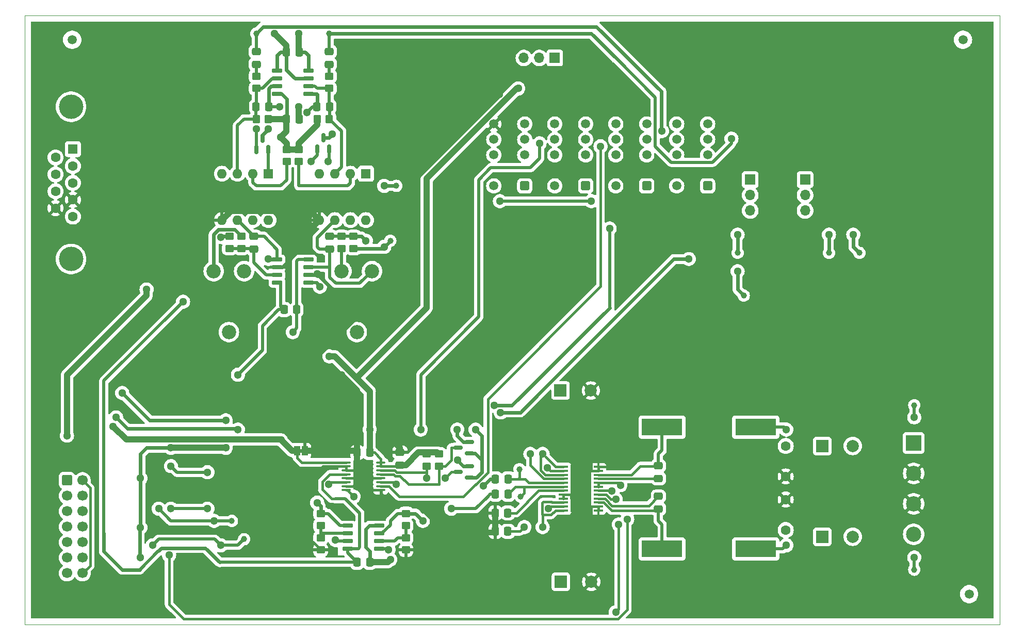
<source format=gbr>
G04 #@! TF.GenerationSoftware,KiCad,Pcbnew,7.0.6*
G04 #@! TF.CreationDate,2023-07-21T11:50:48+02:00*
G04 #@! TF.ProjectId,office_amp,6f666669-6365-45f6-916d-702e6b696361,rev?*
G04 #@! TF.SameCoordinates,Original*
G04 #@! TF.FileFunction,Copper,L1,Top*
G04 #@! TF.FilePolarity,Positive*
%FSLAX46Y46*%
G04 Gerber Fmt 4.6, Leading zero omitted, Abs format (unit mm)*
G04 Created by KiCad (PCBNEW 7.0.6) date 2023-07-21 11:50:48*
%MOMM*%
%LPD*%
G01*
G04 APERTURE LIST*
G04 Aperture macros list*
%AMRoundRect*
0 Rectangle with rounded corners*
0 $1 Rounding radius*
0 $2 $3 $4 $5 $6 $7 $8 $9 X,Y pos of 4 corners*
0 Add a 4 corners polygon primitive as box body*
4,1,4,$2,$3,$4,$5,$6,$7,$8,$9,$2,$3,0*
0 Add four circle primitives for the rounded corners*
1,1,$1+$1,$2,$3*
1,1,$1+$1,$4,$5*
1,1,$1+$1,$6,$7*
1,1,$1+$1,$8,$9*
0 Add four rect primitives between the rounded corners*
20,1,$1+$1,$2,$3,$4,$5,0*
20,1,$1+$1,$4,$5,$6,$7,0*
20,1,$1+$1,$6,$7,$8,$9,0*
20,1,$1+$1,$8,$9,$2,$3,0*%
G04 Aperture macros list end*
G04 #@! TA.AperFunction,Profile*
%ADD10C,0.100000*%
G04 #@! TD*
G04 #@! TA.AperFunction,SMDPad,CuDef*
%ADD11R,1.000000X1.500000*%
G04 #@! TD*
G04 #@! TA.AperFunction,ComponentPad*
%ADD12R,2.000000X2.000000*%
G04 #@! TD*
G04 #@! TA.AperFunction,ComponentPad*
%ADD13C,2.000000*%
G04 #@! TD*
G04 #@! TA.AperFunction,ComponentPad*
%ADD14RoundRect,0.250000X-0.600000X-0.600000X0.600000X-0.600000X0.600000X0.600000X-0.600000X0.600000X0*%
G04 #@! TD*
G04 #@! TA.AperFunction,ComponentPad*
%ADD15C,1.700000*%
G04 #@! TD*
G04 #@! TA.AperFunction,SMDPad,CuDef*
%ADD16RoundRect,0.250000X0.475000X-0.337500X0.475000X0.337500X-0.475000X0.337500X-0.475000X-0.337500X0*%
G04 #@! TD*
G04 #@! TA.AperFunction,SMDPad,CuDef*
%ADD17RoundRect,0.250000X-0.337500X-0.475000X0.337500X-0.475000X0.337500X0.475000X-0.337500X0.475000X0*%
G04 #@! TD*
G04 #@! TA.AperFunction,SMDPad,CuDef*
%ADD18RoundRect,0.250000X0.337500X0.475000X-0.337500X0.475000X-0.337500X-0.475000X0.337500X-0.475000X0*%
G04 #@! TD*
G04 #@! TA.AperFunction,SMDPad,CuDef*
%ADD19RoundRect,0.250000X-0.475000X0.337500X-0.475000X-0.337500X0.475000X-0.337500X0.475000X0.337500X0*%
G04 #@! TD*
G04 #@! TA.AperFunction,ComponentPad*
%ADD20RoundRect,0.250500X0.499500X0.499500X-0.499500X0.499500X-0.499500X-0.499500X0.499500X-0.499500X0*%
G04 #@! TD*
G04 #@! TA.AperFunction,ComponentPad*
%ADD21C,1.500000*%
G04 #@! TD*
G04 #@! TA.AperFunction,SMDPad,CuDef*
%ADD22RoundRect,0.250000X0.450000X-0.350000X0.450000X0.350000X-0.450000X0.350000X-0.450000X-0.350000X0*%
G04 #@! TD*
G04 #@! TA.AperFunction,SMDPad,CuDef*
%ADD23RoundRect,0.250000X-0.450000X0.350000X-0.450000X-0.350000X0.450000X-0.350000X0.450000X0.350000X0*%
G04 #@! TD*
G04 #@! TA.AperFunction,ComponentPad*
%ADD24C,2.340000*%
G04 #@! TD*
G04 #@! TA.AperFunction,ComponentPad*
%ADD25R,1.600000X1.600000*%
G04 #@! TD*
G04 #@! TA.AperFunction,ComponentPad*
%ADD26O,1.600000X1.600000*%
G04 #@! TD*
G04 #@! TA.AperFunction,SMDPad,CuDef*
%ADD27RoundRect,0.250000X-0.350000X-0.450000X0.350000X-0.450000X0.350000X0.450000X-0.350000X0.450000X0*%
G04 #@! TD*
G04 #@! TA.AperFunction,SMDPad,CuDef*
%ADD28RoundRect,0.150000X0.150000X-0.587500X0.150000X0.587500X-0.150000X0.587500X-0.150000X-0.587500X0*%
G04 #@! TD*
G04 #@! TA.AperFunction,SMDPad,CuDef*
%ADD29RoundRect,0.250000X0.350000X0.450000X-0.350000X0.450000X-0.350000X-0.450000X0.350000X-0.450000X0*%
G04 #@! TD*
G04 #@! TA.AperFunction,ComponentPad*
%ADD30R,1.700000X1.700000*%
G04 #@! TD*
G04 #@! TA.AperFunction,ComponentPad*
%ADD31O,1.700000X1.700000*%
G04 #@! TD*
G04 #@! TA.AperFunction,ComponentPad*
%ADD32C,1.600000*%
G04 #@! TD*
G04 #@! TA.AperFunction,SMDPad,CuDef*
%ADD33RoundRect,0.100000X-0.687500X-0.100000X0.687500X-0.100000X0.687500X0.100000X-0.687500X0.100000X0*%
G04 #@! TD*
G04 #@! TA.AperFunction,ComponentPad*
%ADD34C,0.600000*%
G04 #@! TD*
G04 #@! TA.AperFunction,SMDPad,CuDef*
%ADD35R,3.400000X7.800000*%
G04 #@! TD*
G04 #@! TA.AperFunction,ComponentPad*
%ADD36R,2.500000X2.500000*%
G04 #@! TD*
G04 #@! TA.AperFunction,ComponentPad*
%ADD37C,2.500000*%
G04 #@! TD*
G04 #@! TA.AperFunction,SMDPad,CuDef*
%ADD38R,6.705000X2.794000*%
G04 #@! TD*
G04 #@! TA.AperFunction,SMDPad,CuDef*
%ADD39C,1.000000*%
G04 #@! TD*
G04 #@! TA.AperFunction,ComponentPad*
%ADD40C,4.000000*%
G04 #@! TD*
G04 #@! TA.AperFunction,SMDPad,CuDef*
%ADD41C,1.500000*%
G04 #@! TD*
G04 #@! TA.AperFunction,SMDPad,CuDef*
%ADD42RoundRect,0.150000X-0.725000X-0.150000X0.725000X-0.150000X0.725000X0.150000X-0.725000X0.150000X0*%
G04 #@! TD*
G04 #@! TA.AperFunction,SMDPad,CuDef*
%ADD43RoundRect,0.100000X-0.637500X-0.100000X0.637500X-0.100000X0.637500X0.100000X-0.637500X0.100000X0*%
G04 #@! TD*
G04 #@! TA.AperFunction,SMDPad,CuDef*
%ADD44RoundRect,0.150000X0.725000X0.150000X-0.725000X0.150000X-0.725000X-0.150000X0.725000X-0.150000X0*%
G04 #@! TD*
G04 #@! TA.AperFunction,SMDPad,CuDef*
%ADD45RoundRect,0.150000X0.587500X0.150000X-0.587500X0.150000X-0.587500X-0.150000X0.587500X-0.150000X0*%
G04 #@! TD*
G04 #@! TA.AperFunction,ViaPad*
%ADD46C,1.300000*%
G04 #@! TD*
G04 #@! TA.AperFunction,Conductor*
%ADD47C,0.500000*%
G04 #@! TD*
G04 #@! TA.AperFunction,Conductor*
%ADD48C,0.400000*%
G04 #@! TD*
G04 #@! TA.AperFunction,Conductor*
%ADD49C,1.000000*%
G04 #@! TD*
G04 #@! TA.AperFunction,Conductor*
%ADD50C,0.600000*%
G04 #@! TD*
%ADD51C,0.350000*%
%ADD52C,0.300000*%
G04 APERTURE END LIST*
D10*
X90000000Y-58000000D02*
X250000000Y-58000000D01*
X250000000Y-158000000D02*
X90000000Y-158000000D01*
X250000000Y-58000000D02*
X250000000Y-158000000D01*
X90000000Y-158000000D02*
X90000000Y-58000000D01*
G04 #@! TA.AperFunction,EtchedComponent*
G36*
X135600000Y-129800000D02*
G01*
X135100000Y-129800000D01*
X135100000Y-129200000D01*
X135600000Y-129200000D01*
X135600000Y-129800000D01*
G37*
G04 #@! TD.AperFunction*
D11*
X136000000Y-129500000D03*
X134700000Y-129500000D03*
D12*
X178000000Y-151000000D03*
D13*
X183000000Y-151000000D03*
D14*
X96937500Y-134340000D03*
D15*
X99477500Y-134340000D03*
X96937500Y-136880000D03*
X99477500Y-136880000D03*
X96937500Y-139420000D03*
X99477500Y-139420000D03*
X96937500Y-141960000D03*
X99477500Y-141960000D03*
X96937500Y-144500000D03*
X99477500Y-144500000D03*
X96937500Y-147040000D03*
X99477500Y-147040000D03*
X96937500Y-149580000D03*
X99477500Y-149580000D03*
D16*
X128000000Y-66037500D03*
X128000000Y-63962500D03*
D17*
X137962500Y-73000000D03*
X140037500Y-73000000D03*
D18*
X130037500Y-73000000D03*
X127962500Y-73000000D03*
D17*
X132562500Y-106300000D03*
X134637500Y-106300000D03*
D19*
X140025000Y-94262500D03*
X140025000Y-96337500D03*
D16*
X127600000Y-96337500D03*
X127600000Y-94262500D03*
D20*
X202080000Y-86000000D03*
D21*
X202080000Y-80920000D03*
X202080000Y-78380000D03*
X202080000Y-75840000D03*
X197000000Y-75840000D03*
X197000000Y-78380000D03*
X197000000Y-80920000D03*
X197000000Y-86000000D03*
D20*
X182080000Y-86000000D03*
D21*
X182080000Y-80920000D03*
X182080000Y-78380000D03*
X182080000Y-75840000D03*
X177000000Y-75840000D03*
X177000000Y-78380000D03*
X177000000Y-80920000D03*
X177000000Y-86000000D03*
D22*
X128000000Y-70000000D03*
X128000000Y-68000000D03*
D23*
X135000000Y-80000000D03*
X135000000Y-82000000D03*
X133000000Y-80000000D03*
X133000000Y-82000000D03*
X142025000Y-94300000D03*
X142025000Y-96300000D03*
D22*
X125600000Y-96300000D03*
X125600000Y-94300000D03*
X143975000Y-96300000D03*
X143975000Y-94300000D03*
D23*
X123600000Y-94300000D03*
X123600000Y-96300000D03*
D24*
X142000000Y-100000000D03*
X144500000Y-110000000D03*
X147000000Y-100000000D03*
X121025000Y-100000000D03*
X123525000Y-110000000D03*
X126025000Y-100000000D03*
D25*
X130000000Y-84000000D03*
D26*
X127460000Y-84000000D03*
X124920000Y-84000000D03*
X122380000Y-84000000D03*
X122380000Y-91620000D03*
X124920000Y-91620000D03*
X127460000Y-91620000D03*
X130000000Y-91620000D03*
D25*
X146000000Y-84000000D03*
D26*
X143460000Y-84000000D03*
X140920000Y-84000000D03*
X138380000Y-84000000D03*
X138380000Y-91620000D03*
X140920000Y-91620000D03*
X143460000Y-91620000D03*
X146000000Y-91620000D03*
D17*
X132962500Y-64000000D03*
X135037500Y-64000000D03*
D22*
X140000000Y-70000000D03*
X140000000Y-68000000D03*
D16*
X140000000Y-66037500D03*
X140000000Y-63962500D03*
D27*
X138000000Y-75000000D03*
X140000000Y-75000000D03*
D28*
X138050000Y-79937500D03*
X139950000Y-79937500D03*
X139000000Y-78062500D03*
X128050000Y-80037500D03*
X129950000Y-80037500D03*
X129000000Y-78162500D03*
D29*
X130000000Y-75000000D03*
X128000000Y-75000000D03*
D17*
X132962500Y-75000000D03*
X135037500Y-75000000D03*
D30*
X209080000Y-84975000D03*
D31*
X209080000Y-87515000D03*
X209080000Y-90055000D03*
D32*
X214900000Y-128700000D03*
X214900000Y-133700000D03*
D33*
X178437500Y-132125000D03*
X178437500Y-132775000D03*
X178437500Y-133425000D03*
X178437500Y-134075000D03*
X178437500Y-134725000D03*
X178437500Y-135375000D03*
X178437500Y-136025000D03*
X178437500Y-136675000D03*
X178437500Y-137325000D03*
X178437500Y-137975000D03*
X178437500Y-138625000D03*
X178437500Y-139275000D03*
X184162500Y-139275000D03*
X184162500Y-138625000D03*
X184162500Y-137975000D03*
X184162500Y-137325000D03*
X184162500Y-136675000D03*
X184162500Y-136025000D03*
X184162500Y-135375000D03*
X184162500Y-134725000D03*
X184162500Y-134075000D03*
X184162500Y-133425000D03*
X184162500Y-132775000D03*
X184162500Y-132125000D03*
D34*
X181300000Y-133750000D03*
X180000000Y-133750000D03*
X181300000Y-136350000D03*
X180000000Y-136350000D03*
X182600000Y-135050000D03*
X182600000Y-138950000D03*
X180000000Y-137650000D03*
X180000000Y-135050000D03*
X181300000Y-137650000D03*
X182600000Y-136350000D03*
D35*
X181300000Y-135700000D03*
D34*
X182600000Y-137650000D03*
X182600000Y-133750000D03*
X180000000Y-132450000D03*
X180000000Y-138950000D03*
X181300000Y-132450000D03*
X181300000Y-138950000D03*
X182600000Y-132450000D03*
X181300000Y-135050000D03*
D19*
X194000000Y-131962500D03*
X194000000Y-134037500D03*
D36*
X235900000Y-128200000D03*
D37*
X235900000Y-133200000D03*
X235900000Y-138200000D03*
X235900000Y-143200000D03*
D18*
X169337500Y-134100000D03*
X167262500Y-134100000D03*
D12*
X220900000Y-143600000D03*
D13*
X225900000Y-143600000D03*
D38*
X209983500Y-125600000D03*
X194616500Y-125600000D03*
D16*
X194000000Y-139037500D03*
X194000000Y-136962500D03*
D18*
X169300000Y-139700000D03*
X167225000Y-139700000D03*
D32*
X214900000Y-137500000D03*
X214900000Y-142500000D03*
D12*
X220900000Y-128700000D03*
D13*
X225900000Y-128700000D03*
D38*
X194616500Y-145600000D03*
X209983500Y-145600000D03*
D12*
X177932323Y-119600000D03*
D13*
X182932323Y-119600000D03*
D18*
X169300000Y-142700000D03*
X167225000Y-142700000D03*
X169337500Y-136600000D03*
X167262500Y-136600000D03*
D20*
X172080000Y-86000000D03*
D21*
X172080000Y-80920000D03*
X172080000Y-78380000D03*
X172080000Y-75840000D03*
X167000000Y-75840000D03*
X167000000Y-78380000D03*
X167000000Y-80920000D03*
X167000000Y-86000000D03*
D30*
X218080000Y-84975000D03*
D31*
X218080000Y-87515000D03*
X218080000Y-90055000D03*
D20*
X192080000Y-86000000D03*
D21*
X192080000Y-80920000D03*
X192080000Y-78380000D03*
X192080000Y-75840000D03*
X187000000Y-75840000D03*
X187000000Y-78380000D03*
X187000000Y-80920000D03*
X187000000Y-86000000D03*
D39*
X236000000Y-149000000D03*
X171200000Y-132500000D03*
X151000000Y-86000000D03*
D23*
X152580000Y-139775000D03*
X152580000Y-141775000D03*
D39*
X222000000Y-97000000D03*
D18*
X146617500Y-147775000D03*
X144542500Y-147775000D03*
D39*
X150000000Y-95000000D03*
D22*
X138580000Y-145775000D03*
X138580000Y-143775000D03*
D39*
X208000000Y-104000000D03*
D22*
X152580000Y-145775000D03*
X152580000Y-143775000D03*
D40*
X97605331Y-73000000D03*
X97605331Y-98000000D03*
D25*
X97905331Y-79960000D03*
D32*
X97905331Y-82730000D03*
X97905331Y-85500000D03*
X97905331Y-88270000D03*
X97905331Y-91040000D03*
X95065331Y-81345000D03*
X95065331Y-84115000D03*
X95065331Y-86885000D03*
X95065331Y-89655000D03*
D39*
X140000000Y-61000000D03*
X236000000Y-122000000D03*
D41*
X97800000Y-62000000D03*
D16*
X151580000Y-131812500D03*
X151580000Y-129737500D03*
D39*
X128000000Y-61000000D03*
D22*
X158000000Y-132000000D03*
X158000000Y-130000000D03*
D39*
X126000000Y-144000000D03*
D42*
X143005000Y-141770000D03*
X143005000Y-143040000D03*
X143005000Y-144310000D03*
X143005000Y-145580000D03*
X148155000Y-145580000D03*
X148155000Y-144310000D03*
X148155000Y-143040000D03*
X148155000Y-141770000D03*
D39*
X227000000Y-97000000D03*
X124000000Y-141000000D03*
D43*
X142717500Y-131400000D03*
X142717500Y-132050000D03*
X142717500Y-132700000D03*
X142717500Y-133350000D03*
X142717500Y-134000000D03*
X142717500Y-134650000D03*
X142717500Y-135300000D03*
X142717500Y-135950000D03*
X148442500Y-135950000D03*
X148442500Y-135300000D03*
X148442500Y-134650000D03*
X148442500Y-134000000D03*
X148442500Y-133350000D03*
X148442500Y-132700000D03*
X148442500Y-132050000D03*
X148442500Y-131400000D03*
D41*
X244000000Y-62000000D03*
D44*
X136575000Y-101905000D03*
X136575000Y-100635000D03*
X136575000Y-99365000D03*
X136575000Y-98095000D03*
X131425000Y-98095000D03*
X131425000Y-99365000D03*
X131425000Y-100635000D03*
X131425000Y-101905000D03*
D39*
X171400000Y-137000000D03*
D18*
X146617500Y-129775000D03*
X144542500Y-129775000D03*
D23*
X138580000Y-139775000D03*
X138580000Y-141775000D03*
D39*
X207000000Y-97000000D03*
D30*
X177000000Y-65000000D03*
D31*
X174460000Y-65000000D03*
X171920000Y-65000000D03*
D44*
X136575000Y-70905000D03*
X136575000Y-69635000D03*
X136575000Y-68365000D03*
X136575000Y-67095000D03*
X131425000Y-67095000D03*
X131425000Y-68365000D03*
X131425000Y-69635000D03*
X131425000Y-70905000D03*
D41*
X245000000Y-153000000D03*
D22*
X156000000Y-132000000D03*
X156000000Y-130000000D03*
D45*
X163000000Y-129900000D03*
X163000000Y-128000000D03*
X161125000Y-128950000D03*
X163000000Y-133900000D03*
X163000000Y-132000000D03*
X161125000Y-132950000D03*
D46*
X215000000Y-145000000D03*
X215000000Y-126000000D03*
X104500000Y-125500000D03*
X183000000Y-88500000D03*
X168000000Y-88500000D03*
X236000000Y-147000000D03*
X236000000Y-124000000D03*
X106000000Y-120000000D03*
X105000000Y-124000000D03*
X125000000Y-126000000D03*
X123000000Y-124500000D03*
X109000000Y-147000000D03*
X109000000Y-142109500D03*
X109000000Y-134000000D03*
X114000000Y-129000000D03*
X122199000Y-145000000D03*
X121099500Y-141000000D03*
X112000000Y-139000000D03*
X161049500Y-131000000D03*
X161000000Y-126000000D03*
X207000000Y-100000000D03*
X207000000Y-94000000D03*
X222000000Y-94000000D03*
X226000000Y-94000000D03*
X123000000Y-129000000D03*
X168109809Y-123199000D03*
X167049500Y-122049500D03*
X199000000Y-98000000D03*
X138000000Y-138000000D03*
X165242109Y-135242109D03*
X155349500Y-141000000D03*
X164000000Y-126000000D03*
X186000000Y-93000000D03*
X174500000Y-79000000D03*
X155000000Y-126000000D03*
X144000000Y-137000000D03*
X160000000Y-139000000D03*
X111000000Y-145000000D03*
X114000000Y-139000000D03*
X120000000Y-139000000D03*
X156000000Y-133950500D03*
X159049500Y-134000000D03*
X167940454Y-70940454D03*
X171000000Y-70000000D03*
X184500000Y-79500000D03*
X113700000Y-146610500D03*
X188900000Y-140700000D03*
X187000000Y-156000000D03*
X187500000Y-141600000D03*
X187000000Y-137450500D03*
X114000000Y-132000000D03*
X144542500Y-127355000D03*
X182833627Y-143833627D03*
X116000000Y-122697056D03*
X150000000Y-127355000D03*
X185166373Y-146166373D03*
X138000000Y-100464500D03*
X142000000Y-117000000D03*
X175000000Y-130000000D03*
X187768150Y-135124500D03*
X175000000Y-142000000D03*
X146617500Y-126000000D03*
X96937500Y-127000000D03*
X110000000Y-103000000D03*
X140000000Y-114000000D03*
X150000000Y-147355000D03*
X132000000Y-78000000D03*
X135000000Y-61000000D03*
X137000000Y-82000000D03*
X136349500Y-73907936D03*
X146000000Y-95000000D03*
X138454930Y-102545070D03*
X131850500Y-73000000D03*
X128000000Y-76650500D03*
X175982641Y-138933141D03*
X172000000Y-142000000D03*
X134000000Y-110000000D03*
X116000000Y-105000000D03*
X175757891Y-132242109D03*
X186331450Y-136100175D03*
X120000000Y-133000000D03*
X173000000Y-130000000D03*
X206000000Y-78239500D03*
X194599500Y-77000000D03*
X131000000Y-61000000D03*
X130000000Y-76650500D03*
X140500000Y-77500000D03*
X135000000Y-73000000D03*
X125000000Y-117000000D03*
X149000000Y-96000000D03*
X130000000Y-98000000D03*
X122212820Y-94412820D03*
X149000000Y-86000000D03*
X139820500Y-82000000D03*
X141000000Y-144139500D03*
X139905500Y-135000000D03*
X149723259Y-145723259D03*
X151000000Y-135000000D03*
D47*
X214400000Y-145600000D02*
X215000000Y-145000000D01*
X209983500Y-145600000D02*
X214400000Y-145600000D01*
X214600000Y-125600000D02*
X215000000Y-126000000D01*
X209983500Y-125600000D02*
X214600000Y-125600000D01*
D48*
X179675000Y-136675000D02*
X180000000Y-136350000D01*
X178437500Y-136675000D02*
X179675000Y-136675000D01*
X182925000Y-138625000D02*
X182600000Y-138950000D01*
X184162500Y-138625000D02*
X182925000Y-138625000D01*
X182925000Y-132775000D02*
X182600000Y-132450000D01*
X184162500Y-132775000D02*
X182925000Y-132775000D01*
X100727500Y-148330000D02*
X99477500Y-149580000D01*
X100727500Y-135590000D02*
X100727500Y-148330000D01*
X99477500Y-134340000D02*
X100727500Y-135590000D01*
X134700000Y-130650000D02*
X134700000Y-129500000D01*
X135450000Y-131400000D02*
X134700000Y-130650000D01*
X142717500Y-131400000D02*
X135450000Y-131400000D01*
D49*
X144267500Y-129500000D02*
X144542500Y-129775000D01*
X136000000Y-129500000D02*
X144267500Y-129500000D01*
X133850000Y-129500000D02*
X132000000Y-127650000D01*
X134700000Y-129500000D02*
X133850000Y-129500000D01*
X132000000Y-127650000D02*
X132150000Y-127650000D01*
X106650000Y-127650000D02*
X132000000Y-127650000D01*
D48*
X138950000Y-132050000D02*
X142717500Y-132050000D01*
X136000000Y-143195000D02*
X136000000Y-135000000D01*
X136000000Y-135000000D02*
X138950000Y-132050000D01*
X138580000Y-145775000D02*
X136000000Y-143195000D01*
D49*
X144542500Y-132502500D02*
X144345000Y-132700000D01*
X144542500Y-129775000D02*
X144542500Y-132502500D01*
X104500000Y-125500000D02*
X106650000Y-127650000D01*
D50*
X110000000Y-129000000D02*
X109000000Y-130000000D01*
X109000000Y-130000000D02*
X109000000Y-134000000D01*
D49*
X114000000Y-129000000D02*
X123000000Y-129000000D01*
D50*
X114000000Y-129000000D02*
X110000000Y-129000000D01*
D47*
X168000000Y-88500000D02*
X183000000Y-88500000D01*
X166500000Y-83000000D02*
X173000000Y-83000000D01*
X164500000Y-85000000D02*
X166500000Y-83000000D01*
X173000000Y-83000000D02*
X174500000Y-81500000D01*
X164500000Y-107500000D02*
X164500000Y-85000000D01*
X174500000Y-81500000D02*
X174500000Y-79000000D01*
X155000000Y-117000000D02*
X164500000Y-107500000D01*
X155000000Y-126000000D02*
X155000000Y-117000000D01*
X236000000Y-147000000D02*
X236000000Y-149000000D01*
X236000000Y-124000000D02*
X236000000Y-122000000D01*
D49*
X153200000Y-98655420D02*
X138000000Y-113855420D01*
X153200000Y-85680908D02*
X153200000Y-98655420D01*
X167940454Y-70940454D02*
X153200000Y-85680908D01*
X138000000Y-113855420D02*
X138000000Y-117000000D01*
D50*
X151000000Y-86000000D02*
X149000000Y-86000000D01*
D48*
X187368650Y-134725000D02*
X184162500Y-134725000D01*
X187768150Y-135124500D02*
X187368650Y-134725000D01*
X187000000Y-137450500D02*
X186197556Y-137450500D01*
X185422056Y-136675000D02*
X184162500Y-136675000D01*
X186197556Y-137450500D02*
X185422056Y-136675000D01*
X186398528Y-138500000D02*
X192462500Y-138500000D01*
X185223528Y-137325000D02*
X186398528Y-138500000D01*
X192462500Y-138500000D02*
X194000000Y-136962500D01*
X184162500Y-137325000D02*
X185223528Y-137325000D01*
X193737500Y-139300000D02*
X194000000Y-139037500D01*
X186350000Y-139300000D02*
X193737500Y-139300000D01*
X185025000Y-137975000D02*
X186350000Y-139300000D01*
X184162500Y-137975000D02*
X185025000Y-137975000D01*
D50*
X139937500Y-78062500D02*
X140500000Y-77500000D01*
X139000000Y-78062500D02*
X139937500Y-78062500D01*
D47*
X142000000Y-82920000D02*
X140920000Y-84000000D01*
X142000000Y-77000000D02*
X142000000Y-82920000D01*
X140000000Y-75000000D02*
X142000000Y-77000000D01*
D49*
X138000000Y-76000000D02*
X135000000Y-79000000D01*
X138000000Y-75000000D02*
X138000000Y-76000000D01*
X135000000Y-79000000D02*
X135000000Y-80000000D01*
X144542500Y-129775000D02*
X144542500Y-127355000D01*
D50*
X183850000Y-59850000D02*
X129150000Y-59850000D01*
X194500000Y-70500000D02*
X183850000Y-59850000D01*
X129150000Y-59850000D02*
X128000000Y-61000000D01*
X194500000Y-76900500D02*
X194500000Y-70500000D01*
X194599500Y-77000000D02*
X194500000Y-76900500D01*
D47*
X202880000Y-82120000D02*
X206000000Y-79000000D01*
X196120000Y-82120000D02*
X202880000Y-82120000D01*
X206000000Y-79000000D02*
X206000000Y-78239500D01*
X193500000Y-79500000D02*
X196120000Y-82120000D01*
X193500000Y-71500000D02*
X193500000Y-79500000D01*
X187000000Y-65000000D02*
X193500000Y-71500000D01*
D48*
X151515075Y-137000000D02*
X149815075Y-135300000D01*
X166000000Y-133000000D02*
X162000000Y-137000000D01*
X162000000Y-137000000D02*
X151515075Y-137000000D01*
X166000000Y-121000000D02*
X166000000Y-133000000D01*
X149815075Y-135300000D02*
X148442500Y-135300000D01*
X184500000Y-102500000D02*
X166000000Y-121000000D01*
X184500000Y-79500000D02*
X184500000Y-102500000D01*
D50*
X123000000Y-124500000D02*
X110500000Y-124500000D01*
X110500000Y-124500000D02*
X106000000Y-120000000D01*
D49*
X96937500Y-117062500D02*
X110000000Y-104000000D01*
X96937500Y-127000000D02*
X96937500Y-117062500D01*
X110000000Y-104000000D02*
X110000000Y-103000000D01*
D50*
X106850000Y-125850000D02*
X105000000Y-124000000D01*
X125000000Y-126000000D02*
X124850000Y-125850000D01*
X124850000Y-125850000D02*
X106850000Y-125850000D01*
X112416932Y-145460500D02*
X119685500Y-145460500D01*
X111938716Y-145938716D02*
X112416932Y-145460500D01*
X119685500Y-145460500D02*
X122000000Y-147775000D01*
D47*
X122000000Y-147775000D02*
X144542500Y-147775000D01*
X108877432Y-149000000D02*
X111938716Y-145938716D01*
X121199000Y-144000000D02*
X122199000Y-145000000D01*
X112000000Y-144000000D02*
X121199000Y-144000000D01*
X111000000Y-145000000D02*
X112000000Y-144000000D01*
D50*
X103000000Y-146000000D02*
X106000000Y-149000000D01*
X106000000Y-149000000D02*
X108877432Y-149000000D01*
X103000000Y-143000000D02*
X103000000Y-146000000D01*
D47*
X103000000Y-118000000D02*
X103000000Y-143000000D01*
D50*
X109000000Y-147000000D02*
X108850000Y-146850000D01*
X108850000Y-146850000D02*
X108850000Y-142259500D01*
X108850000Y-142259500D02*
X109000000Y-142109500D01*
D47*
X116000000Y-105000000D02*
X103000000Y-118000000D01*
D50*
X109000000Y-142109500D02*
X109000000Y-134000000D01*
D47*
X121099500Y-141000000D02*
X114000000Y-141000000D01*
X114000000Y-141000000D02*
X112000000Y-139000000D01*
X125000000Y-145000000D02*
X126000000Y-144000000D01*
X122199000Y-145000000D02*
X125000000Y-145000000D01*
X121099500Y-141000000D02*
X124000000Y-141000000D01*
D48*
X187384925Y-157100000D02*
X188900000Y-155584925D01*
X116100000Y-157100000D02*
X187384925Y-157100000D01*
X113700000Y-154700000D02*
X116100000Y-157100000D01*
X188900000Y-155584925D02*
X188900000Y-140700000D01*
X113700000Y-146610500D02*
X113700000Y-154700000D01*
D50*
X161049500Y-131049500D02*
X161049500Y-131000000D01*
X162000000Y-132000000D02*
X161049500Y-131049500D01*
X163000000Y-132000000D02*
X162000000Y-132000000D01*
X161000000Y-127000000D02*
X161000000Y-126000000D01*
X162000000Y-128000000D02*
X161000000Y-127000000D01*
X163000000Y-128000000D02*
X162000000Y-128000000D01*
X207000000Y-103000000D02*
X208000000Y-104000000D01*
X207000000Y-100000000D02*
X207000000Y-103000000D01*
X207000000Y-94000000D02*
X207000000Y-97000000D01*
X222000000Y-94000000D02*
X222000000Y-97000000D01*
X226000000Y-96000000D02*
X227000000Y-97000000D01*
X226000000Y-94000000D02*
X226000000Y-96000000D01*
X169950500Y-122049500D02*
X167049500Y-122049500D01*
X186000000Y-106000000D02*
X169950500Y-122049500D01*
D47*
X186000000Y-93000000D02*
X186000000Y-106000000D01*
D50*
X174266162Y-120266162D02*
X171333324Y-123199000D01*
X171333324Y-123199000D02*
X168109809Y-123199000D01*
X196532323Y-98000000D02*
X174266162Y-120266162D01*
X199000000Y-98000000D02*
X196532323Y-98000000D01*
X166925000Y-143000000D02*
X157000000Y-143000000D01*
X167225000Y-142700000D02*
X166925000Y-143000000D01*
D48*
X157000000Y-143000000D02*
X157000000Y-143550000D01*
X157000000Y-141000000D02*
X157000000Y-143000000D01*
D50*
X138580000Y-139775000D02*
X138580000Y-138580000D01*
X138580000Y-138580000D02*
X138000000Y-138000000D01*
X166384218Y-134100000D02*
X165242109Y-135242109D01*
X167262500Y-134100000D02*
X166384218Y-134100000D01*
X154124500Y-139775000D02*
X155349500Y-141000000D01*
X152580000Y-139775000D02*
X154124500Y-139775000D01*
X165000000Y-127000000D02*
X164000000Y-126000000D01*
X165000000Y-132000000D02*
X165000000Y-127000000D01*
X165000000Y-132000000D02*
X165000000Y-131000000D01*
X165000000Y-133000000D02*
X165000000Y-132000000D01*
X140000000Y-102464500D02*
X138000000Y-100464500D01*
X137000000Y-106000000D02*
X140000000Y-103000000D01*
X137000000Y-117000000D02*
X137000000Y-106000000D01*
X140000000Y-103000000D02*
X140000000Y-102464500D01*
X163900000Y-129900000D02*
X163000000Y-129900000D01*
X165000000Y-131000000D02*
X163900000Y-129900000D01*
X164100000Y-133900000D02*
X165000000Y-133000000D01*
X163000000Y-133900000D02*
X164100000Y-133900000D01*
D49*
X146617500Y-126000000D02*
X146617500Y-129775000D01*
X146617500Y-126000000D02*
X146617500Y-119708311D01*
X146617500Y-119708311D02*
X144454595Y-117545405D01*
D48*
X142950000Y-135950000D02*
X144000000Y-137000000D01*
X142717500Y-135950000D02*
X142950000Y-135950000D01*
D47*
X164000000Y-139000000D02*
X160000000Y-139000000D01*
X166000000Y-137000000D02*
X164000000Y-139000000D01*
X166400000Y-136600000D02*
X166000000Y-137000000D01*
X167262500Y-136600000D02*
X166400000Y-136600000D01*
X120000000Y-139000000D02*
X114000000Y-139000000D01*
D48*
X160050000Y-132950000D02*
X161125000Y-132950000D01*
X159049500Y-133950500D02*
X160050000Y-132950000D01*
X159049500Y-134000000D02*
X159049500Y-133950500D01*
X156000000Y-133000000D02*
X156000000Y-133950500D01*
X160000000Y-131000000D02*
X159000000Y-132000000D01*
X160050000Y-128950000D02*
X160000000Y-129000000D01*
X159000000Y-132000000D02*
X158000000Y-132000000D01*
X160000000Y-129000000D02*
X160000000Y-131000000D01*
X161125000Y-128950000D02*
X160050000Y-128950000D01*
X158000000Y-135000000D02*
X158000000Y-132000000D01*
X153000000Y-135000000D02*
X158000000Y-135000000D01*
X151600000Y-133600000D02*
X153000000Y-135000000D01*
X150537233Y-133350000D02*
X150787233Y-133600000D01*
X148442500Y-133350000D02*
X150537233Y-133350000D01*
X150787233Y-133600000D02*
X151600000Y-133600000D01*
X156000000Y-133000000D02*
X156000000Y-132000000D01*
X151035761Y-133000000D02*
X156000000Y-133000000D01*
X150735761Y-132700000D02*
X151035761Y-133000000D01*
X148442500Y-132700000D02*
X150735761Y-132700000D01*
X154775000Y-145775000D02*
X152580000Y-145775000D01*
X154000000Y-138000000D02*
X157000000Y-141000000D01*
X157000000Y-143550000D02*
X154775000Y-145775000D01*
X150000000Y-138000000D02*
X154000000Y-138000000D01*
X148542500Y-136050000D02*
X148542500Y-136542500D01*
X148442500Y-135950000D02*
X148542500Y-136050000D01*
X148542500Y-136542500D02*
X150000000Y-138000000D01*
D49*
X156000000Y-84789390D02*
X156000000Y-106000000D01*
X170789390Y-70000000D02*
X156000000Y-84789390D01*
X171000000Y-70000000D02*
X170789390Y-70000000D01*
X156000000Y-106000000D02*
X144454595Y-117545405D01*
X140909189Y-114000000D02*
X144454595Y-117545405D01*
X140000000Y-114000000D02*
X140909189Y-114000000D01*
D48*
X187500000Y-155500000D02*
X187000000Y-156000000D01*
X187500000Y-141600000D02*
X187500000Y-155500000D01*
X186146589Y-136025000D02*
X184162500Y-136025000D01*
X186397089Y-135774500D02*
X186146589Y-136025000D01*
D47*
X115000000Y-133000000D02*
X114000000Y-132000000D01*
X120000000Y-133000000D02*
X115000000Y-133000000D01*
D48*
X145595000Y-135950000D02*
X146000000Y-135950000D01*
D49*
X123880000Y-90120000D02*
X136880000Y-90120000D01*
X185166373Y-146166373D02*
X182833627Y-143833627D01*
D48*
X146000000Y-134000000D02*
X146000000Y-135950000D01*
X142717500Y-135300000D02*
X144945000Y-135300000D01*
X184162500Y-132125000D02*
X184162500Y-132775000D01*
D49*
X144542500Y-127420000D02*
X144542500Y-119542500D01*
D50*
X132232082Y-99365000D02*
X134500000Y-97097082D01*
D49*
X136880000Y-90120000D02*
X138380000Y-91620000D01*
D48*
X178437500Y-136675000D02*
X178437500Y-137325000D01*
D49*
X151580000Y-129737500D02*
X151580000Y-128935000D01*
X167225000Y-142700000D02*
X167225000Y-139700000D01*
X144542500Y-119542500D02*
X142000000Y-117000000D01*
X151580000Y-128935000D02*
X150000000Y-127355000D01*
X116000000Y-122697056D02*
X128302944Y-122697056D01*
D50*
X136575000Y-100635000D02*
X137829500Y-100635000D01*
X134500000Y-97097082D02*
X134500000Y-95500000D01*
X131425000Y-99365000D02*
X132232082Y-99365000D01*
D49*
X134000000Y-117000000D02*
X137000000Y-117000000D01*
X137000000Y-117000000D02*
X142000000Y-117000000D01*
X128302944Y-122697056D02*
X134000000Y-117000000D01*
D48*
X146000000Y-135950000D02*
X148442500Y-135950000D01*
D49*
X122380000Y-91620000D02*
X123880000Y-90120000D01*
D48*
X144345000Y-132700000D02*
X145000000Y-133355000D01*
X184162500Y-138625000D02*
X184162500Y-139275000D01*
X146000000Y-134000000D02*
X148442500Y-134000000D01*
X145000000Y-134000000D02*
X146000000Y-134000000D01*
X142717500Y-132050000D02*
X142717500Y-132700000D01*
X144945000Y-135300000D02*
X145595000Y-135950000D01*
D50*
X137829500Y-100635000D02*
X138000000Y-100464500D01*
D49*
X138380000Y-91620000D02*
X134500000Y-95500000D01*
D48*
X145000000Y-133355000D02*
X145000000Y-134000000D01*
X142717500Y-134000000D02*
X145000000Y-134000000D01*
X142717500Y-132700000D02*
X144345000Y-132700000D01*
X174707891Y-130292109D02*
X175000000Y-130000000D01*
X177125000Y-139275000D02*
X176400000Y-140000000D01*
X184162500Y-135375000D02*
X184162500Y-134725000D01*
X175116859Y-137883141D02*
X174932641Y-138067359D01*
X178437500Y-137975000D02*
X176509425Y-137975000D01*
X175425000Y-133425000D02*
X174707891Y-132707891D01*
X178437500Y-139275000D02*
X177125000Y-139275000D01*
X176400000Y-140000000D02*
X175000000Y-140000000D01*
X174932641Y-139932641D02*
X175000000Y-140000000D01*
X175000000Y-140000000D02*
X175000000Y-142000000D01*
X178437500Y-132125000D02*
X177125000Y-132125000D01*
X178437500Y-133425000D02*
X175425000Y-133425000D01*
X176509425Y-137975000D02*
X176417566Y-137883141D01*
X176417566Y-137883141D02*
X175116859Y-137883141D01*
X177125000Y-132125000D02*
X175500000Y-130500000D01*
X174932641Y-138067359D02*
X174932641Y-139932641D01*
X174707891Y-132707891D02*
X174707891Y-130292109D01*
X148442500Y-131400000D02*
X148442500Y-132050000D01*
D50*
X146617500Y-145972500D02*
X146000000Y-145355000D01*
D48*
X148442500Y-132050000D02*
X151342500Y-132050000D01*
D50*
X146585000Y-141770000D02*
X146000000Y-142355000D01*
D49*
X146617500Y-147775000D02*
X149580000Y-147775000D01*
X155680000Y-129775000D02*
X154580000Y-129775000D01*
D50*
X148155000Y-141770000D02*
X146585000Y-141770000D01*
X146000000Y-142355000D02*
X146000000Y-145355000D01*
D49*
X149580000Y-147775000D02*
X150000000Y-147355000D01*
D48*
X148442500Y-131400000D02*
X148442500Y-130797500D01*
X151342500Y-132050000D02*
X151580000Y-131812500D01*
D49*
X152542500Y-131812500D02*
X151580000Y-131812500D01*
D48*
X147420000Y-129775000D02*
X146617500Y-129775000D01*
D49*
X157680000Y-129775000D02*
X155680000Y-129775000D01*
D48*
X148442500Y-130797500D02*
X147420000Y-129775000D01*
D49*
X154580000Y-129775000D02*
X152542500Y-131812500D01*
D50*
X146617500Y-147775000D02*
X146617500Y-145972500D01*
D49*
X132000000Y-78000000D02*
X132962500Y-77037500D01*
X130000000Y-75000000D02*
X132962500Y-75000000D01*
X133000000Y-80000000D02*
X133000000Y-79000000D01*
D50*
X133000000Y-74962500D02*
X132962500Y-75000000D01*
D49*
X132962500Y-77037500D02*
X132962500Y-75000000D01*
D50*
X131425000Y-70905000D02*
X132165000Y-70905000D01*
D49*
X135000000Y-80000000D02*
X133000000Y-80000000D01*
D50*
X133000000Y-71740000D02*
X133000000Y-74962500D01*
D49*
X133000000Y-79000000D02*
X132000000Y-78000000D01*
D50*
X132165000Y-70905000D02*
X133000000Y-71740000D01*
D49*
X135000000Y-63962500D02*
X135037500Y-64000000D01*
D50*
X136575000Y-67095000D02*
X136575000Y-64575000D01*
X136000000Y-64000000D02*
X135037500Y-64000000D01*
D49*
X135000000Y-61000000D02*
X135000000Y-63962500D01*
D50*
X136575000Y-64575000D02*
X136000000Y-64000000D01*
D47*
X140000000Y-66037500D02*
X140000000Y-68000000D01*
X128000000Y-66037500D02*
X128000000Y-68000000D01*
D50*
X138000000Y-72962500D02*
X137962500Y-73000000D01*
D47*
X138050000Y-79937500D02*
X138050000Y-80950000D01*
D50*
X137905000Y-70905000D02*
X138000000Y-71000000D01*
D47*
X138050000Y-80950000D02*
X137000000Y-82000000D01*
D50*
X136575000Y-70905000D02*
X137905000Y-70905000D01*
D47*
X137962500Y-73000000D02*
X137257436Y-73000000D01*
X137257436Y-73000000D02*
X136349500Y-73907936D01*
D50*
X138000000Y-71000000D02*
X138000000Y-72962500D01*
D47*
X137635000Y-69635000D02*
X138000000Y-70000000D01*
X140037500Y-74962500D02*
X140000000Y-75000000D01*
X138000000Y-70000000D02*
X140000000Y-70000000D01*
X140000000Y-72962500D02*
X140037500Y-73000000D01*
X140037500Y-73000000D02*
X140037500Y-74962500D01*
X140000000Y-70000000D02*
X140000000Y-72962500D01*
X136575000Y-69635000D02*
X137635000Y-69635000D01*
D50*
X143975000Y-94300000D02*
X145300000Y-94300000D01*
D47*
X141987500Y-94262500D02*
X142025000Y-94300000D01*
X136575000Y-101905000D02*
X137905000Y-101905000D01*
D50*
X137905000Y-101905000D02*
X138454930Y-102454930D01*
X145300000Y-94300000D02*
X146000000Y-95000000D01*
X138454930Y-102454930D02*
X138454930Y-102545070D01*
D47*
X140025000Y-94262500D02*
X141987500Y-94262500D01*
X142025000Y-94300000D02*
X143975000Y-94300000D01*
X129635000Y-100635000D02*
X131425000Y-100635000D01*
X127600000Y-98600000D02*
X129635000Y-100635000D01*
X127562500Y-96300000D02*
X127600000Y-96337500D01*
X127600000Y-96337500D02*
X127600000Y-98600000D01*
X125600000Y-96300000D02*
X127562500Y-96300000D01*
X123600000Y-96300000D02*
X125600000Y-96300000D01*
X128000000Y-76650500D02*
X128000000Y-79987500D01*
D50*
X131425000Y-69635000D02*
X130425660Y-69635000D01*
D47*
X130037500Y-73000000D02*
X131850500Y-73000000D01*
D50*
X130030330Y-70030330D02*
X130037500Y-70037500D01*
X130425660Y-69635000D02*
X130030330Y-70030330D01*
X130037500Y-70037500D02*
X130037500Y-73000000D01*
D47*
X128000000Y-79987500D02*
X128050000Y-80037500D01*
X126000000Y-75000000D02*
X124920000Y-76080000D01*
X127962500Y-73000000D02*
X127962500Y-74962500D01*
X124920000Y-76080000D02*
X124920000Y-84000000D01*
X128000000Y-72962500D02*
X127962500Y-73000000D01*
X127962500Y-74962500D02*
X128000000Y-75000000D01*
X129000000Y-70000000D02*
X128000000Y-70000000D01*
X128000000Y-75000000D02*
X126000000Y-75000000D01*
X130635000Y-68365000D02*
X129000000Y-70000000D01*
X131425000Y-68365000D02*
X130635000Y-68365000D01*
X128000000Y-70000000D02*
X128000000Y-72962500D01*
X143000000Y-86000000D02*
X143460000Y-85540000D01*
X135000000Y-86000000D02*
X143000000Y-86000000D01*
X143460000Y-85540000D02*
X143460000Y-84000000D01*
X135000000Y-82000000D02*
X135000000Y-86000000D01*
X133000000Y-82000000D02*
X133000000Y-85000000D01*
X128000000Y-86000000D02*
X127460000Y-85460000D01*
X127460000Y-85460000D02*
X127460000Y-84000000D01*
X133000000Y-85000000D02*
X132000000Y-86000000D01*
X132000000Y-86000000D02*
X128000000Y-86000000D01*
X142025000Y-99975000D02*
X142000000Y-100000000D01*
X142025000Y-96300000D02*
X142025000Y-99975000D01*
D50*
X125600000Y-94300000D02*
X124500000Y-93200000D01*
X121000000Y-99975000D02*
X121025000Y-100000000D01*
X121800000Y-93200000D02*
X121000000Y-94000000D01*
X124500000Y-93200000D02*
X121800000Y-93200000D01*
X121000000Y-94000000D02*
X121000000Y-99975000D01*
D48*
X178437500Y-134725000D02*
X172725000Y-134725000D01*
X171200000Y-133900000D02*
X171200000Y-132500000D01*
X169337500Y-134100000D02*
X171000000Y-134100000D01*
X172100000Y-134100000D02*
X172725000Y-134725000D01*
X171000000Y-134100000D02*
X171200000Y-133900000D01*
X171000000Y-134100000D02*
X172100000Y-134100000D01*
X172000000Y-136400000D02*
X171400000Y-137000000D01*
X178437500Y-135375000D02*
X172000000Y-135375000D01*
X172000000Y-135375000D02*
X172000000Y-136400000D01*
X172000000Y-135375000D02*
X170562500Y-135375000D01*
X170562500Y-135375000D02*
X169337500Y-136600000D01*
X169300000Y-142700000D02*
X171300000Y-142700000D01*
X176375000Y-138625000D02*
X176000000Y-139000000D01*
X171300000Y-142700000D02*
X172000000Y-142000000D01*
X176000000Y-139000000D02*
X175982641Y-138982641D01*
X178437500Y-138625000D02*
X176375000Y-138625000D01*
X175982641Y-138982641D02*
X175982641Y-138933141D01*
X174347793Y-136025000D02*
X170672793Y-139700000D01*
X178437500Y-136025000D02*
X174347793Y-136025000D01*
X170672793Y-139700000D02*
X169300000Y-139700000D01*
X193962500Y-134075000D02*
X194000000Y-134037500D01*
X184162500Y-134075000D02*
X193962500Y-134075000D01*
X191000000Y-132000000D02*
X193962500Y-132000000D01*
X189575000Y-133425000D02*
X191000000Y-132000000D01*
X184162500Y-133425000D02*
X189575000Y-133425000D01*
D47*
X194000000Y-130000000D02*
X194616500Y-129383500D01*
D48*
X193962500Y-132000000D02*
X194000000Y-131962500D01*
D47*
X194616500Y-129383500D02*
X194616500Y-125600000D01*
X194000000Y-131962500D02*
X194000000Y-130000000D01*
X194616500Y-141616500D02*
X194616500Y-145600000D01*
X194000000Y-141000000D02*
X194616500Y-141616500D01*
X194000000Y-139037500D02*
X194000000Y-141000000D01*
D48*
X142717500Y-133350000D02*
X140070575Y-133350000D01*
D47*
X142607183Y-137355000D02*
X141000000Y-137355000D01*
X134637500Y-106300000D02*
X134637500Y-109362500D01*
X134637500Y-106300000D02*
X134637500Y-98362500D01*
D48*
X140070575Y-133350000D02*
X138855500Y-134565075D01*
D47*
X141000000Y-137355000D02*
X141005000Y-137350000D01*
X134637500Y-98362500D02*
X134905000Y-98095000D01*
X144775000Y-145580000D02*
X145000000Y-145355000D01*
X143005000Y-146237500D02*
X144542500Y-147775000D01*
X143005000Y-145580000D02*
X144775000Y-145580000D01*
D48*
X138855500Y-134565075D02*
X138855500Y-135855500D01*
D47*
X145000000Y-139747817D02*
X142607183Y-137355000D01*
X145000000Y-145355000D02*
X145000000Y-139747817D01*
D48*
X138855500Y-135855500D02*
X140350000Y-137350000D01*
D47*
X134637500Y-109362500D02*
X134000000Y-110000000D01*
X143005000Y-145580000D02*
X143005000Y-146237500D01*
X134905000Y-98095000D02*
X136575000Y-98095000D01*
D48*
X140350000Y-137350000D02*
X141005000Y-137350000D01*
D50*
X218135000Y-90000000D02*
X218080000Y-90055000D01*
D48*
X178437500Y-132775000D02*
X176290782Y-132775000D01*
X176290782Y-132775000D02*
X175757891Y-132242109D01*
X175226472Y-134075000D02*
X173000000Y-131848528D01*
X178437500Y-134075000D02*
X175226472Y-134075000D01*
X173000000Y-131848528D02*
X173000000Y-130000000D01*
D50*
X140000000Y-61000000D02*
X183000000Y-61000000D01*
D47*
X140000000Y-61000000D02*
X140000000Y-63962500D01*
D50*
X183000000Y-61000000D02*
X187000000Y-65000000D01*
D47*
X128000000Y-63962500D02*
X128000000Y-61000000D01*
X150000000Y-141648528D02*
X150000000Y-141000000D01*
X148608528Y-143040000D02*
X150000000Y-141648528D01*
X148155000Y-143040000D02*
X148608528Y-143040000D01*
X151225000Y-139775000D02*
X152580000Y-139775000D01*
X150000000Y-141000000D02*
X151225000Y-139775000D01*
D49*
X135000000Y-74962500D02*
X135037500Y-75000000D01*
D50*
X136575000Y-68365000D02*
X134365000Y-68365000D01*
X131425000Y-64575000D02*
X131425000Y-67095000D01*
X132962500Y-66962500D02*
X132962500Y-64000000D01*
X132962500Y-64000000D02*
X132000000Y-64000000D01*
X129000000Y-77650500D02*
X130000000Y-76650500D01*
X129000000Y-78162500D02*
X129000000Y-77650500D01*
D49*
X135000000Y-73000000D02*
X135000000Y-74962500D01*
D50*
X134365000Y-68365000D02*
X132962500Y-66962500D01*
D49*
X132962500Y-62962500D02*
X131000000Y-61000000D01*
X132962500Y-64000000D02*
X132962500Y-62962500D01*
D50*
X132000000Y-64000000D02*
X131425000Y-64575000D01*
D47*
X140025000Y-99365000D02*
X140025000Y-96337500D01*
X136575000Y-99365000D02*
X140025000Y-99365000D01*
X138000000Y-94485051D02*
X138000000Y-96000000D01*
X145000000Y-102000000D02*
X141025000Y-102000000D01*
X141025000Y-102000000D02*
X140025000Y-101000000D01*
X147000000Y-100000000D02*
X145000000Y-102000000D01*
X140025000Y-101000000D02*
X140025000Y-96337500D01*
X138000000Y-96000000D02*
X138337500Y-96337500D01*
X140920000Y-91620000D02*
X140865051Y-91620000D01*
X138337500Y-96337500D02*
X140025000Y-96337500D01*
X140865051Y-91620000D02*
X138000000Y-94485051D01*
X139775000Y-139775000D02*
X138580000Y-139775000D01*
X143005000Y-141770000D02*
X141770000Y-141770000D01*
X141770000Y-141770000D02*
X139775000Y-139775000D01*
X131700000Y-106300000D02*
X132562500Y-106300000D01*
X132000000Y-102000000D02*
X132000000Y-105737500D01*
X131425000Y-101905000D02*
X131905000Y-101905000D01*
X129000000Y-113000000D02*
X129000000Y-109000000D01*
X132000000Y-105737500D02*
X132562500Y-106300000D01*
X129000000Y-109000000D02*
X131700000Y-106300000D01*
X125000000Y-117000000D02*
X129000000Y-113000000D01*
X131905000Y-101905000D02*
X132000000Y-102000000D01*
D50*
X143975000Y-96300000D02*
X148700000Y-96300000D01*
X149000000Y-96000000D02*
X150000000Y-95000000D01*
X148700000Y-96300000D02*
X149000000Y-96000000D01*
X130095000Y-98095000D02*
X130000000Y-98000000D01*
D47*
X124957500Y-91620000D02*
X127600000Y-94262500D01*
D50*
X131425000Y-98095000D02*
X130095000Y-98095000D01*
D47*
X131425000Y-96425000D02*
X129262500Y-94262500D01*
X124920000Y-91620000D02*
X124957500Y-91620000D01*
X129262500Y-94262500D02*
X127600000Y-94262500D01*
X131425000Y-98095000D02*
X131425000Y-96425000D01*
D50*
X123600000Y-94300000D02*
X122325640Y-94300000D01*
X122325640Y-94300000D02*
X122212820Y-94412820D01*
D47*
X139950000Y-79937500D02*
X139950000Y-81870500D01*
X139950000Y-81870500D02*
X139820500Y-82000000D01*
X129950000Y-80037500D02*
X129950000Y-83950000D01*
X129950000Y-83950000D02*
X130000000Y-84000000D01*
X138620000Y-143040000D02*
X138580000Y-143000000D01*
X138580000Y-143000000D02*
X138580000Y-143775000D01*
X143005000Y-143040000D02*
X138620000Y-143040000D01*
X138580000Y-141775000D02*
X138580000Y-143000000D01*
X150690000Y-144310000D02*
X151225000Y-143775000D01*
X152580000Y-143775000D02*
X152580000Y-141775000D01*
X148155000Y-144310000D02*
X150690000Y-144310000D01*
X151225000Y-143775000D02*
X152580000Y-143775000D01*
X143005000Y-144310000D02*
X141170500Y-144310000D01*
D48*
X142717500Y-134650000D02*
X140255500Y-134650000D01*
D47*
X141170500Y-144310000D02*
X141000000Y-144139500D01*
D48*
X140255500Y-134650000D02*
X139905500Y-135000000D01*
X148442500Y-134650000D02*
X150650000Y-134650000D01*
X150650000Y-134650000D02*
X151000000Y-135000000D01*
D47*
X148155000Y-145580000D02*
X149580000Y-145580000D01*
X149580000Y-145580000D02*
X149723259Y-145723259D01*
G04 #@! TA.AperFunction,Conductor*
G36*
X185250000Y-131500000D02*
G01*
X183250000Y-131500000D01*
X183250000Y-132759561D01*
X183168127Y-132793474D01*
X183041013Y-132891013D01*
X182943474Y-133018127D01*
X182882163Y-133166146D01*
X182882161Y-133166151D01*
X182866500Y-133285114D01*
X182866500Y-133564886D01*
X182882160Y-133683844D01*
X182882162Y-133683851D01*
X182889907Y-133702550D01*
X182897374Y-133772019D01*
X182889908Y-133797447D01*
X182882163Y-133816146D01*
X182882161Y-133816151D01*
X182866500Y-133935114D01*
X182866500Y-134214886D01*
X182882160Y-134333844D01*
X182882162Y-134333851D01*
X182889907Y-134352550D01*
X182897374Y-134422019D01*
X182889908Y-134447447D01*
X182882163Y-134466146D01*
X182882161Y-134466151D01*
X182866500Y-134585114D01*
X182866500Y-134864886D01*
X182882160Y-134983842D01*
X182882162Y-134983849D01*
X182889907Y-135002548D01*
X182897374Y-135072017D01*
X182889907Y-135097449D01*
X182882162Y-135116147D01*
X182866500Y-135235114D01*
X182866500Y-135514886D01*
X182882160Y-135633844D01*
X182882162Y-135633851D01*
X182889907Y-135652550D01*
X182897374Y-135722019D01*
X182889908Y-135747447D01*
X182882163Y-135766146D01*
X182882161Y-135766151D01*
X182866500Y-135885114D01*
X182866500Y-136164886D01*
X182882160Y-136283844D01*
X182882162Y-136283851D01*
X182889907Y-136302550D01*
X182897374Y-136372019D01*
X182889908Y-136397447D01*
X182882163Y-136416146D01*
X182882161Y-136416151D01*
X182866500Y-136535114D01*
X182866500Y-136814886D01*
X182882160Y-136933844D01*
X182882162Y-136933851D01*
X182889907Y-136952550D01*
X182897374Y-137022019D01*
X182889908Y-137047447D01*
X182882163Y-137066146D01*
X182882161Y-137066151D01*
X182866500Y-137185114D01*
X182866500Y-137464886D01*
X182882160Y-137583844D01*
X182882162Y-137583851D01*
X182889907Y-137602550D01*
X182897374Y-137672019D01*
X182889908Y-137697447D01*
X182882163Y-137716146D01*
X182882161Y-137716151D01*
X182866500Y-137835114D01*
X182866500Y-138114886D01*
X182882160Y-138233842D01*
X182882163Y-138233853D01*
X182936961Y-138366149D01*
X182943476Y-138381876D01*
X183041013Y-138508987D01*
X183168124Y-138606524D01*
X183250000Y-138640437D01*
X183250000Y-140000000D01*
X185500000Y-140000000D01*
X185500000Y-142000000D01*
X177000000Y-142000000D01*
X177000000Y-140401969D01*
X177382150Y-140019819D01*
X177418447Y-140000000D01*
X179500000Y-140000000D01*
X179500000Y-139854249D01*
X179558987Y-139808987D01*
X179656524Y-139681876D01*
X179717838Y-139533850D01*
X179733500Y-139414885D01*
X179733499Y-139135116D01*
X179717838Y-139016150D01*
X179710091Y-138997449D01*
X179702624Y-138927981D01*
X179710092Y-138902549D01*
X179717838Y-138883850D01*
X179733500Y-138764885D01*
X179733499Y-138485116D01*
X179717838Y-138366150D01*
X179710093Y-138347454D01*
X179702624Y-138277986D01*
X179710094Y-138252545D01*
X179712425Y-138246917D01*
X179717838Y-138233850D01*
X179733500Y-138114885D01*
X179733499Y-137835116D01*
X179729802Y-137807035D01*
X179717839Y-137716157D01*
X179717838Y-137716156D01*
X179717838Y-137716150D01*
X179656524Y-137568124D01*
X179558987Y-137441013D01*
X179500000Y-137395750D01*
X179500000Y-136604249D01*
X179558987Y-136558987D01*
X179656524Y-136431876D01*
X179717838Y-136283850D01*
X179733500Y-136164885D01*
X179733499Y-135885116D01*
X179717838Y-135766150D01*
X179710093Y-135747454D01*
X179702624Y-135677986D01*
X179710094Y-135652545D01*
X179717838Y-135633850D01*
X179733500Y-135514885D01*
X179733499Y-135235116D01*
X179717838Y-135116150D01*
X179710093Y-135097454D01*
X179702624Y-135027986D01*
X179710094Y-135002545D01*
X179717838Y-134983850D01*
X179733500Y-134864885D01*
X179733499Y-134585116D01*
X179717838Y-134466150D01*
X179710093Y-134447454D01*
X179702624Y-134377986D01*
X179710094Y-134352545D01*
X179717838Y-134333850D01*
X179733500Y-134214885D01*
X179733499Y-133935116D01*
X179717838Y-133816150D01*
X179710093Y-133797454D01*
X179702624Y-133727986D01*
X179710094Y-133702545D01*
X179717838Y-133683850D01*
X179733500Y-133564885D01*
X179733499Y-133285116D01*
X179717838Y-133166150D01*
X179710091Y-133147449D01*
X179702624Y-133077981D01*
X179710092Y-133052549D01*
X179717838Y-133033850D01*
X179733500Y-132914885D01*
X179733499Y-132635116D01*
X179717838Y-132516150D01*
X179710093Y-132497454D01*
X179702624Y-132427986D01*
X179710094Y-132402545D01*
X179717838Y-132383850D01*
X179733500Y-132264885D01*
X179733499Y-131985116D01*
X179717838Y-131866150D01*
X179656524Y-131718124D01*
X179558987Y-131591013D01*
X179500000Y-131545750D01*
X179500000Y-131500000D01*
X179440378Y-131500000D01*
X179431876Y-131493476D01*
X179431872Y-131493474D01*
X179283853Y-131432163D01*
X179283851Y-131432162D01*
X179283850Y-131432162D01*
X179268979Y-131430204D01*
X179164892Y-131416500D01*
X179164885Y-131416500D01*
X178480362Y-131416500D01*
X178480359Y-131416500D01*
X177469832Y-131416500D01*
X177402793Y-131396815D01*
X177382151Y-131380181D01*
X176500000Y-130498029D01*
X176500000Y-130000000D01*
X185250000Y-130000000D01*
X185250000Y-131500000D01*
G37*
G04 #@! TD.AperFunction*
G04 #@! TA.AperFunction,Conductor*
G36*
X128620538Y-59020002D02*
G01*
X128667031Y-59073658D01*
X128677135Y-59143932D01*
X128647641Y-59208512D01*
X128641514Y-59215094D01*
X128610411Y-59246197D01*
X128256510Y-59600096D01*
X127887660Y-59968946D01*
X127825348Y-60002971D01*
X127810922Y-60005242D01*
X127802299Y-60006092D01*
X127738931Y-60025314D01*
X127612194Y-60063759D01*
X127436995Y-60157405D01*
X127283432Y-60283432D01*
X127157405Y-60436995D01*
X127063759Y-60612195D01*
X127006090Y-60802305D01*
X126986620Y-60999996D01*
X126986620Y-61000003D01*
X127006090Y-61197694D01*
X127006091Y-61197700D01*
X127006092Y-61197701D01*
X127063759Y-61387804D01*
X127157405Y-61563004D01*
X127212898Y-61630622D01*
X127240653Y-61695968D01*
X127241500Y-61710556D01*
X127241500Y-62838360D01*
X127221498Y-62906481D01*
X127181648Y-62945599D01*
X127154249Y-62962500D01*
X127051347Y-63025970D01*
X127051341Y-63025975D01*
X126925975Y-63151341D01*
X126925970Y-63151347D01*
X126832885Y-63302262D01*
X126777113Y-63470572D01*
X126777112Y-63470579D01*
X126766500Y-63574446D01*
X126766500Y-64350544D01*
X126777112Y-64454425D01*
X126832885Y-64622738D01*
X126925970Y-64773652D01*
X126925975Y-64773658D01*
X127051344Y-64899027D01*
X127054049Y-64901166D01*
X127055421Y-64903104D01*
X127056537Y-64904220D01*
X127056346Y-64904410D01*
X127095076Y-64959108D01*
X127098264Y-65030033D01*
X127062602Y-65091423D01*
X127054049Y-65098834D01*
X127051344Y-65100972D01*
X126925975Y-65226341D01*
X126925970Y-65226347D01*
X126832885Y-65377262D01*
X126777113Y-65545572D01*
X126777112Y-65545579D01*
X126766500Y-65649446D01*
X126766500Y-66425544D01*
X126777112Y-66529425D01*
X126832885Y-66697738D01*
X126925970Y-66848652D01*
X126925975Y-66848658D01*
X127013222Y-66935905D01*
X127047248Y-66998217D01*
X127042183Y-67069032D01*
X127013222Y-67114095D01*
X126950975Y-67176341D01*
X126950970Y-67176347D01*
X126857885Y-67327262D01*
X126802113Y-67495572D01*
X126802112Y-67495579D01*
X126791500Y-67599446D01*
X126791500Y-68400544D01*
X126802112Y-68504425D01*
X126857885Y-68672738D01*
X126950970Y-68823652D01*
X126950971Y-68823653D01*
X127038222Y-68910905D01*
X127072247Y-68973217D01*
X127067181Y-69044033D01*
X127038222Y-69089095D01*
X126950970Y-69176347D01*
X126857885Y-69327262D01*
X126802113Y-69495572D01*
X126802112Y-69495579D01*
X126791500Y-69599446D01*
X126791500Y-70400544D01*
X126802112Y-70504425D01*
X126857885Y-70672738D01*
X126950970Y-70823652D01*
X126950975Y-70823658D01*
X127076341Y-70949024D01*
X127076345Y-70949027D01*
X127076348Y-70949030D01*
X127181647Y-71013979D01*
X127229125Y-71066763D01*
X127241500Y-71121219D01*
X127241499Y-71800040D01*
X127221497Y-71868161D01*
X127181649Y-71907279D01*
X127151349Y-71925969D01*
X127151341Y-71925975D01*
X127025975Y-72051341D01*
X127025970Y-72051347D01*
X126932885Y-72202262D01*
X126877113Y-72370572D01*
X126877112Y-72370579D01*
X126866500Y-72474446D01*
X126866500Y-73525544D01*
X126877112Y-73629425D01*
X126877113Y-73629427D01*
X126932885Y-73797738D01*
X127025969Y-73948651D01*
X127025971Y-73948653D01*
X127029541Y-73953168D01*
X127056101Y-74019009D01*
X127042849Y-74088757D01*
X127037945Y-74097463D01*
X126986021Y-74181646D01*
X126933236Y-74229125D01*
X126878780Y-74241500D01*
X126064441Y-74241500D01*
X126046182Y-74240170D01*
X126022212Y-74236659D01*
X126022211Y-74236659D01*
X126015773Y-74237222D01*
X125969615Y-74241260D01*
X125964122Y-74241500D01*
X125955817Y-74241500D01*
X125922904Y-74245347D01*
X125845574Y-74252112D01*
X125838389Y-74253596D01*
X125838376Y-74253533D01*
X125831003Y-74255168D01*
X125831018Y-74255231D01*
X125823881Y-74256922D01*
X125768088Y-74277229D01*
X125750934Y-74283473D01*
X125714097Y-74295679D01*
X125677261Y-74307886D01*
X125670612Y-74310987D01*
X125670583Y-74310926D01*
X125663792Y-74314214D01*
X125663822Y-74314273D01*
X125657269Y-74317563D01*
X125592394Y-74360232D01*
X125526351Y-74400968D01*
X125520588Y-74405525D01*
X125520547Y-74405473D01*
X125514704Y-74410233D01*
X125514746Y-74410283D01*
X125509128Y-74414996D01*
X125455836Y-74471482D01*
X124429225Y-75498092D01*
X124415376Y-75510062D01*
X124395942Y-75524531D01*
X124391334Y-75530021D01*
X124362007Y-75564971D01*
X124358300Y-75569017D01*
X124352421Y-75574897D01*
X124352412Y-75574907D01*
X124331863Y-75600896D01*
X124315306Y-75620629D01*
X124281965Y-75660364D01*
X124277935Y-75666491D01*
X124277880Y-75666455D01*
X124273825Y-75672820D01*
X124273882Y-75672855D01*
X124270028Y-75679101D01*
X124237220Y-75749458D01*
X124202391Y-75818812D01*
X124199882Y-75825707D01*
X124199820Y-75825684D01*
X124197343Y-75832810D01*
X124197404Y-75832831D01*
X124195097Y-75839790D01*
X124179392Y-75915849D01*
X124161500Y-75991345D01*
X124160648Y-75998634D01*
X124160581Y-75998626D01*
X124159814Y-76006126D01*
X124159881Y-76006132D01*
X124159241Y-76013442D01*
X124161500Y-76091079D01*
X124161499Y-82868132D01*
X124141497Y-82936253D01*
X124107772Y-82971344D01*
X124075701Y-82993800D01*
X123913804Y-83155697D01*
X123913799Y-83155703D01*
X123782477Y-83343250D01*
X123764195Y-83382457D01*
X123717278Y-83435742D01*
X123649001Y-83455203D01*
X123581041Y-83434661D01*
X123535805Y-83382457D01*
X123533894Y-83378359D01*
X123517523Y-83343251D01*
X123386198Y-83155700D01*
X123224300Y-82993802D01*
X123173292Y-82958086D01*
X123036749Y-82862477D01*
X122829246Y-82765717D01*
X122829240Y-82765715D01*
X122735771Y-82740670D01*
X122608087Y-82706457D01*
X122380000Y-82686502D01*
X122151913Y-82706457D01*
X121930759Y-82765715D01*
X121930753Y-82765717D01*
X121723250Y-82862477D01*
X121535703Y-82993799D01*
X121535697Y-82993804D01*
X121373804Y-83155697D01*
X121373799Y-83155703D01*
X121242477Y-83343250D01*
X121145717Y-83550753D01*
X121145715Y-83550759D01*
X121114901Y-83665759D01*
X121086457Y-83771913D01*
X121066502Y-84000000D01*
X121086457Y-84228087D01*
X121096540Y-84265716D01*
X121145715Y-84449240D01*
X121145717Y-84449246D01*
X121242477Y-84656749D01*
X121372214Y-84842033D01*
X121373802Y-84844300D01*
X121535700Y-85006198D01*
X121723251Y-85137523D01*
X121930757Y-85234284D01*
X122151913Y-85293543D01*
X122380000Y-85313498D01*
X122608087Y-85293543D01*
X122829243Y-85234284D01*
X123036749Y-85137523D01*
X123224300Y-85006198D01*
X123386198Y-84844300D01*
X123517523Y-84656749D01*
X123535804Y-84617543D01*
X123582721Y-84564258D01*
X123650998Y-84544796D01*
X123718958Y-84565337D01*
X123764195Y-84617543D01*
X123782477Y-84656749D01*
X123844750Y-84745684D01*
X123912214Y-84842033D01*
X123913802Y-84844300D01*
X124075700Y-85006198D01*
X124263251Y-85137523D01*
X124470757Y-85234284D01*
X124691913Y-85293543D01*
X124920000Y-85313498D01*
X125148087Y-85293543D01*
X125369243Y-85234284D01*
X125576749Y-85137523D01*
X125764300Y-85006198D01*
X125926198Y-84844300D01*
X126057523Y-84656749D01*
X126075804Y-84617543D01*
X126122721Y-84564258D01*
X126190998Y-84544796D01*
X126258958Y-84565337D01*
X126304195Y-84617543D01*
X126322477Y-84656749D01*
X126384750Y-84745684D01*
X126453799Y-84844296D01*
X126453804Y-84844302D01*
X126615697Y-85006195D01*
X126615705Y-85006202D01*
X126647768Y-85028652D01*
X126692097Y-85084108D01*
X126701499Y-85131866D01*
X126701499Y-85395559D01*
X126700169Y-85413815D01*
X126696659Y-85437779D01*
X126696659Y-85437794D01*
X126701260Y-85490372D01*
X126701500Y-85495866D01*
X126701500Y-85504182D01*
X126705347Y-85537094D01*
X126712112Y-85614419D01*
X126713596Y-85621606D01*
X126713531Y-85621619D01*
X126715165Y-85628989D01*
X126715229Y-85628975D01*
X126716921Y-85636116D01*
X126722236Y-85650717D01*
X126741695Y-85704181D01*
X126743473Y-85709064D01*
X126767885Y-85782736D01*
X126770987Y-85789388D01*
X126770926Y-85789416D01*
X126774211Y-85796202D01*
X126774270Y-85796173D01*
X126777560Y-85802724D01*
X126820233Y-85867605D01*
X126860967Y-85933648D01*
X126865522Y-85939408D01*
X126865468Y-85939450D01*
X126870228Y-85945292D01*
X126870279Y-85945250D01*
X126874993Y-85950868D01*
X126874998Y-85950873D01*
X126874999Y-85950874D01*
X126931482Y-86004163D01*
X127418098Y-86490779D01*
X127430065Y-86504627D01*
X127444531Y-86524058D01*
X127475538Y-86550076D01*
X127484975Y-86557994D01*
X127489021Y-86561702D01*
X127494899Y-86567580D01*
X127520896Y-86588136D01*
X127580360Y-86638032D01*
X127580366Y-86638035D01*
X127586495Y-86642067D01*
X127586457Y-86642123D01*
X127592813Y-86646172D01*
X127592849Y-86646115D01*
X127599089Y-86649963D01*
X127599094Y-86649967D01*
X127669453Y-86682775D01*
X127738812Y-86717609D01*
X127738819Y-86717610D01*
X127745707Y-86720118D01*
X127745684Y-86720180D01*
X127752810Y-86722657D01*
X127752831Y-86722595D01*
X127759788Y-86724899D01*
X127759793Y-86724902D01*
X127835822Y-86740600D01*
X127866567Y-86747887D01*
X127911343Y-86758500D01*
X127918632Y-86759352D01*
X127918624Y-86759418D01*
X127926122Y-86760184D01*
X127926128Y-86760118D01*
X127933435Y-86760756D01*
X127933442Y-86760758D01*
X128011045Y-86758500D01*
X131935559Y-86758500D01*
X131953819Y-86759830D01*
X131957807Y-86760414D01*
X131977789Y-86763341D01*
X132011244Y-86760414D01*
X132030385Y-86758740D01*
X132035878Y-86758500D01*
X132044176Y-86758500D01*
X132044180Y-86758500D01*
X132070512Y-86755421D01*
X132077096Y-86754652D01*
X132083861Y-86754060D01*
X132154426Y-86747887D01*
X132154432Y-86747884D01*
X132161618Y-86746402D01*
X132161631Y-86746468D01*
X132168987Y-86744836D01*
X132168972Y-86744771D01*
X132176104Y-86743079D01*
X132176113Y-86743079D01*
X132249065Y-86716526D01*
X132322738Y-86692114D01*
X132322740Y-86692112D01*
X132329389Y-86689012D01*
X132329418Y-86689074D01*
X132336203Y-86685789D01*
X132336173Y-86685729D01*
X132342728Y-86682436D01*
X132342732Y-86682435D01*
X132407605Y-86639766D01*
X132473651Y-86599030D01*
X132473660Y-86599020D01*
X132479408Y-86594477D01*
X132479450Y-86594531D01*
X132485289Y-86589775D01*
X132485246Y-86589723D01*
X132490865Y-86585006D01*
X132490874Y-86585001D01*
X132544163Y-86528517D01*
X133490784Y-85581895D01*
X133504617Y-85569941D01*
X133524058Y-85555469D01*
X133558001Y-85515015D01*
X133561700Y-85510979D01*
X133567581Y-85505100D01*
X133579226Y-85490372D01*
X133588135Y-85479105D01*
X133612628Y-85449915D01*
X133638032Y-85419640D01*
X133638033Y-85419636D01*
X133638036Y-85419634D01*
X133642070Y-85413502D01*
X133642127Y-85413539D01*
X133646171Y-85407191D01*
X133646112Y-85407155D01*
X133649961Y-85400912D01*
X133649967Y-85400905D01*
X133682775Y-85330547D01*
X133717609Y-85261188D01*
X133717610Y-85261182D01*
X133720119Y-85254291D01*
X133720184Y-85254314D01*
X133722658Y-85247197D01*
X133722594Y-85247176D01*
X133724903Y-85240208D01*
X133740607Y-85164150D01*
X133748258Y-85131867D01*
X133758500Y-85088656D01*
X133758500Y-85088649D01*
X133759352Y-85081368D01*
X133759419Y-85081375D01*
X133760185Y-85073877D01*
X133760119Y-85073872D01*
X133760757Y-85066565D01*
X133760759Y-85066558D01*
X133758500Y-84988920D01*
X133758500Y-83121218D01*
X133778502Y-83053098D01*
X133818352Y-83013979D01*
X133915932Y-82953792D01*
X133929899Y-82945177D01*
X133930903Y-82946804D01*
X133987676Y-82923894D01*
X134057426Y-82937137D01*
X134070054Y-82945252D01*
X134070101Y-82945177D01*
X134084068Y-82953792D01*
X134181647Y-83013979D01*
X134229125Y-83066763D01*
X134241500Y-83121219D01*
X134241500Y-85976087D01*
X134241393Y-85979751D01*
X134237627Y-86044398D01*
X134237628Y-86044403D01*
X134248873Y-86108177D01*
X134249404Y-86111804D01*
X134256920Y-86176112D01*
X134260777Y-86186708D01*
X134266459Y-86207913D01*
X134268418Y-86219023D01*
X134294065Y-86278477D01*
X134295418Y-86281884D01*
X134314000Y-86332939D01*
X134317565Y-86342732D01*
X134318596Y-86344300D01*
X134323763Y-86352155D01*
X134334183Y-86371482D01*
X134338645Y-86381827D01*
X134338647Y-86381829D01*
X134338648Y-86381832D01*
X134376051Y-86432073D01*
X134377318Y-86433775D01*
X134379400Y-86436749D01*
X134407357Y-86479255D01*
X134415000Y-86490876D01*
X134423200Y-86498612D01*
X134437800Y-86515017D01*
X134444531Y-86524058D01*
X134475400Y-86549960D01*
X134494123Y-86565671D01*
X134496860Y-86568107D01*
X134543965Y-86612549D01*
X134543971Y-86612553D01*
X134553733Y-86618189D01*
X134571723Y-86630786D01*
X134580355Y-86638029D01*
X134580358Y-86638031D01*
X134638213Y-86667087D01*
X134641429Y-86668820D01*
X134664869Y-86682353D01*
X134697527Y-86701209D01*
X134708325Y-86704441D01*
X134728743Y-86712552D01*
X134738812Y-86717609D01*
X134801827Y-86732543D01*
X134805330Y-86733482D01*
X134867391Y-86752062D01*
X134878645Y-86752717D01*
X134900370Y-86755899D01*
X134911344Y-86758500D01*
X134976089Y-86758500D01*
X134979753Y-86758607D01*
X135044398Y-86762372D01*
X135044399Y-86762371D01*
X135044403Y-86762372D01*
X135051140Y-86761184D01*
X135055509Y-86760414D01*
X135077387Y-86758500D01*
X142935559Y-86758500D01*
X142953819Y-86759830D01*
X142957807Y-86760414D01*
X142977789Y-86763341D01*
X143011244Y-86760414D01*
X143030385Y-86758740D01*
X143035878Y-86758500D01*
X143044176Y-86758500D01*
X143044180Y-86758500D01*
X143070512Y-86755421D01*
X143077096Y-86754652D01*
X143083861Y-86754060D01*
X143154426Y-86747887D01*
X143154432Y-86747884D01*
X143161618Y-86746402D01*
X143161631Y-86746468D01*
X143168987Y-86744836D01*
X143168972Y-86744771D01*
X143176104Y-86743079D01*
X143176113Y-86743079D01*
X143249065Y-86716526D01*
X143322738Y-86692114D01*
X143322740Y-86692112D01*
X143329389Y-86689012D01*
X143329418Y-86689074D01*
X143336203Y-86685789D01*
X143336173Y-86685729D01*
X143342728Y-86682436D01*
X143342732Y-86682435D01*
X143407605Y-86639766D01*
X143473651Y-86599030D01*
X143473660Y-86599020D01*
X143479408Y-86594477D01*
X143479450Y-86594531D01*
X143485289Y-86589775D01*
X143485246Y-86589723D01*
X143490865Y-86585006D01*
X143490874Y-86585001D01*
X143544163Y-86528517D01*
X143950784Y-86121895D01*
X143964617Y-86109941D01*
X143984058Y-86095469D01*
X144018001Y-86055015D01*
X144021700Y-86050979D01*
X144027580Y-86045101D01*
X144048136Y-86019103D01*
X144064166Y-86000000D01*
X144064167Y-85999999D01*
X147836537Y-85999999D01*
X147856347Y-86213789D01*
X147915100Y-86420283D01*
X147915103Y-86420291D01*
X148010804Y-86612484D01*
X148124725Y-86763340D01*
X148140191Y-86783821D01*
X148298854Y-86928462D01*
X148298856Y-86928463D01*
X148298857Y-86928464D01*
X148481400Y-87041489D01*
X148681598Y-87119047D01*
X148681603Y-87119049D01*
X148892649Y-87158500D01*
X148892651Y-87158500D01*
X149107349Y-87158500D01*
X149107351Y-87158500D01*
X149318397Y-87119049D01*
X149518600Y-87041489D01*
X149701143Y-86928464D01*
X149796663Y-86841385D01*
X149860481Y-86810274D01*
X149881550Y-86808500D01*
X150350368Y-86808500D01*
X150418489Y-86828502D01*
X150430291Y-86837093D01*
X150436996Y-86842595D01*
X150612196Y-86936241D01*
X150802299Y-86993908D01*
X150802303Y-86993908D01*
X150802305Y-86993909D01*
X150999997Y-87013380D01*
X151000000Y-87013380D01*
X151000003Y-87013380D01*
X151197694Y-86993909D01*
X151197695Y-86993908D01*
X151197701Y-86993908D01*
X151387804Y-86936241D01*
X151563004Y-86842595D01*
X151716568Y-86716568D01*
X151842595Y-86563004D01*
X151936241Y-86387804D01*
X151993908Y-86197701D01*
X151996035Y-86176113D01*
X152013380Y-86000003D01*
X152013380Y-85999996D01*
X151993909Y-85802305D01*
X151993908Y-85802303D01*
X151993908Y-85802299D01*
X151936241Y-85612196D01*
X151842595Y-85436996D01*
X151716568Y-85283432D01*
X151563004Y-85157405D01*
X151387804Y-85063759D01*
X151197701Y-85006092D01*
X151197700Y-85006091D01*
X151197694Y-85006090D01*
X151000003Y-84986620D01*
X150999997Y-84986620D01*
X150802305Y-85006090D01*
X150612195Y-85063759D01*
X150436998Y-85157403D01*
X150434833Y-85159180D01*
X150430298Y-85162901D01*
X150364952Y-85190653D01*
X150350368Y-85191500D01*
X149881550Y-85191500D01*
X149813429Y-85171498D01*
X149796664Y-85158615D01*
X149701145Y-85071537D01*
X149595613Y-85006195D01*
X149518600Y-84958511D01*
X149518598Y-84958510D01*
X149518591Y-84958507D01*
X149318401Y-84880952D01*
X149318402Y-84880952D01*
X149318397Y-84880951D01*
X149107351Y-84841500D01*
X148892649Y-84841500D01*
X148733390Y-84871270D01*
X148681597Y-84880952D01*
X148481408Y-84958507D01*
X148481401Y-84958510D01*
X148298854Y-85071537D01*
X148140191Y-85216178D01*
X148010805Y-85387514D01*
X147915103Y-85579708D01*
X147915100Y-85579716D01*
X147856347Y-85786210D01*
X147836537Y-85999999D01*
X144064167Y-85999999D01*
X144098035Y-85959637D01*
X144102066Y-85953508D01*
X144102122Y-85953545D01*
X144106171Y-85947190D01*
X144106113Y-85947155D01*
X144109966Y-85940908D01*
X144110666Y-85939408D01*
X144114109Y-85932022D01*
X144142773Y-85870553D01*
X144154351Y-85847497D01*
X144177609Y-85801188D01*
X144177609Y-85801184D01*
X144180119Y-85794291D01*
X144180183Y-85794314D01*
X144182658Y-85787193D01*
X144182593Y-85787172D01*
X144184898Y-85780213D01*
X144184902Y-85780206D01*
X144200599Y-85704181D01*
X144218500Y-85628656D01*
X144219352Y-85621368D01*
X144219418Y-85621375D01*
X144220184Y-85613877D01*
X144220118Y-85613872D01*
X144220756Y-85606565D01*
X144220758Y-85606558D01*
X144218500Y-85528954D01*
X144218500Y-85131866D01*
X144238502Y-85063746D01*
X144272228Y-85028654D01*
X144304300Y-85006198D01*
X144466198Y-84844300D01*
X144468505Y-84841004D01*
X144523961Y-84796673D01*
X144594580Y-84789361D01*
X144657942Y-84821389D01*
X144693929Y-84882588D01*
X144697000Y-84899802D01*
X144698009Y-84909196D01*
X144698011Y-84909204D01*
X144749110Y-85046202D01*
X144749112Y-85046207D01*
X144836738Y-85163261D01*
X144953792Y-85250887D01*
X144953794Y-85250888D01*
X144953796Y-85250889D01*
X145010163Y-85271913D01*
X145090795Y-85301988D01*
X145090803Y-85301990D01*
X145151350Y-85308499D01*
X145151355Y-85308499D01*
X145151362Y-85308500D01*
X145151368Y-85308500D01*
X146848632Y-85308500D01*
X146848638Y-85308500D01*
X146848645Y-85308499D01*
X146848649Y-85308499D01*
X146909196Y-85301990D01*
X146909199Y-85301989D01*
X146909201Y-85301989D01*
X147046204Y-85250889D01*
X147046954Y-85250328D01*
X147163261Y-85163261D01*
X147250887Y-85046207D01*
X147250887Y-85046206D01*
X147250889Y-85046204D01*
X147301989Y-84909201D01*
X147302340Y-84905944D01*
X147308499Y-84848649D01*
X147308500Y-84848632D01*
X147308500Y-83151367D01*
X147308499Y-83151350D01*
X147301990Y-83090803D01*
X147301988Y-83090795D01*
X147265811Y-82993804D01*
X147250889Y-82953796D01*
X147250888Y-82953794D01*
X147250887Y-82953792D01*
X147163261Y-82836738D01*
X147046207Y-82749112D01*
X147046202Y-82749110D01*
X146909204Y-82698011D01*
X146909196Y-82698009D01*
X146848649Y-82691500D01*
X146848638Y-82691500D01*
X145151362Y-82691500D01*
X145151350Y-82691500D01*
X145090803Y-82698009D01*
X145090795Y-82698011D01*
X144953797Y-82749110D01*
X144953792Y-82749112D01*
X144836738Y-82836738D01*
X144749112Y-82953792D01*
X144749110Y-82953797D01*
X144698011Y-83090795D01*
X144698009Y-83090803D01*
X144697000Y-83100197D01*
X144669831Y-83165790D01*
X144611513Y-83206281D01*
X144540562Y-83208815D01*
X144479504Y-83172588D01*
X144468510Y-83159001D01*
X144466203Y-83155706D01*
X144466195Y-83155697D01*
X144304302Y-82993804D01*
X144304296Y-82993799D01*
X144116749Y-82862477D01*
X143909246Y-82765717D01*
X143909240Y-82765715D01*
X143815771Y-82740670D01*
X143688087Y-82706457D01*
X143460000Y-82686502D01*
X143231913Y-82706457D01*
X143010759Y-82765715D01*
X143010748Y-82765719D01*
X142937749Y-82799759D01*
X142867557Y-82810420D01*
X142802745Y-82781439D01*
X142763889Y-82722019D01*
X142758500Y-82685564D01*
X142758500Y-77064435D01*
X142759831Y-77046172D01*
X142763340Y-77022216D01*
X142763341Y-77022211D01*
X142760073Y-76984855D01*
X142758740Y-76969613D01*
X142758500Y-76964120D01*
X142758500Y-76955824D01*
X142755964Y-76934132D01*
X142754652Y-76922905D01*
X142754369Y-76919675D01*
X142751556Y-76887516D01*
X142747887Y-76845573D01*
X142747886Y-76845570D01*
X142747886Y-76845568D01*
X142746403Y-76838387D01*
X142746469Y-76838373D01*
X142744839Y-76831019D01*
X142744773Y-76831035D01*
X142743078Y-76823883D01*
X142716528Y-76750938D01*
X142692112Y-76677256D01*
X142689014Y-76670614D01*
X142689075Y-76670585D01*
X142685788Y-76663795D01*
X142685728Y-76663826D01*
X142682433Y-76657265D01*
X142639766Y-76592394D01*
X142599031Y-76526351D01*
X142599030Y-76526349D01*
X142599027Y-76526346D01*
X142594478Y-76520592D01*
X142594531Y-76520549D01*
X142589766Y-76514700D01*
X142589715Y-76514744D01*
X142584998Y-76509122D01*
X142528518Y-76455837D01*
X141145404Y-75072722D01*
X141111378Y-75010410D01*
X141108499Y-74983627D01*
X141108499Y-74499455D01*
X141097887Y-74395574D01*
X141069838Y-74310926D01*
X141042115Y-74227262D01*
X140962053Y-74097462D01*
X140943317Y-74028985D01*
X140964576Y-73961246D01*
X140970463Y-73953162D01*
X140974021Y-73948660D01*
X140974030Y-73948652D01*
X141067115Y-73797738D01*
X141122887Y-73629426D01*
X141133500Y-73525545D01*
X141133499Y-72474456D01*
X141126451Y-72405467D01*
X141122887Y-72370574D01*
X141097127Y-72292835D01*
X141067115Y-72202262D01*
X140974030Y-72051348D01*
X140974029Y-72051347D01*
X140974024Y-72051341D01*
X140848658Y-71925975D01*
X140848653Y-71925971D01*
X140848652Y-71925970D01*
X140818350Y-71907279D01*
X140770874Y-71854493D01*
X140758500Y-71800040D01*
X140758500Y-71121219D01*
X140778502Y-71053098D01*
X140818352Y-71013979D01*
X140923652Y-70949030D01*
X141049030Y-70823652D01*
X141142115Y-70672738D01*
X141197887Y-70504426D01*
X141208500Y-70400545D01*
X141208499Y-69599456D01*
X141206482Y-69579716D01*
X141197887Y-69495574D01*
X141172347Y-69418498D01*
X141142115Y-69327262D01*
X141049030Y-69176348D01*
X141049029Y-69176347D01*
X141049024Y-69176341D01*
X140961778Y-69089095D01*
X140927752Y-69026783D01*
X140932817Y-68955968D01*
X140961778Y-68910905D01*
X141049024Y-68823658D01*
X141049030Y-68823652D01*
X141142115Y-68672738D01*
X141197887Y-68504426D01*
X141208500Y-68400545D01*
X141208499Y-67599456D01*
X141197887Y-67495574D01*
X141142115Y-67327262D01*
X141049030Y-67176348D01*
X141049023Y-67176341D01*
X140986777Y-67114094D01*
X140952752Y-67051781D01*
X140957818Y-66980966D01*
X140986776Y-66935905D01*
X141074030Y-66848652D01*
X141167115Y-66697738D01*
X141222887Y-66529426D01*
X141233500Y-66425545D01*
X141233499Y-65649456D01*
X141233114Y-65645692D01*
X141222887Y-65545574D01*
X141203347Y-65486606D01*
X141167115Y-65377262D01*
X141074030Y-65226348D01*
X141074029Y-65226347D01*
X141074024Y-65226341D01*
X140948654Y-65100971D01*
X140945956Y-65098838D01*
X140944584Y-65096901D01*
X140943463Y-65095780D01*
X140943654Y-65095588D01*
X140904925Y-65040899D01*
X140903084Y-65000000D01*
X170556844Y-65000000D01*
X170575313Y-65222887D01*
X170575437Y-65224375D01*
X170630702Y-65442612D01*
X170630703Y-65442613D01*
X170630704Y-65442616D01*
X170701403Y-65603795D01*
X170721141Y-65648793D01*
X170844275Y-65837265D01*
X170844279Y-65837270D01*
X170996762Y-66002908D01*
X171051331Y-66045381D01*
X171174424Y-66141189D01*
X171372426Y-66248342D01*
X171372427Y-66248342D01*
X171372428Y-66248343D01*
X171484227Y-66286723D01*
X171585365Y-66321444D01*
X171807431Y-66358500D01*
X171807435Y-66358500D01*
X172032565Y-66358500D01*
X172032569Y-66358500D01*
X172254635Y-66321444D01*
X172467574Y-66248342D01*
X172665576Y-66141189D01*
X172843240Y-66002906D01*
X172995722Y-65837268D01*
X173084518Y-65701354D01*
X173138520Y-65655268D01*
X173208868Y-65645692D01*
X173273225Y-65675669D01*
X173295480Y-65701353D01*
X173311078Y-65725227D01*
X173384275Y-65837265D01*
X173384279Y-65837270D01*
X173536762Y-66002908D01*
X173591331Y-66045381D01*
X173714424Y-66141189D01*
X173912426Y-66248342D01*
X173912427Y-66248342D01*
X173912428Y-66248343D01*
X174024227Y-66286723D01*
X174125365Y-66321444D01*
X174347431Y-66358500D01*
X174347435Y-66358500D01*
X174572565Y-66358500D01*
X174572569Y-66358500D01*
X174794635Y-66321444D01*
X175007574Y-66248342D01*
X175205576Y-66141189D01*
X175383240Y-66002906D01*
X175444245Y-65936637D01*
X175505096Y-65900067D01*
X175576061Y-65902200D01*
X175634606Y-65942362D01*
X175655000Y-65977941D01*
X175699111Y-66096204D01*
X175699112Y-66096207D01*
X175786738Y-66213261D01*
X175903792Y-66300887D01*
X175903794Y-66300888D01*
X175903796Y-66300889D01*
X175928020Y-66309924D01*
X176040795Y-66351988D01*
X176040803Y-66351990D01*
X176101350Y-66358499D01*
X176101355Y-66358499D01*
X176101362Y-66358500D01*
X176101368Y-66358500D01*
X177898632Y-66358500D01*
X177898638Y-66358500D01*
X177898645Y-66358499D01*
X177898649Y-66358499D01*
X177959196Y-66351990D01*
X177959199Y-66351989D01*
X177959201Y-66351989D01*
X178096204Y-66300889D01*
X178113640Y-66287837D01*
X178213261Y-66213261D01*
X178300887Y-66096207D01*
X178300887Y-66096206D01*
X178300889Y-66096204D01*
X178351989Y-65959201D01*
X178353800Y-65942362D01*
X178358499Y-65898649D01*
X178358500Y-65898632D01*
X178358500Y-64101367D01*
X178358499Y-64101350D01*
X178351990Y-64040803D01*
X178351988Y-64040795D01*
X178300889Y-63903797D01*
X178300887Y-63903792D01*
X178213261Y-63786738D01*
X178096207Y-63699112D01*
X178096202Y-63699110D01*
X177959204Y-63648011D01*
X177959196Y-63648009D01*
X177898649Y-63641500D01*
X177898638Y-63641500D01*
X176101362Y-63641500D01*
X176101350Y-63641500D01*
X176040803Y-63648009D01*
X176040795Y-63648011D01*
X175903797Y-63699110D01*
X175903792Y-63699112D01*
X175786738Y-63786738D01*
X175699112Y-63903792D01*
X175699111Y-63903795D01*
X175655000Y-64022058D01*
X175612453Y-64078893D01*
X175545932Y-64103703D01*
X175476558Y-64088611D01*
X175444246Y-64063363D01*
X175383240Y-63997094D01*
X175383239Y-63997093D01*
X175383237Y-63997091D01*
X175263372Y-63903796D01*
X175205576Y-63858811D01*
X175007574Y-63751658D01*
X175007572Y-63751657D01*
X175007571Y-63751656D01*
X174794639Y-63678557D01*
X174794630Y-63678555D01*
X174750476Y-63671187D01*
X174572569Y-63641500D01*
X174347431Y-63641500D01*
X174199211Y-63666233D01*
X174125369Y-63678555D01*
X174125360Y-63678557D01*
X173912428Y-63751656D01*
X173912426Y-63751658D01*
X173714426Y-63858810D01*
X173714424Y-63858811D01*
X173536762Y-63997091D01*
X173384279Y-64162729D01*
X173295483Y-64298643D01*
X173241479Y-64344731D01*
X173171131Y-64354306D01*
X173106774Y-64324329D01*
X173084517Y-64298643D01*
X172995720Y-64162729D01*
X172866221Y-64022058D01*
X172843240Y-63997094D01*
X172843239Y-63997093D01*
X172843237Y-63997091D01*
X172723372Y-63903796D01*
X172665576Y-63858811D01*
X172467574Y-63751658D01*
X172467572Y-63751657D01*
X172467571Y-63751656D01*
X172254639Y-63678557D01*
X172254630Y-63678555D01*
X172210476Y-63671187D01*
X172032569Y-63641500D01*
X171807431Y-63641500D01*
X171659211Y-63666233D01*
X171585369Y-63678555D01*
X171585360Y-63678557D01*
X171372428Y-63751656D01*
X171372426Y-63751658D01*
X171174426Y-63858810D01*
X171174424Y-63858811D01*
X170996762Y-63997091D01*
X170844279Y-64162729D01*
X170844275Y-64162734D01*
X170721141Y-64351206D01*
X170630703Y-64557386D01*
X170630702Y-64557387D01*
X170575437Y-64775624D01*
X170575436Y-64775630D01*
X170575436Y-64775632D01*
X170556844Y-65000000D01*
X140903084Y-65000000D01*
X140901733Y-64969974D01*
X140937392Y-64908582D01*
X140945956Y-64901162D01*
X140948649Y-64899031D01*
X140948652Y-64899030D01*
X141074030Y-64773652D01*
X141167115Y-64622738D01*
X141222887Y-64454426D01*
X141233500Y-64350545D01*
X141233499Y-63574456D01*
X141222887Y-63470574D01*
X141167115Y-63302262D01*
X141074030Y-63151348D01*
X141074029Y-63151347D01*
X141074024Y-63151341D01*
X140948658Y-63025975D01*
X140948652Y-63025970D01*
X140948652Y-63025969D01*
X140818351Y-62945599D01*
X140770875Y-62892815D01*
X140758500Y-62838360D01*
X140758500Y-61934500D01*
X140778502Y-61866379D01*
X140832158Y-61819886D01*
X140884500Y-61808500D01*
X182612918Y-61808500D01*
X182681039Y-61828502D01*
X182702013Y-61845405D01*
X186460402Y-65603795D01*
X186460406Y-65603798D01*
X186460411Y-65603803D01*
X186567130Y-65688909D01*
X186642550Y-65725229D01*
X186676974Y-65749655D01*
X192704595Y-71777276D01*
X192738621Y-71839588D01*
X192741500Y-71866371D01*
X192741500Y-74562081D01*
X192721498Y-74630202D01*
X192667842Y-74676695D01*
X192597568Y-74686799D01*
X192562251Y-74676276D01*
X192512084Y-74652883D01*
X192512073Y-74652879D01*
X192422178Y-74628791D01*
X192299371Y-74595885D01*
X192080000Y-74576693D01*
X191860629Y-74595885D01*
X191647926Y-74652879D01*
X191647920Y-74652881D01*
X191448346Y-74745944D01*
X191267965Y-74872248D01*
X191267959Y-74872253D01*
X191112253Y-75027959D01*
X191112248Y-75027965D01*
X190985944Y-75208346D01*
X190892881Y-75407920D01*
X190892879Y-75407926D01*
X190840889Y-75601955D01*
X190835885Y-75620629D01*
X190816693Y-75840000D01*
X190835885Y-76059371D01*
X190839813Y-76074029D01*
X190892879Y-76272073D01*
X190892881Y-76272079D01*
X190979815Y-76458510D01*
X190985944Y-76471654D01*
X191064879Y-76584384D01*
X191112251Y-76652038D01*
X191112254Y-76652042D01*
X191267957Y-76807745D01*
X191267961Y-76807748D01*
X191267962Y-76807749D01*
X191448346Y-76934056D01*
X191512819Y-76964120D01*
X191580768Y-76995805D01*
X191634053Y-77042722D01*
X191653514Y-77110999D01*
X191632972Y-77178959D01*
X191580768Y-77224195D01*
X191448346Y-77285944D01*
X191267965Y-77412248D01*
X191267959Y-77412253D01*
X191112253Y-77567959D01*
X191112248Y-77567965D01*
X190985944Y-77748346D01*
X190892881Y-77947920D01*
X190892879Y-77947926D01*
X190849373Y-78110292D01*
X190835885Y-78160629D01*
X190816693Y-78380000D01*
X190835885Y-78599371D01*
X190857411Y-78679706D01*
X190892879Y-78812073D01*
X190892881Y-78812079D01*
X190973838Y-78985692D01*
X190985944Y-79011654D01*
X191092752Y-79164191D01*
X191112251Y-79192038D01*
X191112254Y-79192042D01*
X191267957Y-79347745D01*
X191267961Y-79347748D01*
X191267962Y-79347749D01*
X191448346Y-79474056D01*
X191514923Y-79505101D01*
X191580768Y-79535805D01*
X191634053Y-79582722D01*
X191653514Y-79650999D01*
X191632972Y-79718959D01*
X191580768Y-79764195D01*
X191448346Y-79825944D01*
X191267965Y-79952248D01*
X191267959Y-79952253D01*
X191112253Y-80107959D01*
X191112248Y-80107965D01*
X190985944Y-80288346D01*
X190892881Y-80487920D01*
X190892879Y-80487926D01*
X190851347Y-80642924D01*
X190835885Y-80700629D01*
X190816693Y-80920000D01*
X190835885Y-81139371D01*
X190861280Y-81234145D01*
X190892879Y-81352073D01*
X190892881Y-81352079D01*
X190959796Y-81495579D01*
X190985944Y-81551654D01*
X191064734Y-81664177D01*
X191112251Y-81732038D01*
X191112254Y-81732042D01*
X191267957Y-81887745D01*
X191267961Y-81887748D01*
X191267962Y-81887749D01*
X191448346Y-82014056D01*
X191647924Y-82107120D01*
X191860629Y-82164115D01*
X192080000Y-82183307D01*
X192299371Y-82164115D01*
X192512076Y-82107120D01*
X192711654Y-82014056D01*
X192892038Y-81887749D01*
X193047749Y-81732038D01*
X193174056Y-81551654D01*
X193267120Y-81352076D01*
X193324115Y-81139371D01*
X193343307Y-80920000D01*
X193325155Y-80712525D01*
X193339144Y-80642924D01*
X193388544Y-80591931D01*
X193457670Y-80575741D01*
X193524575Y-80599493D01*
X193539771Y-80612452D01*
X195538092Y-82610773D01*
X195550065Y-82624627D01*
X195563538Y-82642725D01*
X195564531Y-82644058D01*
X195601598Y-82675161D01*
X195604975Y-82677994D01*
X195609021Y-82681702D01*
X195612883Y-82685564D01*
X195614901Y-82687582D01*
X195619856Y-82691500D01*
X195640895Y-82708135D01*
X195700360Y-82758032D01*
X195700366Y-82758035D01*
X195706495Y-82762067D01*
X195706458Y-82762122D01*
X195712811Y-82766169D01*
X195712847Y-82766113D01*
X195719092Y-82769965D01*
X195719095Y-82769967D01*
X195789452Y-82802775D01*
X195858812Y-82837609D01*
X195858813Y-82837609D01*
X195858817Y-82837611D01*
X195865713Y-82840121D01*
X195865689Y-82840185D01*
X195872805Y-82842659D01*
X195872827Y-82842595D01*
X195879791Y-82844903D01*
X195955849Y-82860607D01*
X195986561Y-82867886D01*
X196031344Y-82878500D01*
X196031350Y-82878500D01*
X196038633Y-82879352D01*
X196038625Y-82879419D01*
X196046122Y-82880185D01*
X196046128Y-82880119D01*
X196053435Y-82880757D01*
X196053442Y-82880759D01*
X196131080Y-82878500D01*
X202815559Y-82878500D01*
X202833819Y-82879830D01*
X202838715Y-82880547D01*
X202857789Y-82883341D01*
X202891146Y-82880422D01*
X202910385Y-82878740D01*
X202915878Y-82878500D01*
X202924176Y-82878500D01*
X202924180Y-82878500D01*
X202950512Y-82875421D01*
X202957096Y-82874652D01*
X202963860Y-82874060D01*
X203034426Y-82867887D01*
X203034432Y-82867884D01*
X203041618Y-82866402D01*
X203041631Y-82866468D01*
X203048987Y-82864836D01*
X203048972Y-82864771D01*
X203056104Y-82863079D01*
X203056113Y-82863079D01*
X203129065Y-82836526D01*
X203202738Y-82812114D01*
X203202740Y-82812112D01*
X203209389Y-82809012D01*
X203209418Y-82809074D01*
X203216203Y-82805789D01*
X203216173Y-82805729D01*
X203222728Y-82802436D01*
X203222732Y-82802435D01*
X203287605Y-82759766D01*
X203353651Y-82719030D01*
X203353660Y-82719020D01*
X203359408Y-82714477D01*
X203359450Y-82714531D01*
X203365289Y-82709775D01*
X203365246Y-82709723D01*
X203370865Y-82705006D01*
X203370874Y-82705001D01*
X203424163Y-82648517D01*
X206490778Y-79581901D01*
X206504617Y-79569941D01*
X206524058Y-79555469D01*
X206558001Y-79515015D01*
X206561700Y-79510979D01*
X206567580Y-79505101D01*
X206588136Y-79479103D01*
X206589239Y-79477789D01*
X206638035Y-79419637D01*
X206642066Y-79413508D01*
X206642122Y-79413545D01*
X206646171Y-79407190D01*
X206646113Y-79407154D01*
X206649964Y-79400910D01*
X206649964Y-79400909D01*
X206649967Y-79400906D01*
X206682775Y-79330546D01*
X206717609Y-79261188D01*
X206717609Y-79261185D01*
X206720120Y-79254289D01*
X206720183Y-79254312D01*
X206722657Y-79247196D01*
X206722593Y-79247175D01*
X206724902Y-79240206D01*
X206730357Y-79213789D01*
X206740600Y-79164177D01*
X206741353Y-79160998D01*
X206776512Y-79099322D01*
X206779052Y-79096939D01*
X206859810Y-79023320D01*
X206989196Y-78851984D01*
X207084897Y-78659791D01*
X207143653Y-78453286D01*
X207163463Y-78239500D01*
X207143653Y-78025714D01*
X207141200Y-78017094D01*
X207084899Y-77819216D01*
X207084898Y-77819215D01*
X207084897Y-77819209D01*
X206989196Y-77627016D01*
X206859810Y-77455680D01*
X206844384Y-77441617D01*
X206701145Y-77311037D01*
X206547944Y-77216180D01*
X206518600Y-77198011D01*
X206518598Y-77198010D01*
X206518591Y-77198007D01*
X206318401Y-77120452D01*
X206318402Y-77120452D01*
X206298293Y-77116693D01*
X206107351Y-77081000D01*
X205892649Y-77081000D01*
X205744332Y-77108725D01*
X205681597Y-77120452D01*
X205481408Y-77198007D01*
X205481401Y-77198010D01*
X205298854Y-77311037D01*
X205140191Y-77455678D01*
X205010805Y-77627014D01*
X204915103Y-77819208D01*
X204915100Y-77819216D01*
X204856347Y-78025710D01*
X204836537Y-78239499D01*
X204856347Y-78453289D01*
X204915100Y-78659783D01*
X204915103Y-78659791D01*
X204991845Y-78813910D01*
X205004303Y-78883805D01*
X204976996Y-78949340D01*
X204968149Y-78959168D01*
X203449147Y-80478170D01*
X203386835Y-80512196D01*
X203316020Y-80507131D01*
X203259184Y-80464584D01*
X203245857Y-80442325D01*
X203197582Y-80338799D01*
X203174056Y-80288347D01*
X203047749Y-80107962D01*
X202892038Y-79952251D01*
X202711654Y-79825944D01*
X202711648Y-79825941D01*
X202711648Y-79825940D01*
X202579232Y-79764195D01*
X202525946Y-79717278D01*
X202506485Y-79649001D01*
X202527026Y-79581041D01*
X202579232Y-79535805D01*
X202711648Y-79474059D01*
X202711648Y-79474058D01*
X202711654Y-79474056D01*
X202892038Y-79347749D01*
X203047749Y-79192038D01*
X203174056Y-79011654D01*
X203267120Y-78812076D01*
X203324115Y-78599371D01*
X203343307Y-78380000D01*
X203324115Y-78160629D01*
X203267120Y-77947924D01*
X203174056Y-77748347D01*
X203047749Y-77567962D01*
X202892038Y-77412251D01*
X202886678Y-77408498D01*
X202833367Y-77371169D01*
X202711654Y-77285944D01*
X202711648Y-77285941D01*
X202711648Y-77285940D01*
X202579232Y-77224195D01*
X202525946Y-77177278D01*
X202506485Y-77109001D01*
X202527026Y-77041041D01*
X202579232Y-76995805D01*
X202711648Y-76934059D01*
X202711648Y-76934058D01*
X202711654Y-76934056D01*
X202892038Y-76807749D01*
X203047749Y-76652038D01*
X203174056Y-76471654D01*
X203267120Y-76272076D01*
X203324115Y-76059371D01*
X203343307Y-75840000D01*
X203324115Y-75620629D01*
X203267120Y-75407924D01*
X203174056Y-75208347D01*
X203047749Y-75027962D01*
X202892038Y-74872251D01*
X202711654Y-74745944D01*
X202635142Y-74710266D01*
X202512079Y-74652881D01*
X202512073Y-74652879D01*
X202422178Y-74628791D01*
X202299371Y-74595885D01*
X202080000Y-74576693D01*
X202079999Y-74576693D01*
X201860629Y-74595885D01*
X201647926Y-74652879D01*
X201647920Y-74652881D01*
X201448346Y-74745944D01*
X201267965Y-74872248D01*
X201267959Y-74872253D01*
X201112253Y-75027959D01*
X201112248Y-75027965D01*
X200985944Y-75208346D01*
X200892881Y-75407920D01*
X200892879Y-75407926D01*
X200840889Y-75601955D01*
X200835885Y-75620629D01*
X200816693Y-75840000D01*
X200835885Y-76059371D01*
X200839813Y-76074029D01*
X200892879Y-76272073D01*
X200892881Y-76272079D01*
X200979815Y-76458510D01*
X200985944Y-76471654D01*
X201064879Y-76584384D01*
X201112251Y-76652038D01*
X201112254Y-76652042D01*
X201267957Y-76807745D01*
X201267961Y-76807748D01*
X201267962Y-76807749D01*
X201448346Y-76934056D01*
X201512819Y-76964120D01*
X201580768Y-76995805D01*
X201634053Y-77042722D01*
X201653514Y-77110999D01*
X201632972Y-77178959D01*
X201580768Y-77224195D01*
X201448346Y-77285944D01*
X201267965Y-77412248D01*
X201267959Y-77412253D01*
X201112253Y-77567959D01*
X201112248Y-77567965D01*
X200985944Y-77748346D01*
X200892881Y-77947920D01*
X200892879Y-77947926D01*
X200849373Y-78110292D01*
X200835885Y-78160629D01*
X200816693Y-78380000D01*
X200835885Y-78599371D01*
X200857411Y-78679706D01*
X200892879Y-78812073D01*
X200892881Y-78812079D01*
X200973838Y-78985692D01*
X200985944Y-79011654D01*
X201092752Y-79164191D01*
X201112251Y-79192038D01*
X201112254Y-79192042D01*
X201267957Y-79347745D01*
X201267961Y-79347748D01*
X201267962Y-79347749D01*
X201448346Y-79474056D01*
X201514923Y-79505101D01*
X201580768Y-79535805D01*
X201634053Y-79582722D01*
X201653514Y-79650999D01*
X201632972Y-79718959D01*
X201580768Y-79764195D01*
X201448346Y-79825944D01*
X201267965Y-79952248D01*
X201267959Y-79952253D01*
X201112253Y-80107959D01*
X201112248Y-80107965D01*
X200985944Y-80288346D01*
X200892881Y-80487920D01*
X200892879Y-80487926D01*
X200851347Y-80642924D01*
X200835885Y-80700629D01*
X200816693Y-80920000D01*
X200835885Y-81139371D01*
X200852905Y-81202889D01*
X200851215Y-81273866D01*
X200811421Y-81332661D01*
X200746156Y-81360609D01*
X200731198Y-81361500D01*
X198348802Y-81361500D01*
X198280681Y-81341498D01*
X198234188Y-81287842D01*
X198224084Y-81217568D01*
X198227095Y-81202889D01*
X198244115Y-81139371D01*
X198263307Y-80920000D01*
X198244115Y-80700629D01*
X198187120Y-80487924D01*
X198094056Y-80288347D01*
X197967749Y-80107962D01*
X197812038Y-79952251D01*
X197782845Y-79931810D01*
X197748277Y-79907605D01*
X197631654Y-79825944D01*
X197631648Y-79825941D01*
X197499231Y-79764194D01*
X197445946Y-79717277D01*
X197426485Y-79648999D01*
X197447027Y-79581039D01*
X197499229Y-79535805D01*
X197631654Y-79474056D01*
X197812038Y-79347749D01*
X197967749Y-79192038D01*
X198094056Y-79011654D01*
X198187120Y-78812076D01*
X198244115Y-78599371D01*
X198263307Y-78380000D01*
X198244115Y-78160629D01*
X198187120Y-77947924D01*
X198094056Y-77748347D01*
X197967749Y-77567962D01*
X197812038Y-77412251D01*
X197806678Y-77408498D01*
X197753367Y-77371169D01*
X197631654Y-77285944D01*
X197631648Y-77285941D01*
X197631648Y-77285940D01*
X197499232Y-77224195D01*
X197445946Y-77177278D01*
X197426485Y-77109001D01*
X197447026Y-77041041D01*
X197499232Y-76995805D01*
X197631648Y-76934059D01*
X197631648Y-76934058D01*
X197631654Y-76934056D01*
X197812038Y-76807749D01*
X197967749Y-76652038D01*
X198094056Y-76471654D01*
X198187120Y-76272076D01*
X198244115Y-76059371D01*
X198263307Y-75840000D01*
X198244115Y-75620629D01*
X198187120Y-75407924D01*
X198094056Y-75208347D01*
X197967749Y-75027962D01*
X197812038Y-74872251D01*
X197631654Y-74745944D01*
X197555142Y-74710266D01*
X197432079Y-74652881D01*
X197432073Y-74652879D01*
X197342178Y-74628791D01*
X197219371Y-74595885D01*
X197000000Y-74576693D01*
X196780629Y-74595885D01*
X196567926Y-74652879D01*
X196567920Y-74652881D01*
X196368346Y-74745944D01*
X196187965Y-74872248D01*
X196187959Y-74872253D01*
X196032253Y-75027959D01*
X196032248Y-75027965D01*
X195905944Y-75208346D01*
X195812881Y-75407920D01*
X195812879Y-75407926D01*
X195760889Y-75601955D01*
X195755885Y-75620629D01*
X195736693Y-75840000D01*
X195755885Y-76059371D01*
X195759813Y-76074029D01*
X195812879Y-76272073D01*
X195812881Y-76272080D01*
X195815820Y-76278382D01*
X195826477Y-76348574D01*
X195797494Y-76413386D01*
X195757352Y-76439632D01*
X195790033Y-76425038D01*
X195860220Y-76435732D01*
X195910127Y-76477629D01*
X195984879Y-76584384D01*
X196032251Y-76652038D01*
X196032254Y-76652042D01*
X196187957Y-76807745D01*
X196187961Y-76807748D01*
X196187962Y-76807749D01*
X196368346Y-76934056D01*
X196432819Y-76964120D01*
X196500768Y-76995805D01*
X196554053Y-77042722D01*
X196573514Y-77110999D01*
X196552972Y-77178959D01*
X196500768Y-77224195D01*
X196368346Y-77285944D01*
X196187965Y-77412248D01*
X196187959Y-77412253D01*
X196032253Y-77567959D01*
X196032248Y-77567965D01*
X195905944Y-77748346D01*
X195812881Y-77947920D01*
X195812879Y-77947926D01*
X195769373Y-78110292D01*
X195755885Y-78160629D01*
X195736693Y-78380000D01*
X195755885Y-78599371D01*
X195777411Y-78679706D01*
X195812879Y-78812073D01*
X195812881Y-78812079D01*
X195893838Y-78985692D01*
X195905944Y-79011654D01*
X196012752Y-79164191D01*
X196032251Y-79192038D01*
X196032254Y-79192042D01*
X196187957Y-79347745D01*
X196187961Y-79347748D01*
X196187962Y-79347749D01*
X196368346Y-79474056D01*
X196434923Y-79505101D01*
X196500768Y-79535805D01*
X196554053Y-79582722D01*
X196573514Y-79650999D01*
X196552972Y-79718959D01*
X196500768Y-79764195D01*
X196368346Y-79825944D01*
X196187965Y-79952248D01*
X196187959Y-79952253D01*
X196032253Y-80107959D01*
X196032248Y-80107965D01*
X195905944Y-80288346D01*
X195810555Y-80492910D01*
X195809308Y-80492328D01*
X195771095Y-80544211D01*
X195704770Y-80569538D01*
X195635281Y-80554987D01*
X195605709Y-80533028D01*
X194295404Y-79222723D01*
X194261378Y-79160411D01*
X194258500Y-79133637D01*
X194258500Y-78266558D01*
X194278502Y-78198438D01*
X194332158Y-78151945D01*
X194402432Y-78141842D01*
X194407602Y-78142695D01*
X194492149Y-78158500D01*
X194492152Y-78158500D01*
X194706849Y-78158500D01*
X194706851Y-78158500D01*
X194917897Y-78119049D01*
X195118100Y-78041489D01*
X195300643Y-77928464D01*
X195459310Y-77783820D01*
X195588696Y-77612484D01*
X195684397Y-77420291D01*
X195743153Y-77213786D01*
X195762963Y-77000000D01*
X195743153Y-76786214D01*
X195685727Y-76584383D01*
X195686323Y-76513390D01*
X195725207Y-76453988D01*
X195728962Y-76452310D01*
X195667077Y-76452798D01*
X195607051Y-76414886D01*
X195591916Y-76392374D01*
X195591763Y-76392469D01*
X195589236Y-76388388D01*
X195588826Y-76387778D01*
X195588696Y-76387516D01*
X195583738Y-76380951D01*
X195555039Y-76342947D01*
X195459310Y-76216180D01*
X195369712Y-76134500D01*
X195349614Y-76116178D01*
X195312748Y-76055503D01*
X195308500Y-76023063D01*
X195308500Y-70408905D01*
X195299119Y-70367806D01*
X195297935Y-70360833D01*
X195293217Y-70318953D01*
X195279293Y-70279164D01*
X195277338Y-70272377D01*
X195267959Y-70231279D01*
X195249666Y-70193296D01*
X195246968Y-70186782D01*
X195233043Y-70146985D01*
X195210615Y-70111292D01*
X195207195Y-70105104D01*
X195204552Y-70099615D01*
X195188908Y-70067130D01*
X195162624Y-70034171D01*
X195158547Y-70028427D01*
X195136111Y-69992719D01*
X195136108Y-69992716D01*
X195136107Y-69992714D01*
X195004922Y-69861529D01*
X195004899Y-69861508D01*
X187143392Y-62000000D01*
X242494357Y-62000000D01*
X242514735Y-62245932D01*
X242514893Y-62247828D01*
X242575935Y-62488877D01*
X242575938Y-62488884D01*
X242675826Y-62716606D01*
X242811835Y-62924785D01*
X242980249Y-63107732D01*
X242980254Y-63107736D01*
X242980256Y-63107738D01*
X243166935Y-63253036D01*
X243176490Y-63260473D01*
X243176491Y-63260474D01*
X243395190Y-63378828D01*
X243395192Y-63378829D01*
X243497406Y-63413919D01*
X243630386Y-63459571D01*
X243875665Y-63500500D01*
X243875669Y-63500500D01*
X244124331Y-63500500D01*
X244124335Y-63500500D01*
X244369614Y-63459571D01*
X244604810Y-63378828D01*
X244823509Y-63260474D01*
X245019744Y-63107738D01*
X245044842Y-63080475D01*
X245188164Y-62924785D01*
X245244628Y-62838360D01*
X245324173Y-62716607D01*
X245424063Y-62488881D01*
X245485108Y-62247821D01*
X245505643Y-62000000D01*
X245485108Y-61752179D01*
X245454325Y-61630621D01*
X245424064Y-61511122D01*
X245424061Y-61511115D01*
X245384218Y-61420283D01*
X245324173Y-61283393D01*
X245268186Y-61197698D01*
X245188164Y-61075214D01*
X245019750Y-60892267D01*
X244995760Y-60873595D01*
X244823509Y-60739526D01*
X244823508Y-60739525D01*
X244604809Y-60621171D01*
X244604807Y-60621170D01*
X244369618Y-60540430D01*
X244369609Y-60540428D01*
X244320836Y-60532289D01*
X244124335Y-60499500D01*
X243875665Y-60499500D01*
X243711953Y-60526818D01*
X243630390Y-60540428D01*
X243630381Y-60540430D01*
X243395192Y-60621170D01*
X243395190Y-60621171D01*
X243176491Y-60739525D01*
X243176490Y-60739526D01*
X242980249Y-60892267D01*
X242811835Y-61075214D01*
X242675826Y-61283393D01*
X242575938Y-61511115D01*
X242575935Y-61511122D01*
X242514893Y-61752171D01*
X242514892Y-61752177D01*
X242514892Y-61752179D01*
X242494357Y-62000000D01*
X187143392Y-62000000D01*
X184407313Y-59263921D01*
X184407309Y-59263915D01*
X184358489Y-59215097D01*
X184324463Y-59152786D01*
X184329526Y-59081970D01*
X184372072Y-59025133D01*
X184438592Y-59000321D01*
X184447583Y-59000000D01*
X248874000Y-59000000D01*
X248942121Y-59020002D01*
X248988614Y-59073658D01*
X249000000Y-59126000D01*
X249000000Y-156874000D01*
X248979998Y-156942121D01*
X248926342Y-156988614D01*
X248874000Y-157000000D01*
X188791084Y-157000000D01*
X188722963Y-156979998D01*
X188676470Y-156926342D01*
X188666366Y-156856068D01*
X188695860Y-156791488D01*
X188701974Y-156784919D01*
X189384519Y-156102374D01*
X189387231Y-156099821D01*
X189434215Y-156058198D01*
X189469846Y-156006577D01*
X189472084Y-156003534D01*
X189510775Y-155954150D01*
X189514955Y-155944860D01*
X189526159Y-155924994D01*
X189531954Y-155916600D01*
X189554197Y-155857945D01*
X189555649Y-155854444D01*
X189558681Y-155847704D01*
X189581389Y-155797254D01*
X189583227Y-155787218D01*
X189589347Y-155765265D01*
X189592965Y-155755726D01*
X189600526Y-155693448D01*
X189601090Y-155689740D01*
X189612402Y-155628017D01*
X189608614Y-155565406D01*
X189608500Y-155561604D01*
X189608500Y-152999999D01*
X243494357Y-152999999D01*
X243514893Y-153247828D01*
X243575935Y-153488877D01*
X243575938Y-153488884D01*
X243675826Y-153716606D01*
X243811835Y-153924785D01*
X243980249Y-154107732D01*
X243980254Y-154107736D01*
X243980256Y-154107738D01*
X244176490Y-154260473D01*
X244176491Y-154260474D01*
X244395190Y-154378828D01*
X244395192Y-154378829D01*
X244475883Y-154406530D01*
X244630386Y-154459571D01*
X244875665Y-154500500D01*
X244875669Y-154500500D01*
X245124331Y-154500500D01*
X245124335Y-154500500D01*
X245369614Y-154459571D01*
X245604810Y-154378828D01*
X245823509Y-154260474D01*
X246019744Y-154107738D01*
X246188164Y-153924785D01*
X246324173Y-153716607D01*
X246424063Y-153488881D01*
X246485108Y-153247821D01*
X246505643Y-153000000D01*
X246485108Y-152752179D01*
X246424063Y-152511119D01*
X246324173Y-152283393D01*
X246299875Y-152246202D01*
X246188164Y-152075214D01*
X246019750Y-151892267D01*
X245823509Y-151739526D01*
X245823508Y-151739525D01*
X245604809Y-151621171D01*
X245604807Y-151621170D01*
X245369618Y-151540430D01*
X245369609Y-151540428D01*
X245320836Y-151532289D01*
X245124335Y-151499500D01*
X244875665Y-151499500D01*
X244711953Y-151526818D01*
X244630390Y-151540428D01*
X244630381Y-151540430D01*
X244395192Y-151621170D01*
X244395190Y-151621171D01*
X244176491Y-151739525D01*
X244176490Y-151739526D01*
X243980249Y-151892267D01*
X243811835Y-152075214D01*
X243675826Y-152283393D01*
X243575938Y-152511115D01*
X243575935Y-152511122D01*
X243514893Y-152752171D01*
X243494357Y-152999999D01*
X189608500Y-152999999D01*
X189608500Y-141677391D01*
X189628502Y-141609270D01*
X189649612Y-141584278D01*
X189759810Y-141483820D01*
X189889196Y-141312484D01*
X189984897Y-141120291D01*
X190043653Y-140913786D01*
X190063463Y-140700000D01*
X190043653Y-140486214D01*
X190039097Y-140470203D01*
X189984899Y-140279716D01*
X189984898Y-140279713D01*
X189984897Y-140279709D01*
X189940556Y-140190662D01*
X189928098Y-140120768D01*
X189955405Y-140055233D01*
X190013808Y-140014865D01*
X190053348Y-140008500D01*
X193071498Y-140008500D01*
X193137643Y-140027257D01*
X193181647Y-140054400D01*
X193229124Y-140107184D01*
X193241500Y-140161640D01*
X193241500Y-140935559D01*
X193240170Y-140953819D01*
X193236659Y-140977786D01*
X193236659Y-140977794D01*
X193238781Y-141002039D01*
X193240515Y-141021866D01*
X193241260Y-141030372D01*
X193241500Y-141035866D01*
X193241500Y-141044182D01*
X193245347Y-141077094D01*
X193252112Y-141154419D01*
X193253596Y-141161606D01*
X193253531Y-141161619D01*
X193255165Y-141168989D01*
X193255229Y-141168975D01*
X193256921Y-141176116D01*
X193274505Y-141224426D01*
X193283473Y-141249065D01*
X193290602Y-141270579D01*
X193307885Y-141322736D01*
X193310987Y-141329388D01*
X193310926Y-141329416D01*
X193314211Y-141336202D01*
X193314270Y-141336173D01*
X193317560Y-141342724D01*
X193317564Y-141342731D01*
X193317565Y-141342732D01*
X193346161Y-141386210D01*
X193360233Y-141407605D01*
X193400967Y-141473648D01*
X193405522Y-141479408D01*
X193405468Y-141479450D01*
X193410228Y-141485292D01*
X193410279Y-141485250D01*
X193414993Y-141490868D01*
X193414998Y-141490873D01*
X193414999Y-141490874D01*
X193471482Y-141544163D01*
X193821096Y-141893777D01*
X193855120Y-141956088D01*
X193858000Y-141982871D01*
X193858000Y-143568500D01*
X193837998Y-143636621D01*
X193784342Y-143683114D01*
X193732000Y-143694500D01*
X191215350Y-143694500D01*
X191154803Y-143701009D01*
X191154795Y-143701011D01*
X191017797Y-143752110D01*
X191017792Y-143752112D01*
X190900738Y-143839738D01*
X190813112Y-143956792D01*
X190813110Y-143956797D01*
X190762011Y-144093795D01*
X190762009Y-144093803D01*
X190755500Y-144154350D01*
X190755500Y-147045649D01*
X190762009Y-147106196D01*
X190762011Y-147106204D01*
X190813110Y-147243202D01*
X190813112Y-147243207D01*
X190900738Y-147360261D01*
X191017792Y-147447887D01*
X191017794Y-147447888D01*
X191017796Y-147447889D01*
X191076875Y-147469924D01*
X191154795Y-147498988D01*
X191154803Y-147498990D01*
X191215350Y-147505499D01*
X191215355Y-147505499D01*
X191215362Y-147505500D01*
X191215368Y-147505500D01*
X198017632Y-147505500D01*
X198017638Y-147505500D01*
X198017645Y-147505499D01*
X198017649Y-147505499D01*
X198078196Y-147498990D01*
X198078199Y-147498989D01*
X198078201Y-147498989D01*
X198215204Y-147447889D01*
X198332261Y-147360261D01*
X198419889Y-147243204D01*
X198470989Y-147106201D01*
X198477499Y-147045649D01*
X206122500Y-147045649D01*
X206129009Y-147106196D01*
X206129011Y-147106204D01*
X206180110Y-147243202D01*
X206180112Y-147243207D01*
X206267738Y-147360261D01*
X206384792Y-147447887D01*
X206384794Y-147447888D01*
X206384796Y-147447889D01*
X206443875Y-147469924D01*
X206521795Y-147498988D01*
X206521803Y-147498990D01*
X206582350Y-147505499D01*
X206582355Y-147505499D01*
X206582362Y-147505500D01*
X206582368Y-147505500D01*
X213384632Y-147505500D01*
X213384638Y-147505500D01*
X213384645Y-147505499D01*
X213384649Y-147505499D01*
X213445196Y-147498990D01*
X213445199Y-147498989D01*
X213445201Y-147498989D01*
X213582204Y-147447889D01*
X213699261Y-147360261D01*
X213786889Y-147243204D01*
X213837989Y-147106201D01*
X213844500Y-147045638D01*
X213844500Y-147000000D01*
X234836537Y-147000000D01*
X234856347Y-147213789D01*
X234915100Y-147420283D01*
X234915103Y-147420291D01*
X235010804Y-147612484D01*
X235010805Y-147612485D01*
X235140192Y-147783823D01*
X235140194Y-147783825D01*
X235200384Y-147838695D01*
X235237251Y-147899369D01*
X235241499Y-147931810D01*
X235241500Y-148289442D01*
X235221498Y-148357562D01*
X235212899Y-148369375D01*
X235157407Y-148436992D01*
X235157406Y-148436992D01*
X235063759Y-148612195D01*
X235006090Y-148802305D01*
X234986620Y-148999996D01*
X234986620Y-149000003D01*
X235006090Y-149197694D01*
X235006091Y-149197700D01*
X235006092Y-149197701D01*
X235063759Y-149387804D01*
X235157405Y-149563004D01*
X235283432Y-149716568D01*
X235436996Y-149842595D01*
X235612196Y-149936241D01*
X235802299Y-149993908D01*
X235802303Y-149993908D01*
X235802305Y-149993909D01*
X235999997Y-150013380D01*
X236000000Y-150013380D01*
X236000003Y-150013380D01*
X236197694Y-149993909D01*
X236197695Y-149993908D01*
X236197701Y-149993908D01*
X236387804Y-149936241D01*
X236563004Y-149842595D01*
X236716568Y-149716568D01*
X236842595Y-149563004D01*
X236936241Y-149387804D01*
X236993908Y-149197701D01*
X236999849Y-149137387D01*
X237013380Y-149000003D01*
X237013380Y-148999996D01*
X236993909Y-148802305D01*
X236993908Y-148802303D01*
X236993908Y-148802299D01*
X236936241Y-148612196D01*
X236842595Y-148436996D01*
X236842593Y-148436992D01*
X236787101Y-148369375D01*
X236759347Y-148304028D01*
X236758500Y-148289442D01*
X236758500Y-147931810D01*
X236778502Y-147863689D01*
X236799611Y-147838697D01*
X236859810Y-147783820D01*
X236989196Y-147612484D01*
X237084897Y-147420291D01*
X237143653Y-147213786D01*
X237163463Y-147000000D01*
X237143653Y-146786214D01*
X237129144Y-146735222D01*
X237084899Y-146579716D01*
X237084898Y-146579715D01*
X237084897Y-146579709D01*
X236989196Y-146387516D01*
X236859810Y-146216180D01*
X236859808Y-146216178D01*
X236701145Y-146071537D01*
X236600899Y-146009468D01*
X236518600Y-145958511D01*
X236518598Y-145958510D01*
X236518591Y-145958507D01*
X236318401Y-145880952D01*
X236318402Y-145880952D01*
X236317664Y-145880814D01*
X236107351Y-145841500D01*
X235892649Y-145841500D01*
X235733390Y-145871270D01*
X235681597Y-145880952D01*
X235481408Y-145958507D01*
X235481401Y-145958510D01*
X235298854Y-146071537D01*
X235140191Y-146216178D01*
X235010805Y-146387514D01*
X234915103Y-146579708D01*
X234915100Y-146579716D01*
X234856347Y-146786210D01*
X234836537Y-147000000D01*
X213844500Y-147000000D01*
X213844500Y-146484500D01*
X213864502Y-146416379D01*
X213918158Y-146369886D01*
X213970500Y-146358500D01*
X214335559Y-146358500D01*
X214353819Y-146359830D01*
X214358715Y-146360547D01*
X214377789Y-146363341D01*
X214411146Y-146360422D01*
X214430385Y-146358740D01*
X214435878Y-146358500D01*
X214444176Y-146358500D01*
X214444180Y-146358500D01*
X214470512Y-146355421D01*
X214477096Y-146354652D01*
X214483861Y-146354060D01*
X214554426Y-146347887D01*
X214554432Y-146347884D01*
X214561618Y-146346402D01*
X214561631Y-146346468D01*
X214568987Y-146344836D01*
X214568972Y-146344771D01*
X214576104Y-146343079D01*
X214576113Y-146343079D01*
X214649065Y-146316526D01*
X214722738Y-146292114D01*
X214722740Y-146292112D01*
X214729389Y-146289012D01*
X214729418Y-146289074D01*
X214736203Y-146285789D01*
X214736173Y-146285729D01*
X214742728Y-146282436D01*
X214742732Y-146282435D01*
X214807605Y-146239766D01*
X214873651Y-146199030D01*
X214873660Y-146199020D01*
X214879408Y-146194477D01*
X214879451Y-146194531D01*
X214885286Y-146189778D01*
X214885243Y-146189726D01*
X214887320Y-146187983D01*
X214887688Y-146187821D01*
X214892326Y-146184044D01*
X214897030Y-146180952D01*
X214898449Y-146183111D01*
X214952359Y-146159515D01*
X214968316Y-146158500D01*
X215107349Y-146158500D01*
X215107351Y-146158500D01*
X215318397Y-146119049D01*
X215518600Y-146041489D01*
X215701143Y-145928464D01*
X215859810Y-145783820D01*
X215989196Y-145612484D01*
X216084897Y-145420291D01*
X216143653Y-145213786D01*
X216163463Y-145000000D01*
X216143653Y-144786214D01*
X216139492Y-144771591D01*
X216104512Y-144648649D01*
X219391500Y-144648649D01*
X219398009Y-144709196D01*
X219398011Y-144709204D01*
X219449110Y-144846202D01*
X219449112Y-144846207D01*
X219536738Y-144963261D01*
X219653792Y-145050887D01*
X219653794Y-145050888D01*
X219653796Y-145050889D01*
X219710383Y-145071995D01*
X219790795Y-145101988D01*
X219790803Y-145101990D01*
X219851350Y-145108499D01*
X219851355Y-145108499D01*
X219851362Y-145108500D01*
X219851368Y-145108500D01*
X221948632Y-145108500D01*
X221948638Y-145108500D01*
X221948645Y-145108499D01*
X221948649Y-145108499D01*
X222009196Y-145101990D01*
X222009199Y-145101989D01*
X222009201Y-145101989D01*
X222146204Y-145050889D01*
X222183202Y-145023193D01*
X222263261Y-144963261D01*
X222350887Y-144846207D01*
X222350887Y-144846206D01*
X222350889Y-144846204D01*
X222401989Y-144709201D01*
X222402670Y-144702872D01*
X222408499Y-144648649D01*
X222408500Y-144648632D01*
X222408500Y-143600000D01*
X224386835Y-143600000D01*
X224405465Y-143836711D01*
X224419795Y-143896399D01*
X224460894Y-144067592D01*
X224548639Y-144279427D01*
X224551760Y-144286963D01*
X224653848Y-144453555D01*
X224675825Y-144489417D01*
X224675826Y-144489419D01*
X224830030Y-144669969D01*
X225010580Y-144824173D01*
X225010584Y-144824176D01*
X225213037Y-144948240D01*
X225432406Y-145039105D01*
X225663289Y-145094535D01*
X225900000Y-145113165D01*
X226136711Y-145094535D01*
X226367594Y-145039105D01*
X226586963Y-144948240D01*
X226789416Y-144824176D01*
X226969969Y-144669969D01*
X227124176Y-144489416D01*
X227248240Y-144286963D01*
X227339105Y-144067594D01*
X227394535Y-143836711D01*
X227413165Y-143600000D01*
X227394535Y-143363289D01*
X227355333Y-143200000D01*
X234136569Y-143200000D01*
X234156265Y-143462826D01*
X234156266Y-143462830D01*
X234214911Y-143719775D01*
X234311202Y-143965120D01*
X234311205Y-143965128D01*
X234442982Y-144193372D01*
X234442984Y-144193375D01*
X234442985Y-144193376D01*
X234607314Y-144399438D01*
X234800519Y-144578706D01*
X234822266Y-144593533D01*
X235018275Y-144727170D01*
X235018279Y-144727172D01*
X235018285Y-144727176D01*
X235255746Y-144841532D01*
X235255749Y-144841532D01*
X235255754Y-144841535D01*
X235507589Y-144919215D01*
X235507591Y-144919215D01*
X235507600Y-144919218D01*
X235768219Y-144958500D01*
X235768223Y-144958500D01*
X236031777Y-144958500D01*
X236031781Y-144958500D01*
X236292400Y-144919218D01*
X236318125Y-144911283D01*
X236544245Y-144841535D01*
X236544247Y-144841534D01*
X236544254Y-144841532D01*
X236781716Y-144727176D01*
X236999481Y-144578706D01*
X237192686Y-144399438D01*
X237357015Y-144193376D01*
X237468659Y-144000003D01*
X237488794Y-143965128D01*
X237488796Y-143965124D01*
X237585087Y-143719780D01*
X237643735Y-143462826D01*
X237663431Y-143200000D01*
X237643735Y-142937174D01*
X237585087Y-142680220D01*
X237488796Y-142434876D01*
X237488795Y-142434875D01*
X237488794Y-142434871D01*
X237357017Y-142206627D01*
X237354920Y-142203997D01*
X237192686Y-142000562D01*
X236999481Y-141821294D01*
X236999474Y-141821289D01*
X236781725Y-141672829D01*
X236781718Y-141672825D01*
X236544257Y-141558469D01*
X236544245Y-141558464D01*
X236292410Y-141480784D01*
X236292402Y-141480782D01*
X236292400Y-141480782D01*
X236031781Y-141441500D01*
X235768219Y-141441500D01*
X235507600Y-141480782D01*
X235507598Y-141480782D01*
X235507589Y-141480784D01*
X235255754Y-141558464D01*
X235255742Y-141558469D01*
X235018283Y-141672825D01*
X235018275Y-141672829D01*
X234800525Y-141821289D01*
X234800520Y-141821293D01*
X234607315Y-142000561D01*
X234442982Y-142206627D01*
X234311205Y-142434871D01*
X234311202Y-142434879D01*
X234214911Y-142680224D01*
X234166274Y-142893320D01*
X234156265Y-142937174D01*
X234136569Y-143200000D01*
X227355333Y-143200000D01*
X227339105Y-143132406D01*
X227248240Y-142913037D01*
X227124176Y-142710584D01*
X227124173Y-142710580D01*
X226969969Y-142530030D01*
X226789419Y-142375826D01*
X226789417Y-142375825D01*
X226789416Y-142375824D01*
X226586963Y-142251760D01*
X226550697Y-142236738D01*
X226367592Y-142160894D01*
X226209651Y-142122976D01*
X226136711Y-142105465D01*
X225900000Y-142086835D01*
X225663289Y-142105465D01*
X225432407Y-142160894D01*
X225213038Y-142251759D01*
X225010582Y-142375825D01*
X225010580Y-142375826D01*
X224830030Y-142530030D01*
X224675826Y-142710580D01*
X224675825Y-142710582D01*
X224551759Y-142913038D01*
X224460894Y-143132407D01*
X224417359Y-143313745D01*
X224405465Y-143363289D01*
X224386835Y-143600000D01*
X222408500Y-143600000D01*
X222408500Y-142551367D01*
X222408499Y-142551350D01*
X222401990Y-142490803D01*
X222401988Y-142490795D01*
X222350889Y-142353797D01*
X222350887Y-142353792D01*
X222263261Y-142236738D01*
X222146207Y-142149112D01*
X222146202Y-142149110D01*
X222009204Y-142098011D01*
X222009196Y-142098009D01*
X221948649Y-142091500D01*
X221948638Y-142091500D01*
X219851362Y-142091500D01*
X219851350Y-142091500D01*
X219790803Y-142098009D01*
X219790795Y-142098011D01*
X219653797Y-142149110D01*
X219653792Y-142149112D01*
X219536738Y-142236738D01*
X219449112Y-142353792D01*
X219449110Y-142353797D01*
X219398011Y-142490795D01*
X219398009Y-142490803D01*
X219391500Y-142551350D01*
X219391500Y-144648649D01*
X216104512Y-144648649D01*
X216084899Y-144579716D01*
X216084898Y-144579713D01*
X216084897Y-144579709D01*
X215989196Y-144387516D01*
X215859810Y-144216180D01*
X215847102Y-144204595D01*
X215701145Y-144071537D01*
X215585612Y-144000003D01*
X215518600Y-143958511D01*
X215518598Y-143958510D01*
X215518591Y-143958507D01*
X215439057Y-143927695D01*
X215382762Y-143884436D01*
X215358792Y-143817608D01*
X215374756Y-143748429D01*
X215425587Y-143698864D01*
X215431325Y-143696009D01*
X215556747Y-143637524D01*
X215556747Y-143637523D01*
X215556749Y-143637523D01*
X215744300Y-143506198D01*
X215906198Y-143344300D01*
X216037523Y-143156749D01*
X216134284Y-142949243D01*
X216193543Y-142728087D01*
X216213498Y-142500000D01*
X216193543Y-142271913D01*
X216134284Y-142050757D01*
X216037523Y-141843251D01*
X215906198Y-141655700D01*
X215744300Y-141493802D01*
X215740118Y-141490874D01*
X215556749Y-141362477D01*
X215349246Y-141265717D01*
X215349240Y-141265715D01*
X215245851Y-141238012D01*
X215128087Y-141206457D01*
X214900000Y-141186502D01*
X214671913Y-141206457D01*
X214450759Y-141265715D01*
X214450753Y-141265717D01*
X214243250Y-141362477D01*
X214055703Y-141493799D01*
X214055697Y-141493804D01*
X213893804Y-141655697D01*
X213893799Y-141655703D01*
X213762477Y-141843250D01*
X213665717Y-142050753D01*
X213665715Y-142050759D01*
X213606457Y-142271913D01*
X213599294Y-142353792D01*
X213586502Y-142500000D01*
X213606457Y-142728087D01*
X213621391Y-142783820D01*
X213665715Y-142949240D01*
X213665717Y-142949246D01*
X213762477Y-143156749D01*
X213891359Y-143340812D01*
X213893802Y-143344300D01*
X214055700Y-143506198D01*
X214243251Y-143637523D01*
X214450757Y-143734284D01*
X214450763Y-143734285D01*
X214454093Y-143735498D01*
X214455358Y-143736429D01*
X214455743Y-143736609D01*
X214455706Y-143736686D01*
X214511266Y-143777590D01*
X214536606Y-143843910D01*
X214522069Y-143913403D01*
X214477333Y-143961028D01*
X214298858Y-144071534D01*
X214298857Y-144071535D01*
X214140191Y-144216178D01*
X214071050Y-144307736D01*
X214014036Y-144350044D01*
X213943200Y-144354811D01*
X213881031Y-144320524D01*
X213847268Y-144258070D01*
X213844500Y-144231804D01*
X213844500Y-144154367D01*
X213844499Y-144154350D01*
X213837990Y-144093803D01*
X213837988Y-144093795D01*
X213807999Y-144013393D01*
X213786889Y-143956796D01*
X213786888Y-143956794D01*
X213786887Y-143956792D01*
X213699261Y-143839738D01*
X213582207Y-143752112D01*
X213582202Y-143752110D01*
X213445204Y-143701011D01*
X213445196Y-143701009D01*
X213384649Y-143694500D01*
X213384638Y-143694500D01*
X206582362Y-143694500D01*
X206582350Y-143694500D01*
X206521803Y-143701009D01*
X206521795Y-143701011D01*
X206384797Y-143752110D01*
X206384792Y-143752112D01*
X206267738Y-143839738D01*
X206180112Y-143956792D01*
X206180110Y-143956797D01*
X206129011Y-144093795D01*
X206129009Y-144093803D01*
X206122500Y-144154350D01*
X206122500Y-147045649D01*
X198477499Y-147045649D01*
X198477500Y-147045638D01*
X198477500Y-144154362D01*
X198477499Y-144154350D01*
X198470990Y-144093803D01*
X198470988Y-144093795D01*
X198440999Y-144013393D01*
X198419889Y-143956796D01*
X198419888Y-143956794D01*
X198419887Y-143956792D01*
X198332261Y-143839738D01*
X198215207Y-143752112D01*
X198215202Y-143752110D01*
X198078204Y-143701011D01*
X198078196Y-143701009D01*
X198017649Y-143694500D01*
X198017638Y-143694500D01*
X195501000Y-143694500D01*
X195432879Y-143674498D01*
X195386386Y-143620842D01*
X195375000Y-143568500D01*
X195375000Y-141680941D01*
X195376330Y-141662682D01*
X195378192Y-141649967D01*
X195379841Y-141638711D01*
X195376454Y-141600000D01*
X195375240Y-141586114D01*
X195375000Y-141580621D01*
X195375000Y-141572319D01*
X195371152Y-141539405D01*
X195369226Y-141517386D01*
X195364387Y-141462074D01*
X195364385Y-141462070D01*
X195362903Y-141454888D01*
X195362969Y-141454874D01*
X195361337Y-141447512D01*
X195361272Y-141447528D01*
X195359580Y-141440390D01*
X195333026Y-141367434D01*
X195331383Y-141362477D01*
X195308614Y-141293762D01*
X195308609Y-141293755D01*
X195305512Y-141287111D01*
X195305574Y-141287081D01*
X195302288Y-141280295D01*
X195302228Y-141280326D01*
X195298933Y-141273765D01*
X195256266Y-141208894D01*
X195224817Y-141157906D01*
X195215530Y-141142849D01*
X195215527Y-141142846D01*
X195210978Y-141137092D01*
X195211031Y-141137049D01*
X195206266Y-141131200D01*
X195206215Y-141131244D01*
X195201498Y-141125622D01*
X195145018Y-141072337D01*
X194974839Y-140902158D01*
X194795402Y-140722721D01*
X194761379Y-140660411D01*
X194758500Y-140633637D01*
X194758499Y-140161640D01*
X194778502Y-140093519D01*
X194818351Y-140054400D01*
X194948652Y-139974030D01*
X195074030Y-139848652D01*
X195167115Y-139697738D01*
X195222887Y-139529426D01*
X195233500Y-139425545D01*
X195233499Y-138649456D01*
X195222887Y-138545574D01*
X195167115Y-138377262D01*
X195074030Y-138226348D01*
X195074029Y-138226347D01*
X195074024Y-138226341D01*
X194948654Y-138100971D01*
X194945956Y-138098838D01*
X194944584Y-138096901D01*
X194943463Y-138095780D01*
X194943654Y-138095588D01*
X194904925Y-138040899D01*
X194901733Y-137969974D01*
X194937392Y-137908582D01*
X194945956Y-137901162D01*
X194948649Y-137899031D01*
X194948652Y-137899030D01*
X195074030Y-137773652D01*
X195167115Y-137622738D01*
X195207786Y-137500000D01*
X213587004Y-137500000D01*
X213606951Y-137728002D01*
X213666186Y-137949068D01*
X213666188Y-137949073D01*
X213762913Y-138156501D01*
X213812899Y-138227888D01*
X214501272Y-137539515D01*
X214514835Y-137625148D01*
X214572359Y-137738045D01*
X214661955Y-137827641D01*
X214774852Y-137885165D01*
X214860482Y-137898727D01*
X214172110Y-138587098D01*
X214172110Y-138587100D01*
X214243498Y-138637086D01*
X214450926Y-138733811D01*
X214450931Y-138733813D01*
X214671999Y-138793048D01*
X214671995Y-138793048D01*
X214900000Y-138812995D01*
X215128002Y-138793048D01*
X215349068Y-138733813D01*
X215349073Y-138733811D01*
X215556497Y-138637088D01*
X215627888Y-138587099D01*
X215627888Y-138587097D01*
X214939518Y-137898727D01*
X215025148Y-137885165D01*
X215138045Y-137827641D01*
X215227641Y-137738045D01*
X215285165Y-137625148D01*
X215298727Y-137539517D01*
X215987098Y-138227888D01*
X215987099Y-138227888D01*
X216006627Y-138199999D01*
X234137070Y-138199999D01*
X234156760Y-138462754D01*
X234215392Y-138719634D01*
X234215393Y-138719636D01*
X234311651Y-138964900D01*
X234311653Y-138964904D01*
X234443397Y-139193092D01*
X234443400Y-139193097D01*
X234489670Y-139251117D01*
X234489672Y-139251117D01*
X235296065Y-138444724D01*
X235307188Y-138478956D01*
X235395186Y-138617619D01*
X235514903Y-138730040D01*
X235653160Y-138806048D01*
X234848437Y-139610770D01*
X235018532Y-139726739D01*
X235018532Y-139726740D01*
X235255923Y-139841062D01*
X235507704Y-139918728D01*
X235507712Y-139918729D01*
X235768260Y-139958000D01*
X236031740Y-139958000D01*
X236292287Y-139918729D01*
X236292295Y-139918728D01*
X236544076Y-139841062D01*
X236781467Y-139726740D01*
X236951561Y-139610770D01*
X236143482Y-138802691D01*
X236215629Y-138774126D01*
X236348492Y-138677595D01*
X236453175Y-138551055D01*
X236503441Y-138444233D01*
X237310327Y-139251118D01*
X237356603Y-139193090D01*
X237488346Y-138964904D01*
X237488348Y-138964900D01*
X237584606Y-138719636D01*
X237584607Y-138719634D01*
X237643239Y-138462754D01*
X237662929Y-138199999D01*
X237643239Y-137937245D01*
X237584607Y-137680365D01*
X237584606Y-137680363D01*
X237488348Y-137435099D01*
X237488346Y-137435095D01*
X237356605Y-137206913D01*
X237356600Y-137206905D01*
X237310328Y-137148881D01*
X237310326Y-137148881D01*
X236503933Y-137955273D01*
X236492812Y-137921044D01*
X236404814Y-137782381D01*
X236285097Y-137669960D01*
X236146838Y-137593951D01*
X236951560Y-136789229D01*
X236951560Y-136789228D01*
X236781467Y-136673259D01*
X236544076Y-136558937D01*
X236292295Y-136481271D01*
X236292287Y-136481270D01*
X236031740Y-136442000D01*
X235768260Y-136442000D01*
X235507712Y-136481270D01*
X235507704Y-136481271D01*
X235255923Y-136558937D01*
X235018532Y-136673259D01*
X235018525Y-136673263D01*
X234848438Y-136789227D01*
X234848438Y-136789229D01*
X235656517Y-137597309D01*
X235584371Y-137625874D01*
X235451508Y-137722405D01*
X235346825Y-137848945D01*
X235296558Y-137955767D01*
X234489671Y-137148880D01*
X234489670Y-137148881D01*
X234443400Y-137206904D01*
X234443397Y-137206907D01*
X234311653Y-137435095D01*
X234311651Y-137435099D01*
X234215393Y-137680363D01*
X234215392Y-137680365D01*
X234156760Y-137937245D01*
X234137070Y-138199999D01*
X216006627Y-138199999D01*
X216037088Y-138156497D01*
X216133811Y-137949073D01*
X216133813Y-137949068D01*
X216193048Y-137728002D01*
X216212995Y-137500000D01*
X216193048Y-137271997D01*
X216133813Y-137050931D01*
X216133811Y-137050926D01*
X216037086Y-136843498D01*
X215987100Y-136772110D01*
X215987097Y-136772110D01*
X215298726Y-137460480D01*
X215285165Y-137374852D01*
X215227641Y-137261955D01*
X215138045Y-137172359D01*
X215025148Y-137114835D01*
X214939514Y-137101272D01*
X215627888Y-136412899D01*
X215627888Y-136412898D01*
X215556501Y-136362913D01*
X215349073Y-136266188D01*
X215349068Y-136266186D01*
X215128000Y-136206951D01*
X215128004Y-136206951D01*
X214900000Y-136187004D01*
X214671997Y-136206951D01*
X214450931Y-136266186D01*
X214450926Y-136266188D01*
X214243500Y-136362913D01*
X214172109Y-136412899D01*
X214860481Y-137101272D01*
X214774852Y-137114835D01*
X214661955Y-137172359D01*
X214572359Y-137261955D01*
X214514835Y-137374852D01*
X214501272Y-137460482D01*
X213812899Y-136772109D01*
X213762913Y-136843500D01*
X213666188Y-137050926D01*
X213666186Y-137050931D01*
X213606951Y-137271997D01*
X213587004Y-137500000D01*
X195207786Y-137500000D01*
X195222887Y-137454426D01*
X195233500Y-137350545D01*
X195233499Y-136574456D01*
X195222887Y-136470574D01*
X195167115Y-136302262D01*
X195074030Y-136151348D01*
X195074029Y-136151347D01*
X195074024Y-136151341D01*
X194948658Y-136025975D01*
X194948652Y-136025970D01*
X194915583Y-136005573D01*
X194797738Y-135932885D01*
X194694247Y-135898592D01*
X194629427Y-135877113D01*
X194629420Y-135877112D01*
X194525553Y-135866500D01*
X193474455Y-135866500D01*
X193370574Y-135877112D01*
X193202261Y-135932885D01*
X193051347Y-136025970D01*
X193051341Y-136025975D01*
X192925975Y-136151341D01*
X192925970Y-136151347D01*
X192832885Y-136302262D01*
X192777113Y-136470572D01*
X192777112Y-136470579D01*
X192766500Y-136574446D01*
X192766500Y-137141837D01*
X192746498Y-137209958D01*
X192729596Y-137230932D01*
X192593923Y-137366606D01*
X192328573Y-137631957D01*
X192205935Y-137754595D01*
X192143622Y-137788620D01*
X192116839Y-137791500D01*
X188270080Y-137791500D01*
X188201959Y-137771498D01*
X188155466Y-137717842D01*
X188144617Y-137653877D01*
X188163463Y-137450500D01*
X188143653Y-137236714D01*
X188137129Y-137213786D01*
X188084899Y-137030216D01*
X188084898Y-137030215D01*
X188084897Y-137030209D01*
X187989196Y-136838016D01*
X187859810Y-136666680D01*
X187859808Y-136666678D01*
X187701144Y-136522036D01*
X187691600Y-136516127D01*
X187644213Y-136463260D01*
X187632930Y-136393166D01*
X187661334Y-136328099D01*
X187720407Y-136288717D01*
X187757931Y-136283000D01*
X187875499Y-136283000D01*
X187875501Y-136283000D01*
X188086547Y-136243549D01*
X188286750Y-136165989D01*
X188469293Y-136052964D01*
X188627960Y-135908320D01*
X188757346Y-135736984D01*
X188853047Y-135544791D01*
X188911803Y-135338286D01*
X188931613Y-135124500D01*
X188912767Y-134921123D01*
X188926399Y-134851450D01*
X188975536Y-134800205D01*
X189038230Y-134783500D01*
X192815461Y-134783500D01*
X192883582Y-134803502D01*
X192922702Y-134843353D01*
X192925970Y-134848652D01*
X192925975Y-134848658D01*
X193051341Y-134974024D01*
X193051347Y-134974029D01*
X193051348Y-134974030D01*
X193202262Y-135067115D01*
X193370574Y-135122887D01*
X193474455Y-135133500D01*
X194525544Y-135133499D01*
X194629426Y-135122887D01*
X194797738Y-135067115D01*
X194948652Y-134974030D01*
X195074030Y-134848652D01*
X195167115Y-134697738D01*
X195222887Y-134529426D01*
X195233500Y-134425545D01*
X195233499Y-133700000D01*
X213587004Y-133700000D01*
X213606951Y-133928002D01*
X213666186Y-134149068D01*
X213666188Y-134149073D01*
X213762913Y-134356501D01*
X213812899Y-134427888D01*
X214501272Y-133739516D01*
X214514835Y-133825148D01*
X214572359Y-133938045D01*
X214661955Y-134027641D01*
X214774852Y-134085165D01*
X214860482Y-134098727D01*
X214172110Y-134787098D01*
X214172110Y-134787100D01*
X214243498Y-134837086D01*
X214450926Y-134933811D01*
X214450931Y-134933813D01*
X214671999Y-134993048D01*
X214671995Y-134993048D01*
X214900000Y-135012995D01*
X215128002Y-134993048D01*
X215349068Y-134933813D01*
X215349073Y-134933811D01*
X215556497Y-134837088D01*
X215627888Y-134787099D01*
X215627888Y-134787097D01*
X214939518Y-134098727D01*
X215025148Y-134085165D01*
X215138045Y-134027641D01*
X215227641Y-133938045D01*
X215285165Y-133825148D01*
X215298727Y-133739518D01*
X215987097Y-134427888D01*
X215987099Y-134427888D01*
X216037088Y-134356497D01*
X216133811Y-134149073D01*
X216133813Y-134149068D01*
X216193048Y-133928002D01*
X216212995Y-133700000D01*
X216193048Y-133471997D01*
X216133813Y-133250931D01*
X216133811Y-133250926D01*
X216110064Y-133200000D01*
X234137070Y-133200000D01*
X234156760Y-133462754D01*
X234215392Y-133719634D01*
X234215393Y-133719636D01*
X234311651Y-133964900D01*
X234311653Y-133964904D01*
X234443397Y-134193092D01*
X234443400Y-134193097D01*
X234489670Y-134251117D01*
X234489672Y-134251117D01*
X235296065Y-133444724D01*
X235307188Y-133478956D01*
X235395186Y-133617619D01*
X235514903Y-133730040D01*
X235653160Y-133806048D01*
X234848437Y-134610770D01*
X235018532Y-134726739D01*
X235018532Y-134726740D01*
X235255923Y-134841062D01*
X235507704Y-134918728D01*
X235507712Y-134918729D01*
X235768260Y-134958000D01*
X236031740Y-134958000D01*
X236292287Y-134918729D01*
X236292295Y-134918728D01*
X236544076Y-134841062D01*
X236781467Y-134726740D01*
X236951561Y-134610770D01*
X236143482Y-133802691D01*
X236215629Y-133774126D01*
X236348492Y-133677595D01*
X236453175Y-133551055D01*
X236503441Y-133444232D01*
X237310327Y-134251118D01*
X237356603Y-134193090D01*
X237488346Y-133964904D01*
X237488348Y-133964900D01*
X237584606Y-133719636D01*
X237584607Y-133719634D01*
X237643239Y-133462754D01*
X237662929Y-133200000D01*
X237643239Y-132937245D01*
X237584607Y-132680365D01*
X237584606Y-132680363D01*
X237488348Y-132435099D01*
X237488346Y-132435095D01*
X237356605Y-132206913D01*
X237356600Y-132206905D01*
X237310328Y-132148881D01*
X237310326Y-132148881D01*
X236503933Y-132955273D01*
X236492812Y-132921044D01*
X236404814Y-132782381D01*
X236285097Y-132669960D01*
X236146838Y-132593950D01*
X236951560Y-131789229D01*
X236951560Y-131789228D01*
X236781467Y-131673259D01*
X236544076Y-131558937D01*
X236292295Y-131481271D01*
X236292287Y-131481270D01*
X236031740Y-131442000D01*
X235768260Y-131442000D01*
X235507712Y-131481270D01*
X235507704Y-131481271D01*
X235255923Y-131558937D01*
X235018532Y-131673259D01*
X235018525Y-131673263D01*
X234848438Y-131789227D01*
X234848438Y-131789229D01*
X235656517Y-132597308D01*
X235584371Y-132625874D01*
X235451508Y-132722405D01*
X235346825Y-132848945D01*
X235296558Y-132955766D01*
X234489671Y-132148880D01*
X234489670Y-132148881D01*
X234443400Y-132206904D01*
X234443397Y-132206907D01*
X234311653Y-132435095D01*
X234311651Y-132435099D01*
X234215393Y-132680363D01*
X234215392Y-132680365D01*
X234156760Y-132937245D01*
X234137070Y-133200000D01*
X216110064Y-133200000D01*
X216037086Y-133043498D01*
X215987100Y-132972110D01*
X215987098Y-132972110D01*
X215298727Y-133660481D01*
X215285165Y-133574852D01*
X215227641Y-133461955D01*
X215138045Y-133372359D01*
X215025148Y-133314835D01*
X214939517Y-133301272D01*
X215627888Y-132612899D01*
X215627888Y-132612898D01*
X215556501Y-132562913D01*
X215349073Y-132466188D01*
X215349068Y-132466186D01*
X215128000Y-132406951D01*
X215128004Y-132406951D01*
X214900000Y-132387004D01*
X214671997Y-132406951D01*
X214450931Y-132466186D01*
X214450926Y-132466188D01*
X214243500Y-132562913D01*
X214172109Y-132612900D01*
X214860481Y-133301272D01*
X214774852Y-133314835D01*
X214661955Y-133372359D01*
X214572359Y-133461955D01*
X214514835Y-133574852D01*
X214501273Y-133660481D01*
X213812900Y-132972109D01*
X213762913Y-133043500D01*
X213666188Y-133250926D01*
X213666186Y-133250931D01*
X213606951Y-133471997D01*
X213587004Y-133700000D01*
X195233499Y-133700000D01*
X195233499Y-133649456D01*
X195233157Y-133646113D01*
X195222887Y-133545574D01*
X195217777Y-133530154D01*
X195167115Y-133377262D01*
X195074030Y-133226348D01*
X195074029Y-133226347D01*
X195074024Y-133226341D01*
X194948654Y-133100971D01*
X194945956Y-133098838D01*
X194944584Y-133096901D01*
X194943463Y-133095780D01*
X194943654Y-133095588D01*
X194904925Y-133040899D01*
X194901733Y-132969974D01*
X194937392Y-132908582D01*
X194945956Y-132901162D01*
X194948649Y-132899031D01*
X194948652Y-132899030D01*
X195074030Y-132773652D01*
X195167115Y-132622738D01*
X195222887Y-132454426D01*
X195233500Y-132350545D01*
X195233499Y-131574456D01*
X195222887Y-131470574D01*
X195167115Y-131302262D01*
X195074030Y-131151348D01*
X195074029Y-131151347D01*
X195074024Y-131151341D01*
X194948658Y-131025975D01*
X194948652Y-131025970D01*
X194919518Y-131008000D01*
X194818351Y-130945599D01*
X194770875Y-130892815D01*
X194758500Y-130838360D01*
X194758500Y-130366371D01*
X194778502Y-130298250D01*
X194795400Y-130277280D01*
X195107281Y-129965398D01*
X195121120Y-129953438D01*
X195140558Y-129938969D01*
X195174501Y-129898515D01*
X195178200Y-129894479D01*
X195184081Y-129888600D01*
X195194047Y-129875994D01*
X195204635Y-129862605D01*
X195246039Y-129813261D01*
X195254532Y-129803140D01*
X195254533Y-129803136D01*
X195254536Y-129803134D01*
X195258570Y-129797002D01*
X195258627Y-129797039D01*
X195262671Y-129790691D01*
X195262612Y-129790655D01*
X195266461Y-129784412D01*
X195266467Y-129784405D01*
X195299275Y-129714047D01*
X195334109Y-129644688D01*
X195334110Y-129644682D01*
X195336619Y-129637791D01*
X195336684Y-129637814D01*
X195339158Y-129630697D01*
X195339094Y-129630676D01*
X195341403Y-129623708D01*
X195357107Y-129547650D01*
X195363448Y-129520896D01*
X195375000Y-129472156D01*
X195375000Y-129472149D01*
X195375852Y-129464868D01*
X195375919Y-129464875D01*
X195376685Y-129457377D01*
X195376619Y-129457372D01*
X195377257Y-129450065D01*
X195377259Y-129450058D01*
X195375000Y-129372420D01*
X195375000Y-127631500D01*
X195395002Y-127563379D01*
X195448658Y-127516886D01*
X195501000Y-127505500D01*
X198017632Y-127505500D01*
X198017638Y-127505500D01*
X198017645Y-127505499D01*
X198017649Y-127505499D01*
X198078196Y-127498990D01*
X198078199Y-127498989D01*
X198078201Y-127498989D01*
X198215204Y-127447889D01*
X198270630Y-127406398D01*
X198332261Y-127360261D01*
X198419887Y-127243207D01*
X198419887Y-127243206D01*
X198419889Y-127243204D01*
X198470989Y-127106201D01*
X198477499Y-127045649D01*
X206122500Y-127045649D01*
X206129009Y-127106196D01*
X206129011Y-127106204D01*
X206180110Y-127243202D01*
X206180112Y-127243207D01*
X206267738Y-127360261D01*
X206384792Y-127447887D01*
X206384794Y-127447888D01*
X206384796Y-127447889D01*
X206432589Y-127465715D01*
X206521795Y-127498988D01*
X206521803Y-127498990D01*
X206582350Y-127505499D01*
X206582355Y-127505499D01*
X206582362Y-127505500D01*
X206582368Y-127505500D01*
X213384632Y-127505500D01*
X213384638Y-127505500D01*
X213384645Y-127505499D01*
X213384649Y-127505499D01*
X213445196Y-127498990D01*
X213445199Y-127498989D01*
X213445201Y-127498989D01*
X213582204Y-127447889D01*
X213637630Y-127406398D01*
X213699261Y-127360261D01*
X213786887Y-127243207D01*
X213786887Y-127243206D01*
X213786889Y-127243204D01*
X213837989Y-127106201D01*
X213844500Y-127045638D01*
X213844500Y-126768194D01*
X213864502Y-126700074D01*
X213918158Y-126653581D01*
X213988432Y-126643477D01*
X214053012Y-126672971D01*
X214071049Y-126692262D01*
X214140188Y-126783818D01*
X214140191Y-126783821D01*
X214298854Y-126928462D01*
X214298856Y-126928463D01*
X214298857Y-126928464D01*
X214481400Y-127041489D01*
X214609457Y-127091099D01*
X214681598Y-127119047D01*
X214681599Y-127119047D01*
X214681603Y-127119049D01*
X214820990Y-127145104D01*
X214884272Y-127177281D01*
X214920115Y-127238566D01*
X214917134Y-127309500D01*
X214876277Y-127367562D01*
X214810515Y-127394318D01*
X214808818Y-127394478D01*
X214671918Y-127406456D01*
X214671914Y-127406456D01*
X214671913Y-127406457D01*
X214578443Y-127431502D01*
X214450759Y-127465715D01*
X214450753Y-127465717D01*
X214243250Y-127562477D01*
X214055703Y-127693799D01*
X214055697Y-127693804D01*
X213893804Y-127855697D01*
X213893799Y-127855703D01*
X213762477Y-128043250D01*
X213665717Y-128250753D01*
X213665715Y-128250759D01*
X213619751Y-128422300D01*
X213606457Y-128471913D01*
X213586502Y-128700000D01*
X213606457Y-128928087D01*
X213619690Y-128977474D01*
X213665715Y-129149240D01*
X213665717Y-129149246D01*
X213762477Y-129356749D01*
X213859683Y-129495574D01*
X213893802Y-129544300D01*
X214055700Y-129706198D01*
X214243251Y-129837523D01*
X214450757Y-129934284D01*
X214671913Y-129993543D01*
X214900000Y-130013498D01*
X215128087Y-129993543D01*
X215349243Y-129934284D01*
X215556749Y-129837523D01*
X215683674Y-129748649D01*
X219391500Y-129748649D01*
X219398009Y-129809196D01*
X219398011Y-129809204D01*
X219449110Y-129946202D01*
X219449112Y-129946207D01*
X219536738Y-130063261D01*
X219653792Y-130150887D01*
X219653794Y-130150888D01*
X219653796Y-130150889D01*
X219674202Y-130158500D01*
X219790795Y-130201988D01*
X219790803Y-130201990D01*
X219851350Y-130208499D01*
X219851355Y-130208499D01*
X219851362Y-130208500D01*
X219851368Y-130208500D01*
X221948632Y-130208500D01*
X221948638Y-130208500D01*
X221948645Y-130208499D01*
X221948649Y-130208499D01*
X222009196Y-130201990D01*
X222009199Y-130201989D01*
X222009201Y-130201989D01*
X222146204Y-130150889D01*
X222150335Y-130147797D01*
X222263261Y-130063261D01*
X222350887Y-129946207D01*
X222350887Y-129946206D01*
X222350889Y-129946204D01*
X222401989Y-129809201D01*
X222402065Y-129808500D01*
X222408499Y-129748649D01*
X222408500Y-129748632D01*
X222408500Y-128700000D01*
X224386835Y-128700000D01*
X224405465Y-128936711D01*
X224415251Y-128977474D01*
X224460894Y-129167592D01*
X224542203Y-129363889D01*
X224551760Y-129386963D01*
X224674009Y-129586455D01*
X224675825Y-129589417D01*
X224675826Y-129589419D01*
X224830030Y-129769969D01*
X225010580Y-129924173D01*
X225010584Y-129924176D01*
X225213037Y-130048240D01*
X225432406Y-130139105D01*
X225663289Y-130194535D01*
X225900000Y-130213165D01*
X226136711Y-130194535D01*
X226367594Y-130139105D01*
X226586963Y-130048240D01*
X226789416Y-129924176D01*
X226969969Y-129769969D01*
X227124176Y-129589416D01*
X227179798Y-129498649D01*
X234141500Y-129498649D01*
X234148009Y-129559196D01*
X234148011Y-129559204D01*
X234199110Y-129696202D01*
X234199112Y-129696207D01*
X234286738Y-129813261D01*
X234403792Y-129900887D01*
X234403794Y-129900888D01*
X234403796Y-129900889D01*
X234451350Y-129918626D01*
X234540795Y-129951988D01*
X234540803Y-129951990D01*
X234601350Y-129958499D01*
X234601355Y-129958499D01*
X234601362Y-129958500D01*
X234601368Y-129958500D01*
X237198632Y-129958500D01*
X237198638Y-129958500D01*
X237198645Y-129958499D01*
X237198649Y-129958499D01*
X237259196Y-129951990D01*
X237259199Y-129951989D01*
X237259201Y-129951989D01*
X237396204Y-129900889D01*
X237399360Y-129898527D01*
X237513261Y-129813261D01*
X237600887Y-129696207D01*
X237600887Y-129696206D01*
X237600889Y-129696204D01*
X237651989Y-129559201D01*
X237653592Y-129544296D01*
X237658499Y-129498649D01*
X237658500Y-129498632D01*
X237658500Y-126901367D01*
X237658499Y-126901350D01*
X237651990Y-126840803D01*
X237651988Y-126840795D01*
X237600889Y-126703797D01*
X237600887Y-126703792D01*
X237513261Y-126586738D01*
X237396207Y-126499112D01*
X237396202Y-126499110D01*
X237259204Y-126448011D01*
X237259196Y-126448009D01*
X237198649Y-126441500D01*
X237198638Y-126441500D01*
X234601362Y-126441500D01*
X234601350Y-126441500D01*
X234540803Y-126448009D01*
X234540795Y-126448011D01*
X234403797Y-126499110D01*
X234403792Y-126499112D01*
X234286738Y-126586738D01*
X234199112Y-126703792D01*
X234199110Y-126703797D01*
X234148011Y-126840795D01*
X234148009Y-126840803D01*
X234141500Y-126901350D01*
X234141500Y-129498649D01*
X227179798Y-129498649D01*
X227248240Y-129386963D01*
X227339105Y-129167594D01*
X227394535Y-128936711D01*
X227413165Y-128700000D01*
X227394535Y-128463289D01*
X227339105Y-128232406D01*
X227248240Y-128013037D01*
X227124176Y-127810584D01*
X227124173Y-127810580D01*
X226969969Y-127630030D01*
X226789419Y-127475826D01*
X226789417Y-127475825D01*
X226789416Y-127475824D01*
X226586963Y-127351760D01*
X226550697Y-127336738D01*
X226367592Y-127260894D01*
X226200711Y-127220830D01*
X226136711Y-127205465D01*
X225900000Y-127186835D01*
X225663289Y-127205465D01*
X225432407Y-127260894D01*
X225213038Y-127351759D01*
X225010582Y-127475825D01*
X225010580Y-127475826D01*
X224830030Y-127630030D01*
X224675826Y-127810580D01*
X224675825Y-127810582D01*
X224551759Y-128013038D01*
X224460894Y-128232407D01*
X224405597Y-128462740D01*
X224405465Y-128463289D01*
X224386835Y-128700000D01*
X222408500Y-128700000D01*
X222408500Y-127651367D01*
X222408499Y-127651350D01*
X222401990Y-127590803D01*
X222401988Y-127590795D01*
X222356409Y-127468595D01*
X222350889Y-127453796D01*
X222350888Y-127453794D01*
X222350887Y-127453792D01*
X222263261Y-127336738D01*
X222146207Y-127249112D01*
X222146202Y-127249110D01*
X222009204Y-127198011D01*
X222009196Y-127198009D01*
X221948649Y-127191500D01*
X221948638Y-127191500D01*
X219851362Y-127191500D01*
X219851350Y-127191500D01*
X219790803Y-127198009D01*
X219790795Y-127198011D01*
X219653797Y-127249110D01*
X219653792Y-127249112D01*
X219536738Y-127336738D01*
X219449112Y-127453792D01*
X219449110Y-127453797D01*
X219398011Y-127590795D01*
X219398009Y-127590803D01*
X219391500Y-127651350D01*
X219391500Y-129748649D01*
X215683674Y-129748649D01*
X215744300Y-129706198D01*
X215906198Y-129544300D01*
X216037523Y-129356749D01*
X216134284Y-129149243D01*
X216193543Y-128928087D01*
X216213498Y-128700000D01*
X216193543Y-128471913D01*
X216134284Y-128250757D01*
X216037523Y-128043251D01*
X215906198Y-127855700D01*
X215744300Y-127693802D01*
X215683672Y-127651350D01*
X215556749Y-127562477D01*
X215349246Y-127465717D01*
X215349240Y-127465715D01*
X215282705Y-127447887D01*
X215128087Y-127406457D01*
X215128083Y-127406456D01*
X215128081Y-127406456D01*
X215127417Y-127406398D01*
X215127141Y-127406290D01*
X215122666Y-127405501D01*
X215122824Y-127404601D01*
X215061299Y-127380534D01*
X215019661Y-127323030D01*
X215015721Y-127252142D01*
X215050732Y-127190378D01*
X215113577Y-127157348D01*
X215115165Y-127157039D01*
X215318397Y-127119049D01*
X215518600Y-127041489D01*
X215701143Y-126928464D01*
X215859810Y-126783820D01*
X215989196Y-126612484D01*
X216084897Y-126420291D01*
X216143653Y-126213786D01*
X216163463Y-126000000D01*
X216143653Y-125786214D01*
X216084897Y-125579709D01*
X215989196Y-125387516D01*
X215859810Y-125216180D01*
X215772196Y-125136309D01*
X215701145Y-125071537D01*
X215518598Y-124958510D01*
X215518591Y-124958507D01*
X215318401Y-124880952D01*
X215318402Y-124880952D01*
X215318397Y-124880951D01*
X215107351Y-124841500D01*
X214892649Y-124841500D01*
X214804839Y-124857913D01*
X214752633Y-124856662D01*
X214688656Y-124841500D01*
X214681367Y-124840648D01*
X214681374Y-124840580D01*
X214673877Y-124839814D01*
X214673872Y-124839881D01*
X214666559Y-124839241D01*
X214666558Y-124839241D01*
X214588920Y-124841500D01*
X213970500Y-124841500D01*
X213902379Y-124821498D01*
X213855886Y-124767842D01*
X213844500Y-124715500D01*
X213844500Y-124154367D01*
X213844499Y-124154350D01*
X213837990Y-124093803D01*
X213837988Y-124093795D01*
X213803003Y-123999999D01*
X234836537Y-123999999D01*
X234856347Y-124213789D01*
X234915100Y-124420283D01*
X234915103Y-124420291D01*
X235010804Y-124612484D01*
X235010805Y-124612485D01*
X235140191Y-124783821D01*
X235298854Y-124928462D01*
X235298856Y-124928463D01*
X235298857Y-124928464D01*
X235481400Y-125041489D01*
X235558962Y-125071537D01*
X235681598Y-125119047D01*
X235681603Y-125119049D01*
X235892649Y-125158500D01*
X235892651Y-125158500D01*
X236107349Y-125158500D01*
X236107351Y-125158500D01*
X236318397Y-125119049D01*
X236518600Y-125041489D01*
X236701143Y-124928464D01*
X236859810Y-124783820D01*
X236989196Y-124612484D01*
X237084897Y-124420291D01*
X237143653Y-124213786D01*
X237163463Y-124000000D01*
X237143653Y-123786214D01*
X237116704Y-123691500D01*
X237084899Y-123579716D01*
X237084898Y-123579715D01*
X237084897Y-123579709D01*
X236989196Y-123387516D01*
X236859810Y-123216180D01*
X236807562Y-123168549D01*
X236799613Y-123161302D01*
X236762747Y-123100627D01*
X236758500Y-123068188D01*
X236758500Y-122710556D01*
X236778502Y-122642435D01*
X236787097Y-122630627D01*
X236842595Y-122563004D01*
X236936241Y-122387804D01*
X236993908Y-122197701D01*
X237013380Y-122000000D01*
X236993908Y-121802299D01*
X236936241Y-121612196D01*
X236842595Y-121436996D01*
X236716568Y-121283432D01*
X236563004Y-121157405D01*
X236387804Y-121063759D01*
X236197701Y-121006092D01*
X236197700Y-121006091D01*
X236197694Y-121006090D01*
X236000003Y-120986620D01*
X235999997Y-120986620D01*
X235802305Y-121006090D01*
X235612195Y-121063759D01*
X235436995Y-121157405D01*
X235283432Y-121283432D01*
X235157405Y-121436995D01*
X235063759Y-121612195D01*
X235006090Y-121802305D01*
X234986620Y-121999996D01*
X234986620Y-122000003D01*
X235006090Y-122197694D01*
X235006091Y-122197700D01*
X235006092Y-122197701D01*
X235063759Y-122387804D01*
X235157405Y-122563004D01*
X235212898Y-122630622D01*
X235240653Y-122695968D01*
X235241500Y-122710556D01*
X235241499Y-123068188D01*
X235221497Y-123136309D01*
X235200387Y-123161301D01*
X235140189Y-123216180D01*
X235010805Y-123387514D01*
X234915103Y-123579708D01*
X234915100Y-123579716D01*
X234856347Y-123786210D01*
X234836537Y-123999999D01*
X213803003Y-123999999D01*
X213796596Y-123982821D01*
X213786889Y-123956796D01*
X213786888Y-123956794D01*
X213786887Y-123956792D01*
X213699261Y-123839738D01*
X213582207Y-123752112D01*
X213582202Y-123752110D01*
X213445204Y-123701011D01*
X213445196Y-123701009D01*
X213384649Y-123694500D01*
X213384638Y-123694500D01*
X206582362Y-123694500D01*
X206582350Y-123694500D01*
X206521803Y-123701009D01*
X206521795Y-123701011D01*
X206384797Y-123752110D01*
X206384792Y-123752112D01*
X206267738Y-123839738D01*
X206180112Y-123956792D01*
X206180110Y-123956797D01*
X206129011Y-124093795D01*
X206129009Y-124093803D01*
X206122500Y-124154350D01*
X206122500Y-127045649D01*
X198477499Y-127045649D01*
X198477500Y-127045638D01*
X198477500Y-124154362D01*
X198477499Y-124154350D01*
X198470990Y-124093803D01*
X198470988Y-124093795D01*
X198429596Y-123982821D01*
X198419889Y-123956796D01*
X198419888Y-123956794D01*
X198419887Y-123956792D01*
X198332261Y-123839738D01*
X198215207Y-123752112D01*
X198215202Y-123752110D01*
X198078204Y-123701011D01*
X198078196Y-123701009D01*
X198017649Y-123694500D01*
X198017638Y-123694500D01*
X191215362Y-123694500D01*
X191215350Y-123694500D01*
X191154803Y-123701009D01*
X191154795Y-123701011D01*
X191017797Y-123752110D01*
X191017792Y-123752112D01*
X190900738Y-123839738D01*
X190813112Y-123956792D01*
X190813110Y-123956797D01*
X190762011Y-124093795D01*
X190762009Y-124093803D01*
X190755500Y-124154350D01*
X190755500Y-127045649D01*
X190762009Y-127106196D01*
X190762011Y-127106204D01*
X190813110Y-127243202D01*
X190813112Y-127243207D01*
X190900738Y-127360261D01*
X191017792Y-127447887D01*
X191017794Y-127447888D01*
X191017796Y-127447889D01*
X191065589Y-127465715D01*
X191154795Y-127498988D01*
X191154803Y-127498990D01*
X191215350Y-127505499D01*
X191215355Y-127505499D01*
X191215362Y-127505500D01*
X193732000Y-127505500D01*
X193800121Y-127525502D01*
X193846614Y-127579158D01*
X193858000Y-127631500D01*
X193858000Y-129017127D01*
X193837998Y-129085248D01*
X193821095Y-129106223D01*
X193509222Y-129418095D01*
X193495373Y-129430063D01*
X193475948Y-129444525D01*
X193475944Y-129444529D01*
X193442007Y-129484971D01*
X193438300Y-129489017D01*
X193432421Y-129494897D01*
X193432412Y-129494907D01*
X193411863Y-129520896D01*
X193362509Y-129579716D01*
X193361965Y-129580364D01*
X193357935Y-129586491D01*
X193357880Y-129586455D01*
X193353825Y-129592820D01*
X193353882Y-129592855D01*
X193350028Y-129599101D01*
X193317220Y-129669458D01*
X193282391Y-129738812D01*
X193279882Y-129745707D01*
X193279820Y-129745684D01*
X193277343Y-129752810D01*
X193277404Y-129752831D01*
X193275097Y-129759790D01*
X193259392Y-129835849D01*
X193241500Y-129911345D01*
X193240648Y-129918634D01*
X193240581Y-129918626D01*
X193239814Y-129926126D01*
X193239881Y-129926132D01*
X193239241Y-129933442D01*
X193241500Y-130011079D01*
X193241500Y-130838360D01*
X193221498Y-130906481D01*
X193181648Y-130945599D01*
X193160716Y-130958511D01*
X193051347Y-131025970D01*
X193051341Y-131025975D01*
X192925975Y-131151341D01*
X192925970Y-131151347D01*
X192876441Y-131231647D01*
X192823655Y-131279125D01*
X192769200Y-131291500D01*
X191023302Y-131291500D01*
X191019502Y-131291385D01*
X191008953Y-131290747D01*
X190956904Y-131287598D01*
X190895227Y-131298901D01*
X190891465Y-131299474D01*
X190829201Y-131307034D01*
X190819663Y-131310651D01*
X190797706Y-131316772D01*
X190787669Y-131318611D01*
X190730487Y-131344347D01*
X190726973Y-131345802D01*
X190668326Y-131368045D01*
X190668325Y-131368046D01*
X190659921Y-131373846D01*
X190640080Y-131385035D01*
X190630779Y-131389222D01*
X190630769Y-131389227D01*
X190581401Y-131427904D01*
X190578339Y-131430157D01*
X190526726Y-131465784D01*
X190485126Y-131512740D01*
X190482517Y-131515511D01*
X189318433Y-132679596D01*
X189256123Y-132713620D01*
X189229340Y-132716500D01*
X185579208Y-132716500D01*
X185511087Y-132696498D01*
X185464594Y-132642842D01*
X185454286Y-132606946D01*
X185442349Y-132516281D01*
X185442349Y-132516280D01*
X185434868Y-132498218D01*
X185427279Y-132427628D01*
X185434868Y-132401782D01*
X185442350Y-132383718D01*
X185450081Y-132325000D01*
X184362500Y-132325000D01*
X184362500Y-132590500D01*
X184342498Y-132658621D01*
X184288842Y-132705114D01*
X184236500Y-132716500D01*
X184088500Y-132716500D01*
X184020379Y-132696498D01*
X183973886Y-132642842D01*
X183962500Y-132590500D01*
X183962500Y-131500000D01*
X184362500Y-131500000D01*
X184362500Y-131925000D01*
X185450079Y-131925000D01*
X185442350Y-131866281D01*
X185442349Y-131866280D01*
X185381087Y-131718378D01*
X185381082Y-131718370D01*
X185283630Y-131591369D01*
X185164556Y-131500000D01*
X185250000Y-131500000D01*
X185250000Y-130000000D01*
X176500000Y-130000000D01*
X176500000Y-130498029D01*
X176191591Y-130189621D01*
X176157565Y-130127309D01*
X176155224Y-130088904D01*
X176163463Y-130000000D01*
X176143653Y-129786214D01*
X176141647Y-129779165D01*
X176084899Y-129579716D01*
X176084898Y-129579715D01*
X176084897Y-129579709D01*
X175989196Y-129387516D01*
X175859810Y-129216180D01*
X175846534Y-129204077D01*
X175701145Y-129071537D01*
X175609871Y-129015023D01*
X175518600Y-128958511D01*
X175518598Y-128958510D01*
X175518591Y-128958507D01*
X175318401Y-128880952D01*
X175318402Y-128880952D01*
X175318397Y-128880951D01*
X175107351Y-128841500D01*
X174892649Y-128841500D01*
X174759557Y-128866379D01*
X174681597Y-128880952D01*
X174481408Y-128958507D01*
X174481401Y-128958510D01*
X174298854Y-129071537D01*
X174140190Y-129216179D01*
X174100548Y-129268673D01*
X174043534Y-129310980D01*
X173972698Y-129315747D01*
X173910529Y-129281460D01*
X173899456Y-129268680D01*
X173859810Y-129216180D01*
X173846534Y-129204077D01*
X173701145Y-129071537D01*
X173609871Y-129015023D01*
X173518600Y-128958511D01*
X173518598Y-128958510D01*
X173518591Y-128958507D01*
X173318401Y-128880952D01*
X173318402Y-128880952D01*
X173318397Y-128880951D01*
X173107351Y-128841500D01*
X172892649Y-128841500D01*
X172759557Y-128866379D01*
X172681597Y-128880952D01*
X172481408Y-128958507D01*
X172481401Y-128958510D01*
X172298854Y-129071537D01*
X172140191Y-129216178D01*
X172010805Y-129387514D01*
X171915103Y-129579708D01*
X171915100Y-129579716D01*
X171856347Y-129786210D01*
X171836537Y-130000000D01*
X171856347Y-130213789D01*
X171915100Y-130420283D01*
X171915103Y-130420291D01*
X172010804Y-130612484D01*
X172021539Y-130626699D01*
X172140190Y-130783821D01*
X172186505Y-130826042D01*
X172250386Y-130884276D01*
X172287252Y-130944949D01*
X172291500Y-130977391D01*
X172291500Y-131825213D01*
X172291385Y-131829016D01*
X172288244Y-131880952D01*
X172287138Y-131899228D01*
X172283796Y-131899025D01*
X172271302Y-131953555D01*
X172220548Y-132003199D01*
X172151011Y-132017523D01*
X172084769Y-131991979D01*
X172050267Y-131951348D01*
X172042596Y-131936997D01*
X172020533Y-131910113D01*
X171916568Y-131783432D01*
X171763004Y-131657405D01*
X171587804Y-131563759D01*
X171397701Y-131506092D01*
X171397700Y-131506091D01*
X171397694Y-131506090D01*
X171200003Y-131486620D01*
X171199997Y-131486620D01*
X171002305Y-131506090D01*
X170812195Y-131563759D01*
X170636995Y-131657405D01*
X170483432Y-131783432D01*
X170357405Y-131936995D01*
X170263759Y-132112195D01*
X170206090Y-132302305D01*
X170186620Y-132499996D01*
X170186620Y-132500003D01*
X170206090Y-132697694D01*
X170206091Y-132697700D01*
X170206092Y-132697701D01*
X170241912Y-132815783D01*
X170245167Y-132826514D01*
X170245800Y-132897507D01*
X170207951Y-132957574D01*
X170143635Y-132987642D01*
X170073274Y-132978165D01*
X170058449Y-132970332D01*
X169997738Y-132932885D01*
X169913581Y-132904998D01*
X169829427Y-132877113D01*
X169829420Y-132877112D01*
X169725553Y-132866500D01*
X168949455Y-132866500D01*
X168845574Y-132877112D01*
X168677261Y-132932885D01*
X168526347Y-133025970D01*
X168526341Y-133025975D01*
X168400972Y-133151344D01*
X168398834Y-133154049D01*
X168396895Y-133155421D01*
X168395780Y-133156537D01*
X168395589Y-133156346D01*
X168340892Y-133195076D01*
X168269967Y-133198264D01*
X168208577Y-133162602D01*
X168201166Y-133154049D01*
X168199027Y-133151344D01*
X168073658Y-133025975D01*
X168073652Y-133025970D01*
X168031548Y-133000000D01*
X167922738Y-132932885D01*
X167838582Y-132904998D01*
X167754427Y-132877113D01*
X167754420Y-132877112D01*
X167650553Y-132866500D01*
X166874452Y-132866500D01*
X166847302Y-132869274D01*
X166777502Y-132856297D01*
X166725798Y-132807643D01*
X166708500Y-132743926D01*
X166708500Y-123357574D01*
X166728502Y-123289453D01*
X166782158Y-123242960D01*
X166852432Y-123232856D01*
X166917012Y-123262350D01*
X166955396Y-123322076D01*
X166959962Y-123345948D01*
X166966155Y-123412784D01*
X167024909Y-123619283D01*
X167024912Y-123619291D01*
X167120613Y-123811484D01*
X167238022Y-123966959D01*
X167250000Y-123982821D01*
X167408663Y-124127462D01*
X167408665Y-124127463D01*
X167408666Y-124127464D01*
X167591209Y-124240489D01*
X167791407Y-124318047D01*
X167791412Y-124318049D01*
X168002458Y-124357500D01*
X168002460Y-124357500D01*
X168217158Y-124357500D01*
X168217160Y-124357500D01*
X168428206Y-124318049D01*
X168628409Y-124240489D01*
X168810952Y-124127464D01*
X168906472Y-124040385D01*
X168970290Y-124009274D01*
X168991359Y-124007500D01*
X171424417Y-124007500D01*
X171424421Y-124007500D01*
X171465533Y-123998115D01*
X171472469Y-123996937D01*
X171514371Y-123992217D01*
X171554167Y-123978291D01*
X171560947Y-123976338D01*
X171602044Y-123966959D01*
X171640028Y-123948665D01*
X171646541Y-123945967D01*
X171686339Y-123932043D01*
X171722027Y-123909618D01*
X171728204Y-123906202D01*
X171766194Y-123887909D01*
X171799151Y-123861625D01*
X171804916Y-123857535D01*
X171833239Y-123839739D01*
X171840605Y-123835111D01*
X171969435Y-123706281D01*
X171987153Y-123688563D01*
X171987154Y-123688560D01*
X174869965Y-120805751D01*
X174869965Y-120805750D01*
X176208728Y-119466987D01*
X176271040Y-119432961D01*
X176341856Y-119438026D01*
X176398691Y-119480573D01*
X176423502Y-119547093D01*
X176423823Y-119556082D01*
X176423823Y-120648649D01*
X176430332Y-120709196D01*
X176430334Y-120709204D01*
X176481433Y-120846202D01*
X176481435Y-120846207D01*
X176569061Y-120963261D01*
X176686115Y-121050887D01*
X176686117Y-121050888D01*
X176686119Y-121050889D01*
X176745198Y-121072924D01*
X176823118Y-121101988D01*
X176823126Y-121101990D01*
X176883673Y-121108499D01*
X176883678Y-121108499D01*
X176883685Y-121108500D01*
X176883691Y-121108500D01*
X178980955Y-121108500D01*
X178980961Y-121108500D01*
X178980968Y-121108499D01*
X178980972Y-121108499D01*
X179041519Y-121101990D01*
X179041522Y-121101989D01*
X179041524Y-121101989D01*
X179178527Y-121050889D01*
X179235807Y-121008010D01*
X179295584Y-120963261D01*
X179383210Y-120846207D01*
X179383210Y-120846206D01*
X179383212Y-120846204D01*
X179427688Y-120726961D01*
X179434311Y-120709204D01*
X179434313Y-120709196D01*
X179440822Y-120648649D01*
X179440823Y-120648632D01*
X179440823Y-119600000D01*
X181419660Y-119600000D01*
X181438283Y-119836632D01*
X181493694Y-120067437D01*
X181584529Y-120286733D01*
X181699220Y-120473891D01*
X182447961Y-119725150D01*
X182472830Y-119809844D01*
X182550562Y-119930798D01*
X182659223Y-120024952D01*
X182790008Y-120084680D01*
X182804735Y-120086797D01*
X182058430Y-120833101D01*
X182058430Y-120833102D01*
X182245584Y-120947791D01*
X182464885Y-121038628D01*
X182695690Y-121094039D01*
X182932323Y-121112662D01*
X183168955Y-121094039D01*
X183399760Y-121038628D01*
X183619061Y-120947791D01*
X183806214Y-120833102D01*
X183806215Y-120833101D01*
X183059911Y-120086797D01*
X183074638Y-120084680D01*
X183205423Y-120024952D01*
X183314084Y-119930798D01*
X183391816Y-119809844D01*
X183416683Y-119725151D01*
X184165424Y-120473892D01*
X184165425Y-120473891D01*
X184280114Y-120286738D01*
X184370951Y-120067437D01*
X184426362Y-119836632D01*
X184444985Y-119600000D01*
X184426362Y-119363367D01*
X184370951Y-119132562D01*
X184280114Y-118913261D01*
X184165425Y-118726107D01*
X184165424Y-118726107D01*
X183416683Y-119474848D01*
X183391816Y-119390156D01*
X183314084Y-119269202D01*
X183205423Y-119175048D01*
X183074638Y-119115320D01*
X183059910Y-119113202D01*
X183806214Y-118366897D01*
X183619056Y-118252206D01*
X183399760Y-118161371D01*
X183168955Y-118105960D01*
X182932323Y-118087337D01*
X182695690Y-118105960D01*
X182464885Y-118161371D01*
X182245585Y-118252208D01*
X182058430Y-118366896D01*
X182058430Y-118366898D01*
X182804734Y-119113202D01*
X182790008Y-119115320D01*
X182659223Y-119175048D01*
X182550562Y-119269202D01*
X182472830Y-119390156D01*
X182447962Y-119474848D01*
X181699221Y-118726107D01*
X181699219Y-118726107D01*
X181584531Y-118913262D01*
X181493694Y-119132562D01*
X181438283Y-119363367D01*
X181419660Y-119600000D01*
X179440823Y-119600000D01*
X179440823Y-118551367D01*
X179440822Y-118551350D01*
X179434313Y-118490803D01*
X179434311Y-118490795D01*
X179383212Y-118353797D01*
X179383210Y-118353792D01*
X179295584Y-118236738D01*
X179178530Y-118149112D01*
X179178525Y-118149110D01*
X179041527Y-118098011D01*
X179041519Y-118098009D01*
X178980972Y-118091500D01*
X178980961Y-118091500D01*
X177888406Y-118091500D01*
X177820285Y-118071498D01*
X177773792Y-118017842D01*
X177763688Y-117947568D01*
X177793182Y-117882988D01*
X177799311Y-117876405D01*
X195675715Y-100000000D01*
X205836537Y-100000000D01*
X205856347Y-100213789D01*
X205915100Y-100420283D01*
X205915103Y-100420291D01*
X206010804Y-100612484D01*
X206140190Y-100783820D01*
X206150382Y-100793111D01*
X206187250Y-100853782D01*
X206191500Y-100886229D01*
X206191500Y-103091099D01*
X206200878Y-103132187D01*
X206202062Y-103139156D01*
X206206782Y-103181046D01*
X206206784Y-103181052D01*
X206220702Y-103220830D01*
X206222659Y-103227620D01*
X206232040Y-103268717D01*
X206232042Y-103268724D01*
X206250330Y-103306698D01*
X206253034Y-103313226D01*
X206258516Y-103328891D01*
X206266957Y-103353015D01*
X206289380Y-103388702D01*
X206292800Y-103394890D01*
X206311089Y-103432867D01*
X206311090Y-103432869D01*
X206311091Y-103432870D01*
X206337372Y-103465825D01*
X206341463Y-103471591D01*
X206363889Y-103507281D01*
X206413915Y-103557309D01*
X206413921Y-103557313D01*
X206968945Y-104112337D01*
X207002971Y-104174649D01*
X207005242Y-104189075D01*
X207006092Y-104197701D01*
X207063759Y-104387804D01*
X207157405Y-104563004D01*
X207283432Y-104716568D01*
X207436996Y-104842595D01*
X207612196Y-104936241D01*
X207802299Y-104993908D01*
X207802303Y-104993908D01*
X207802305Y-104993909D01*
X207999997Y-105013380D01*
X208000000Y-105013380D01*
X208000003Y-105013380D01*
X208197694Y-104993909D01*
X208197695Y-104993908D01*
X208197701Y-104993908D01*
X208387804Y-104936241D01*
X208563004Y-104842595D01*
X208716568Y-104716568D01*
X208842595Y-104563004D01*
X208936241Y-104387804D01*
X208993908Y-104197701D01*
X208994758Y-104189079D01*
X209013380Y-104000003D01*
X209013380Y-103999996D01*
X208993909Y-103802305D01*
X208993908Y-103802303D01*
X208993908Y-103802299D01*
X208936241Y-103612196D01*
X208842595Y-103436996D01*
X208716568Y-103283432D01*
X208563004Y-103157405D01*
X208387804Y-103063759D01*
X208197701Y-103006092D01*
X208189078Y-103005242D01*
X208123248Y-102978659D01*
X208112337Y-102968945D01*
X207845404Y-102702012D01*
X207811378Y-102639700D01*
X207808499Y-102612917D01*
X207808499Y-101761248D01*
X207808499Y-100886225D01*
X207828501Y-100818108D01*
X207849611Y-100793116D01*
X207859810Y-100783820D01*
X207989196Y-100612484D01*
X208084897Y-100420291D01*
X208143653Y-100213786D01*
X208163463Y-100000000D01*
X208143653Y-99786214D01*
X208084897Y-99579709D01*
X207989196Y-99387516D01*
X207859810Y-99216180D01*
X207796538Y-99158500D01*
X207701145Y-99071537D01*
X207606108Y-99012693D01*
X207518600Y-98958511D01*
X207518598Y-98958510D01*
X207518591Y-98958507D01*
X207318401Y-98880952D01*
X207318402Y-98880952D01*
X207318397Y-98880951D01*
X207107351Y-98841500D01*
X206892649Y-98841500D01*
X206733390Y-98871270D01*
X206681597Y-98880952D01*
X206481408Y-98958507D01*
X206481401Y-98958510D01*
X206298854Y-99071537D01*
X206140191Y-99216178D01*
X206010805Y-99387514D01*
X205915103Y-99579708D01*
X205915100Y-99579716D01*
X205856347Y-99786210D01*
X205836537Y-100000000D01*
X195675715Y-100000000D01*
X196830310Y-98845405D01*
X196892622Y-98811379D01*
X196919405Y-98808500D01*
X198118450Y-98808500D01*
X198186571Y-98828502D01*
X198203336Y-98841385D01*
X198298854Y-98928462D01*
X198298856Y-98928463D01*
X198298857Y-98928464D01*
X198481400Y-99041489D01*
X198677486Y-99117454D01*
X198681598Y-99119047D01*
X198681603Y-99119049D01*
X198892649Y-99158500D01*
X198892651Y-99158500D01*
X199107349Y-99158500D01*
X199107351Y-99158500D01*
X199318397Y-99119049D01*
X199518600Y-99041489D01*
X199701143Y-98928464D01*
X199859810Y-98783820D01*
X199989196Y-98612484D01*
X200084897Y-98420291D01*
X200143653Y-98213786D01*
X200163463Y-98000000D01*
X200143653Y-97786214D01*
X200142053Y-97780592D01*
X200084899Y-97579716D01*
X200084898Y-97579715D01*
X200084897Y-97579709D01*
X199989196Y-97387516D01*
X199859810Y-97216180D01*
X199843890Y-97201667D01*
X199701145Y-97071537D01*
X199585612Y-97000003D01*
X199518600Y-96958511D01*
X199518598Y-96958510D01*
X199518591Y-96958507D01*
X199318401Y-96880952D01*
X199318402Y-96880952D01*
X199318397Y-96880951D01*
X199107351Y-96841500D01*
X198892649Y-96841500D01*
X198733390Y-96871270D01*
X198681597Y-96880952D01*
X198481408Y-96958507D01*
X198481401Y-96958510D01*
X198298854Y-97071537D01*
X198203336Y-97158615D01*
X198139519Y-97189726D01*
X198118450Y-97191500D01*
X196627236Y-97191500D01*
X196627220Y-97191499D01*
X196623420Y-97191499D01*
X196441227Y-97191499D01*
X196441224Y-97191499D01*
X196400132Y-97200878D01*
X196393165Y-97202061D01*
X196351283Y-97206782D01*
X196351275Y-97206783D01*
X196311491Y-97220703D01*
X196304700Y-97222660D01*
X196263606Y-97232040D01*
X196263593Y-97232044D01*
X196225628Y-97250327D01*
X196219099Y-97253032D01*
X196179311Y-97266955D01*
X196179306Y-97266958D01*
X196143615Y-97289383D01*
X196137429Y-97292802D01*
X196099456Y-97311089D01*
X196066493Y-97337375D01*
X196060730Y-97341464D01*
X196025041Y-97363889D01*
X195933219Y-97455708D01*
X195933202Y-97455728D01*
X186965122Y-106423807D01*
X186902810Y-106457833D01*
X186831995Y-106452768D01*
X186775159Y-106410221D01*
X186750348Y-106343701D01*
X186762507Y-106280040D01*
X186767959Y-106268720D01*
X186808501Y-106091096D01*
X186808501Y-105908903D01*
X186767959Y-105731279D01*
X186767955Y-105731271D01*
X186765621Y-105724599D01*
X186767837Y-105723823D01*
X186758500Y-105682879D01*
X186758500Y-93999999D01*
X205836537Y-93999999D01*
X205856347Y-94213789D01*
X205915100Y-94420283D01*
X205915103Y-94420291D01*
X206010804Y-94612484D01*
X206140188Y-94783818D01*
X206140190Y-94783820D01*
X206150383Y-94793112D01*
X206187251Y-94853786D01*
X206191499Y-94886229D01*
X206191499Y-96350368D01*
X206171497Y-96418489D01*
X206162903Y-96430295D01*
X206157412Y-96436986D01*
X206157402Y-96437001D01*
X206063759Y-96612195D01*
X206006090Y-96802305D01*
X205986620Y-96999996D01*
X205986620Y-97000003D01*
X206006090Y-97197694D01*
X206006092Y-97197699D01*
X206006092Y-97197701D01*
X206063759Y-97387804D01*
X206157405Y-97563004D01*
X206283432Y-97716568D01*
X206436996Y-97842595D01*
X206612196Y-97936241D01*
X206802299Y-97993908D01*
X206802303Y-97993908D01*
X206802305Y-97993909D01*
X206999997Y-98013380D01*
X207000000Y-98013380D01*
X207000003Y-98013380D01*
X207197694Y-97993909D01*
X207197695Y-97993908D01*
X207197701Y-97993908D01*
X207387804Y-97936241D01*
X207563004Y-97842595D01*
X207716568Y-97716568D01*
X207842595Y-97563004D01*
X207936241Y-97387804D01*
X207993908Y-97197701D01*
X207994694Y-97189726D01*
X208013380Y-97000003D01*
X208013380Y-96999996D01*
X207993909Y-96802305D01*
X207993908Y-96802303D01*
X207993908Y-96802299D01*
X207936241Y-96612196D01*
X207842595Y-96436996D01*
X207837098Y-96430298D01*
X207809347Y-96364952D01*
X207808500Y-96350368D01*
X207808500Y-94886229D01*
X207828502Y-94818108D01*
X207849614Y-94793114D01*
X207859810Y-94783820D01*
X207989196Y-94612484D01*
X208084897Y-94420291D01*
X208143653Y-94213786D01*
X208163463Y-94000000D01*
X208163463Y-93999999D01*
X220836537Y-93999999D01*
X220856347Y-94213789D01*
X220915100Y-94420283D01*
X220915103Y-94420291D01*
X221010804Y-94612484D01*
X221140188Y-94783818D01*
X221140190Y-94783820D01*
X221150383Y-94793112D01*
X221187251Y-94853786D01*
X221191499Y-94886229D01*
X221191500Y-96350368D01*
X221171498Y-96418489D01*
X221162906Y-96430291D01*
X221159180Y-96434833D01*
X221157403Y-96436998D01*
X221063759Y-96612195D01*
X221006090Y-96802305D01*
X220986620Y-96999996D01*
X220986620Y-97000003D01*
X221006090Y-97197694D01*
X221006092Y-97197699D01*
X221006092Y-97197701D01*
X221063759Y-97387804D01*
X221157405Y-97563004D01*
X221283432Y-97716568D01*
X221436996Y-97842595D01*
X221612196Y-97936241D01*
X221802299Y-97993908D01*
X221802303Y-97993908D01*
X221802305Y-97993909D01*
X221999997Y-98013380D01*
X222000000Y-98013380D01*
X222000003Y-98013380D01*
X222197694Y-97993909D01*
X222197695Y-97993908D01*
X222197701Y-97993908D01*
X222387804Y-97936241D01*
X222563004Y-97842595D01*
X222716568Y-97716568D01*
X222842595Y-97563004D01*
X222936241Y-97387804D01*
X222993908Y-97197701D01*
X222994694Y-97189726D01*
X223013380Y-97000003D01*
X223013380Y-96999996D01*
X222993909Y-96802305D01*
X222993908Y-96802303D01*
X222993908Y-96802299D01*
X222936241Y-96612196D01*
X222842595Y-96436996D01*
X222842593Y-96436992D01*
X222842589Y-96436987D01*
X222837099Y-96430297D01*
X222809346Y-96364950D01*
X222808499Y-96350365D01*
X222808499Y-95627262D01*
X222808499Y-94886226D01*
X222828501Y-94818109D01*
X222849618Y-94793111D01*
X222859808Y-94783822D01*
X222859810Y-94783820D01*
X222989196Y-94612484D01*
X223084897Y-94420291D01*
X223143653Y-94213786D01*
X223163463Y-94000000D01*
X223163463Y-93999999D01*
X224836537Y-93999999D01*
X224856347Y-94213789D01*
X224915100Y-94420283D01*
X224915103Y-94420291D01*
X225010804Y-94612484D01*
X225140190Y-94783820D01*
X225150382Y-94793111D01*
X225187250Y-94853782D01*
X225191500Y-94886229D01*
X225191499Y-96091099D01*
X225200878Y-96132187D01*
X225202062Y-96139156D01*
X225206782Y-96181046D01*
X225206784Y-96181052D01*
X225220702Y-96220830D01*
X225222659Y-96227620D01*
X225232040Y-96268717D01*
X225232042Y-96268724D01*
X225250330Y-96306698D01*
X225253034Y-96313226D01*
X225259687Y-96332237D01*
X225266957Y-96353015D01*
X225289380Y-96388702D01*
X225292800Y-96394890D01*
X225311089Y-96432867D01*
X225311090Y-96432869D01*
X225311091Y-96432870D01*
X225322526Y-96447209D01*
X225337372Y-96465825D01*
X225341463Y-96471591D01*
X225363889Y-96507281D01*
X225413915Y-96557309D01*
X225413921Y-96557313D01*
X225968945Y-97112337D01*
X226002971Y-97174649D01*
X226005242Y-97189075D01*
X226006092Y-97197701D01*
X226063759Y-97387804D01*
X226157405Y-97563004D01*
X226283432Y-97716568D01*
X226436996Y-97842595D01*
X226612196Y-97936241D01*
X226802299Y-97993908D01*
X226802303Y-97993908D01*
X226802305Y-97993909D01*
X226999997Y-98013380D01*
X227000000Y-98013380D01*
X227000003Y-98013380D01*
X227197694Y-97993909D01*
X227197695Y-97993908D01*
X227197701Y-97993908D01*
X227387804Y-97936241D01*
X227563004Y-97842595D01*
X227716568Y-97716568D01*
X227842595Y-97563004D01*
X227936241Y-97387804D01*
X227993908Y-97197701D01*
X227994694Y-97189726D01*
X228013380Y-97000003D01*
X228013380Y-96999996D01*
X227993909Y-96802305D01*
X227993908Y-96802303D01*
X227993908Y-96802299D01*
X227936241Y-96612196D01*
X227842595Y-96436996D01*
X227716568Y-96283432D01*
X227563004Y-96157405D01*
X227387804Y-96063759D01*
X227197701Y-96006092D01*
X227189078Y-96005242D01*
X227123248Y-95978659D01*
X227112337Y-95968945D01*
X226845405Y-95702013D01*
X226811379Y-95639701D01*
X226808500Y-95612918D01*
X226808500Y-94886229D01*
X226828502Y-94818108D01*
X226849614Y-94793114D01*
X226859810Y-94783820D01*
X226989196Y-94612484D01*
X227084897Y-94420291D01*
X227143653Y-94213786D01*
X227163463Y-94000000D01*
X227143653Y-93786214D01*
X227141647Y-93779165D01*
X227084899Y-93579716D01*
X227084898Y-93579715D01*
X227084897Y-93579709D01*
X226989196Y-93387516D01*
X226859810Y-93216180D01*
X226844378Y-93202112D01*
X226701145Y-93071537D01*
X226586911Y-93000807D01*
X226518600Y-92958511D01*
X226518598Y-92958510D01*
X226518591Y-92958507D01*
X226318401Y-92880952D01*
X226318402Y-92880952D01*
X226318397Y-92880951D01*
X226107351Y-92841500D01*
X225892649Y-92841500D01*
X225733390Y-92871270D01*
X225681597Y-92880952D01*
X225481408Y-92958507D01*
X225481401Y-92958510D01*
X225298854Y-93071537D01*
X225140191Y-93216178D01*
X225010805Y-93387514D01*
X224915103Y-93579708D01*
X224915100Y-93579716D01*
X224856347Y-93786210D01*
X224836537Y-93999999D01*
X223163463Y-93999999D01*
X223143653Y-93786214D01*
X223141647Y-93779165D01*
X223084899Y-93579716D01*
X223084898Y-93579715D01*
X223084897Y-93579709D01*
X222989196Y-93387516D01*
X222859810Y-93216180D01*
X222844378Y-93202112D01*
X222701145Y-93071537D01*
X222586911Y-93000807D01*
X222518600Y-92958511D01*
X222518598Y-92958510D01*
X222518591Y-92958507D01*
X222318401Y-92880952D01*
X222318402Y-92880952D01*
X222318397Y-92880951D01*
X222107351Y-92841500D01*
X221892649Y-92841500D01*
X221733390Y-92871270D01*
X221681597Y-92880952D01*
X221481408Y-92958507D01*
X221481401Y-92958510D01*
X221298854Y-93071537D01*
X221140191Y-93216178D01*
X221010805Y-93387514D01*
X220915103Y-93579708D01*
X220915100Y-93579716D01*
X220856347Y-93786210D01*
X220836537Y-93999999D01*
X208163463Y-93999999D01*
X208143653Y-93786214D01*
X208141647Y-93779165D01*
X208084899Y-93579716D01*
X208084898Y-93579715D01*
X208084897Y-93579709D01*
X207989196Y-93387516D01*
X207859810Y-93216180D01*
X207844378Y-93202112D01*
X207701145Y-93071537D01*
X207586911Y-93000807D01*
X207518600Y-92958511D01*
X207518598Y-92958510D01*
X207518591Y-92958507D01*
X207318401Y-92880952D01*
X207318402Y-92880952D01*
X207318397Y-92880951D01*
X207107351Y-92841500D01*
X206892649Y-92841500D01*
X206733390Y-92871270D01*
X206681597Y-92880952D01*
X206481408Y-92958507D01*
X206481401Y-92958510D01*
X206298854Y-93071537D01*
X206140191Y-93216178D01*
X206010805Y-93387514D01*
X205915103Y-93579708D01*
X205915100Y-93579716D01*
X205856347Y-93786210D01*
X205836537Y-93999999D01*
X186758500Y-93999999D01*
X186758500Y-93931810D01*
X186778502Y-93863689D01*
X186799611Y-93838697D01*
X186859810Y-93783820D01*
X186989196Y-93612484D01*
X187084897Y-93420291D01*
X187143653Y-93213786D01*
X187163463Y-93000000D01*
X187143653Y-92786214D01*
X187135489Y-92757522D01*
X187084899Y-92579716D01*
X187084898Y-92579715D01*
X187084897Y-92579709D01*
X186989196Y-92387516D01*
X186859810Y-92216180D01*
X186825977Y-92185337D01*
X186701145Y-92071537D01*
X186518598Y-91958510D01*
X186518591Y-91958507D01*
X186318401Y-91880952D01*
X186318402Y-91880952D01*
X186318397Y-91880951D01*
X186107351Y-91841500D01*
X185892649Y-91841500D01*
X185733390Y-91871270D01*
X185681597Y-91880952D01*
X185481408Y-91958507D01*
X185481396Y-91958513D01*
X185400829Y-92008397D01*
X185332382Y-92027251D01*
X185264607Y-92006107D01*
X185219023Y-91951677D01*
X185208500Y-91901269D01*
X185208500Y-90055000D01*
X207716844Y-90055000D01*
X207725130Y-90155000D01*
X207735437Y-90279375D01*
X207790702Y-90497612D01*
X207790703Y-90497613D01*
X207790704Y-90497616D01*
X207841835Y-90614184D01*
X207881141Y-90703793D01*
X208004275Y-90892265D01*
X208004279Y-90892270D01*
X208156762Y-91057908D01*
X208178983Y-91075203D01*
X208334424Y-91196189D01*
X208532426Y-91303342D01*
X208532427Y-91303342D01*
X208532428Y-91303343D01*
X208534485Y-91304049D01*
X208745365Y-91376444D01*
X208967431Y-91413500D01*
X208967435Y-91413500D01*
X209192565Y-91413500D01*
X209192569Y-91413500D01*
X209414635Y-91376444D01*
X209627574Y-91303342D01*
X209825576Y-91196189D01*
X210003240Y-91057906D01*
X210155722Y-90892268D01*
X210278860Y-90703791D01*
X210369296Y-90497616D01*
X210424564Y-90279368D01*
X210443156Y-90055000D01*
X216716844Y-90055000D01*
X216725130Y-90155000D01*
X216735437Y-90279375D01*
X216790702Y-90497612D01*
X216790703Y-90497613D01*
X216790704Y-90497616D01*
X216841835Y-90614184D01*
X216881141Y-90703793D01*
X217004275Y-90892265D01*
X217004279Y-90892270D01*
X217156762Y-91057908D01*
X217178983Y-91075203D01*
X217334424Y-91196189D01*
X217532426Y-91303342D01*
X217532427Y-91303342D01*
X217532428Y-91303343D01*
X217534485Y-91304049D01*
X217745365Y-91376444D01*
X217967431Y-91413500D01*
X217967435Y-91413500D01*
X218192565Y-91413500D01*
X218192569Y-91413500D01*
X218414635Y-91376444D01*
X218627574Y-91303342D01*
X218825576Y-91196189D01*
X219003240Y-91057906D01*
X219155722Y-90892268D01*
X219278860Y-90703791D01*
X219369296Y-90497616D01*
X219424564Y-90279368D01*
X219443156Y-90055000D01*
X219424564Y-89830632D01*
X219392583Y-89704341D01*
X219369297Y-89612387D01*
X219369296Y-89612386D01*
X219369296Y-89612384D01*
X219278860Y-89406209D01*
X219239584Y-89346092D01*
X219155724Y-89217734D01*
X219155720Y-89217729D01*
X219003237Y-89052091D01*
X218842662Y-88927110D01*
X218825576Y-88913811D01*
X218792319Y-88895813D01*
X218741929Y-88845802D01*
X218726576Y-88776485D01*
X218751136Y-88709872D01*
X218792320Y-88674186D01*
X218825576Y-88656189D01*
X219003240Y-88517906D01*
X219155722Y-88352268D01*
X219278860Y-88163791D01*
X219369296Y-87957616D01*
X219424564Y-87739368D01*
X219443156Y-87515000D01*
X219424564Y-87290632D01*
X219413738Y-87247880D01*
X219369297Y-87072387D01*
X219369296Y-87072386D01*
X219369296Y-87072384D01*
X219278860Y-86866209D01*
X219243471Y-86812042D01*
X219155724Y-86677734D01*
X219155719Y-86677729D01*
X219136556Y-86656913D01*
X219012524Y-86522179D01*
X218981103Y-86458514D01*
X218989090Y-86387968D01*
X219033948Y-86332939D01*
X219061183Y-86318789D01*
X219176204Y-86275889D01*
X219293261Y-86188261D01*
X219316851Y-86156749D01*
X219380887Y-86071207D01*
X219380887Y-86071206D01*
X219380889Y-86071204D01*
X219431989Y-85934201D01*
X219432049Y-85933651D01*
X219438499Y-85873649D01*
X219438500Y-85873632D01*
X219438500Y-84076367D01*
X219438499Y-84076350D01*
X219431990Y-84015803D01*
X219431988Y-84015795D01*
X219402924Y-83937875D01*
X219380889Y-83878796D01*
X219380888Y-83878794D01*
X219380887Y-83878792D01*
X219293261Y-83761738D01*
X219176207Y-83674112D01*
X219176202Y-83674110D01*
X219039204Y-83623011D01*
X219039196Y-83623009D01*
X218978649Y-83616500D01*
X218978638Y-83616500D01*
X217181362Y-83616500D01*
X217181350Y-83616500D01*
X217120803Y-83623009D01*
X217120795Y-83623011D01*
X216983797Y-83674110D01*
X216983792Y-83674112D01*
X216866738Y-83761738D01*
X216779112Y-83878792D01*
X216779110Y-83878797D01*
X216728011Y-84015795D01*
X216728009Y-84015803D01*
X216721500Y-84076350D01*
X216721500Y-85873649D01*
X216728009Y-85934196D01*
X216728011Y-85934204D01*
X216779110Y-86071202D01*
X216779112Y-86071207D01*
X216866738Y-86188261D01*
X216983791Y-86275886D01*
X216983792Y-86275886D01*
X216983796Y-86275889D01*
X217098810Y-86318787D01*
X217155642Y-86361332D01*
X217180453Y-86427852D01*
X217165362Y-86497226D01*
X217147475Y-86522179D01*
X217004280Y-86677729D01*
X217004275Y-86677734D01*
X216881141Y-86866206D01*
X216790703Y-87072386D01*
X216790702Y-87072387D01*
X216735437Y-87290624D01*
X216735436Y-87290630D01*
X216735436Y-87290632D01*
X216716844Y-87515000D01*
X216734601Y-87729296D01*
X216735437Y-87739375D01*
X216790702Y-87957612D01*
X216790703Y-87957613D01*
X216881141Y-88163793D01*
X217004275Y-88352265D01*
X217004279Y-88352270D01*
X217156762Y-88517908D01*
X217211331Y-88560381D01*
X217334424Y-88656189D01*
X217367680Y-88674186D01*
X217418071Y-88724200D01*
X217433423Y-88793516D01*
X217408862Y-88860129D01*
X217367680Y-88895813D01*
X217334426Y-88913810D01*
X217334424Y-88913811D01*
X217156762Y-89052091D01*
X217004279Y-89217729D01*
X217004275Y-89217734D01*
X216881141Y-89406206D01*
X216790703Y-89612386D01*
X216790702Y-89612387D01*
X216735437Y-89830624D01*
X216735436Y-89830630D01*
X216735436Y-89830632D01*
X216716844Y-90055000D01*
X210443156Y-90055000D01*
X210424564Y-89830632D01*
X210392583Y-89704341D01*
X210369297Y-89612387D01*
X210369296Y-89612386D01*
X210369296Y-89612384D01*
X210278860Y-89406209D01*
X210239584Y-89346092D01*
X210155724Y-89217734D01*
X210155720Y-89217729D01*
X210003237Y-89052091D01*
X209842662Y-88927110D01*
X209825576Y-88913811D01*
X209792319Y-88895813D01*
X209741929Y-88845802D01*
X209726576Y-88776485D01*
X209751136Y-88709872D01*
X209792320Y-88674186D01*
X209825576Y-88656189D01*
X210003240Y-88517906D01*
X210155722Y-88352268D01*
X210278860Y-88163791D01*
X210369296Y-87957616D01*
X210424564Y-87739368D01*
X210443156Y-87515000D01*
X210424564Y-87290632D01*
X210413738Y-87247880D01*
X210369297Y-87072387D01*
X210369296Y-87072386D01*
X210369296Y-87072384D01*
X210278860Y-86866209D01*
X210243471Y-86812042D01*
X210155724Y-86677734D01*
X210155719Y-86677729D01*
X210136556Y-86656913D01*
X210012524Y-86522179D01*
X209981103Y-86458514D01*
X209989090Y-86387968D01*
X210033948Y-86332939D01*
X210061183Y-86318789D01*
X210176204Y-86275889D01*
X210293261Y-86188261D01*
X210316851Y-86156749D01*
X210380887Y-86071207D01*
X210380887Y-86071206D01*
X210380889Y-86071204D01*
X210431989Y-85934201D01*
X210432049Y-85933651D01*
X210438499Y-85873649D01*
X210438500Y-85873632D01*
X210438500Y-84076367D01*
X210438499Y-84076350D01*
X210431990Y-84015803D01*
X210431988Y-84015795D01*
X210402924Y-83937875D01*
X210380889Y-83878796D01*
X210380888Y-83878794D01*
X210380887Y-83878792D01*
X210293261Y-83761738D01*
X210176207Y-83674112D01*
X210176202Y-83674110D01*
X210039204Y-83623011D01*
X210039196Y-83623009D01*
X209978649Y-83616500D01*
X209978638Y-83616500D01*
X208181362Y-83616500D01*
X208181350Y-83616500D01*
X208120803Y-83623009D01*
X208120795Y-83623011D01*
X207983797Y-83674110D01*
X207983792Y-83674112D01*
X207866738Y-83761738D01*
X207779112Y-83878792D01*
X207779110Y-83878797D01*
X207728011Y-84015795D01*
X207728009Y-84015803D01*
X207721500Y-84076350D01*
X207721500Y-85873649D01*
X207728009Y-85934196D01*
X207728011Y-85934204D01*
X207779110Y-86071202D01*
X207779112Y-86071207D01*
X207866738Y-86188261D01*
X207983791Y-86275886D01*
X207983792Y-86275886D01*
X207983796Y-86275889D01*
X208098810Y-86318787D01*
X208155642Y-86361332D01*
X208180453Y-86427852D01*
X208165362Y-86497226D01*
X208147475Y-86522179D01*
X208004280Y-86677729D01*
X208004275Y-86677734D01*
X207881141Y-86866206D01*
X207790703Y-87072386D01*
X207790702Y-87072387D01*
X207735437Y-87290624D01*
X207735436Y-87290630D01*
X207735436Y-87290632D01*
X207716844Y-87515000D01*
X207734601Y-87729296D01*
X207735437Y-87739375D01*
X207790702Y-87957612D01*
X207790703Y-87957613D01*
X207881141Y-88163793D01*
X208004275Y-88352265D01*
X208004279Y-88352270D01*
X208156762Y-88517908D01*
X208211331Y-88560381D01*
X208334424Y-88656189D01*
X208367680Y-88674186D01*
X208418071Y-88724200D01*
X208433423Y-88793516D01*
X208408862Y-88860129D01*
X208367680Y-88895813D01*
X208334426Y-88913810D01*
X208334424Y-88913811D01*
X208156762Y-89052091D01*
X208004279Y-89217729D01*
X208004275Y-89217734D01*
X207881141Y-89406206D01*
X207790703Y-89612386D01*
X207790702Y-89612387D01*
X207735437Y-89830624D01*
X207735436Y-89830630D01*
X207735436Y-89830632D01*
X207716844Y-90055000D01*
X185208500Y-90055000D01*
X185208500Y-86000000D01*
X185736693Y-86000000D01*
X185755885Y-86219371D01*
X185771029Y-86275887D01*
X185812879Y-86432073D01*
X185812881Y-86432079D01*
X185887051Y-86591138D01*
X185905944Y-86631654D01*
X186012493Y-86783821D01*
X186032251Y-86812038D01*
X186032254Y-86812042D01*
X186187957Y-86967745D01*
X186187961Y-86967748D01*
X186187962Y-86967749D01*
X186368346Y-87094056D01*
X186567924Y-87187120D01*
X186780629Y-87244115D01*
X187000000Y-87263307D01*
X187219371Y-87244115D01*
X187432076Y-87187120D01*
X187631654Y-87094056D01*
X187812038Y-86967749D01*
X187967749Y-86812038D01*
X188094056Y-86631654D01*
X188132092Y-86550084D01*
X190821500Y-86550084D01*
X190831317Y-86646172D01*
X190832120Y-86654028D01*
X190887929Y-86822451D01*
X190958116Y-86936241D01*
X190981075Y-86973463D01*
X190981080Y-86973469D01*
X191106530Y-87098919D01*
X191106536Y-87098924D01*
X191106537Y-87098925D01*
X191257549Y-87192071D01*
X191425972Y-87247880D01*
X191529915Y-87258499D01*
X191529915Y-87258500D01*
X191529924Y-87258500D01*
X192630085Y-87258500D01*
X192630084Y-87258499D01*
X192734028Y-87247880D01*
X192902451Y-87192071D01*
X193053463Y-87098925D01*
X193178925Y-86973463D01*
X193272071Y-86822451D01*
X193327880Y-86654028D01*
X193338499Y-86550084D01*
X193338500Y-86550084D01*
X193338500Y-86000000D01*
X195736693Y-86000000D01*
X195755885Y-86219371D01*
X195771029Y-86275887D01*
X195812879Y-86432073D01*
X195812881Y-86432079D01*
X195887051Y-86591138D01*
X195905944Y-86631654D01*
X196012493Y-86783821D01*
X196032251Y-86812038D01*
X196032254Y-86812042D01*
X196187957Y-86967745D01*
X196187961Y-86967748D01*
X196187962Y-86967749D01*
X196368346Y-87094056D01*
X196567924Y-87187120D01*
X196780629Y-87244115D01*
X197000000Y-87263307D01*
X197219371Y-87244115D01*
X197432076Y-87187120D01*
X197631654Y-87094056D01*
X197812038Y-86967749D01*
X197967749Y-86812038D01*
X198094056Y-86631654D01*
X198132092Y-86550084D01*
X200821500Y-86550084D01*
X200831317Y-86646172D01*
X200832120Y-86654028D01*
X200887929Y-86822451D01*
X200958116Y-86936241D01*
X200981075Y-86973463D01*
X200981080Y-86973469D01*
X201106530Y-87098919D01*
X201106536Y-87098924D01*
X201106537Y-87098925D01*
X201257549Y-87192071D01*
X201425972Y-87247880D01*
X201529915Y-87258499D01*
X201529915Y-87258500D01*
X201529924Y-87258500D01*
X202630085Y-87258500D01*
X202630084Y-87258499D01*
X202734028Y-87247880D01*
X202902451Y-87192071D01*
X203053463Y-87098925D01*
X203178925Y-86973463D01*
X203272071Y-86822451D01*
X203327880Y-86654028D01*
X203338499Y-86550084D01*
X203338500Y-86550084D01*
X203338500Y-85449915D01*
X203328218Y-85349282D01*
X203327880Y-85345972D01*
X203272071Y-85177549D01*
X203178925Y-85026537D01*
X203178924Y-85026536D01*
X203178919Y-85026530D01*
X203053469Y-84901080D01*
X203053463Y-84901075D01*
X203020837Y-84880951D01*
X202902451Y-84807929D01*
X202734028Y-84752120D01*
X202734022Y-84752119D01*
X202630084Y-84741500D01*
X202630076Y-84741500D01*
X201529924Y-84741500D01*
X201529915Y-84741500D01*
X201425977Y-84752119D01*
X201425971Y-84752120D01*
X201257549Y-84807929D01*
X201106536Y-84901075D01*
X201106530Y-84901080D01*
X200981080Y-85026530D01*
X200981075Y-85026536D01*
X200887929Y-85177549D01*
X200832120Y-85345971D01*
X200832119Y-85345977D01*
X200821500Y-85449915D01*
X200821500Y-86550084D01*
X198132092Y-86550084D01*
X198187120Y-86432076D01*
X198244115Y-86219371D01*
X198263307Y-86000000D01*
X198244115Y-85780629D01*
X198187120Y-85567924D01*
X198094056Y-85368347D01*
X197967749Y-85187962D01*
X197812038Y-85032251D01*
X197806898Y-85028652D01*
X197750155Y-84988920D01*
X197631654Y-84905944D01*
X197621223Y-84901080D01*
X197432079Y-84812881D01*
X197432073Y-84812879D01*
X197278575Y-84771749D01*
X197219371Y-84755885D01*
X197000000Y-84736693D01*
X196780629Y-84755885D01*
X196567926Y-84812879D01*
X196567920Y-84812881D01*
X196368346Y-84905944D01*
X196187965Y-85032248D01*
X196187959Y-85032253D01*
X196032253Y-85187959D01*
X196032248Y-85187965D01*
X195905944Y-85368346D01*
X195812881Y-85567920D01*
X195812879Y-85567926D01*
X195790695Y-85650717D01*
X195755885Y-85780629D01*
X195736693Y-86000000D01*
X193338500Y-86000000D01*
X193338500Y-85449915D01*
X193328218Y-85349282D01*
X193327880Y-85345972D01*
X193272071Y-85177549D01*
X193178925Y-85026537D01*
X193178924Y-85026536D01*
X193178919Y-85026530D01*
X193053469Y-84901080D01*
X193053463Y-84901075D01*
X193020837Y-84880951D01*
X192902451Y-84807929D01*
X192734028Y-84752120D01*
X192734022Y-84752119D01*
X192630084Y-84741500D01*
X192630076Y-84741500D01*
X191529924Y-84741500D01*
X191529915Y-84741500D01*
X191425977Y-84752119D01*
X191425971Y-84752120D01*
X191257549Y-84807929D01*
X191106536Y-84901075D01*
X191106530Y-84901080D01*
X190981080Y-85026530D01*
X190981075Y-85026536D01*
X190887929Y-85177549D01*
X190832120Y-85345971D01*
X190832119Y-85345977D01*
X190821500Y-85449915D01*
X190821500Y-86550084D01*
X188132092Y-86550084D01*
X188187120Y-86432076D01*
X188244115Y-86219371D01*
X188263307Y-86000000D01*
X188244115Y-85780629D01*
X188187120Y-85567924D01*
X188094056Y-85368347D01*
X187967749Y-85187962D01*
X187812038Y-85032251D01*
X187806898Y-85028652D01*
X187750155Y-84988920D01*
X187631654Y-84905944D01*
X187621223Y-84901080D01*
X187432079Y-84812881D01*
X187432073Y-84812879D01*
X187278575Y-84771749D01*
X187219371Y-84755885D01*
X187000000Y-84736693D01*
X186999999Y-84736693D01*
X186780629Y-84755885D01*
X186567926Y-84812879D01*
X186567920Y-84812881D01*
X186368346Y-84905944D01*
X186187965Y-85032248D01*
X186187959Y-85032253D01*
X186032253Y-85187959D01*
X186032248Y-85187965D01*
X185905944Y-85368346D01*
X185812881Y-85567920D01*
X185812879Y-85567926D01*
X185755885Y-85780629D01*
X185738465Y-85979751D01*
X185736693Y-86000000D01*
X185208500Y-86000000D01*
X185208500Y-80920000D01*
X185736693Y-80920000D01*
X185755885Y-81139371D01*
X185781280Y-81234145D01*
X185812879Y-81352073D01*
X185812881Y-81352079D01*
X185879796Y-81495579D01*
X185905944Y-81551654D01*
X185984734Y-81664177D01*
X186032251Y-81732038D01*
X186032254Y-81732042D01*
X186187957Y-81887745D01*
X186187961Y-81887748D01*
X186187962Y-81887749D01*
X186368346Y-82014056D01*
X186567924Y-82107120D01*
X186780629Y-82164115D01*
X187000000Y-82183307D01*
X187219371Y-82164115D01*
X187432076Y-82107120D01*
X187631654Y-82014056D01*
X187812038Y-81887749D01*
X187967749Y-81732038D01*
X188094056Y-81551654D01*
X188187120Y-81352076D01*
X188244115Y-81139371D01*
X188263307Y-80920000D01*
X188244115Y-80700629D01*
X188187120Y-80487924D01*
X188094056Y-80288347D01*
X187967749Y-80107962D01*
X187812038Y-79952251D01*
X187782845Y-79931810D01*
X187748277Y-79907605D01*
X187631654Y-79825944D01*
X187631648Y-79825941D01*
X187499231Y-79764194D01*
X187445946Y-79717277D01*
X187426485Y-79648999D01*
X187447027Y-79581039D01*
X187499229Y-79535805D01*
X187631654Y-79474056D01*
X187812038Y-79347749D01*
X187967749Y-79192038D01*
X188094056Y-79011654D01*
X188187120Y-78812076D01*
X188244115Y-78599371D01*
X188263307Y-78380000D01*
X188244115Y-78160629D01*
X188187120Y-77947924D01*
X188094056Y-77748347D01*
X187967749Y-77567962D01*
X187812038Y-77412251D01*
X187806678Y-77408498D01*
X187753367Y-77371169D01*
X187631654Y-77285944D01*
X187631648Y-77285941D01*
X187631648Y-77285940D01*
X187499232Y-77224195D01*
X187445946Y-77177278D01*
X187426485Y-77109001D01*
X187447026Y-77041041D01*
X187499232Y-76995805D01*
X187631648Y-76934059D01*
X187631648Y-76934058D01*
X187631654Y-76934056D01*
X187812038Y-76807749D01*
X187967749Y-76652038D01*
X188094056Y-76471654D01*
X188187120Y-76272076D01*
X188244115Y-76059371D01*
X188263307Y-75840000D01*
X188244115Y-75620629D01*
X188187120Y-75407924D01*
X188094056Y-75208347D01*
X187967749Y-75027962D01*
X187812038Y-74872251D01*
X187631654Y-74745944D01*
X187555142Y-74710266D01*
X187432079Y-74652881D01*
X187432073Y-74652879D01*
X187342178Y-74628791D01*
X187219371Y-74595885D01*
X187000000Y-74576693D01*
X186999999Y-74576693D01*
X186780629Y-74595885D01*
X186567926Y-74652879D01*
X186567920Y-74652881D01*
X186368346Y-74745944D01*
X186187965Y-74872248D01*
X186187959Y-74872253D01*
X186032253Y-75027959D01*
X186032248Y-75027965D01*
X185905944Y-75208346D01*
X185812881Y-75407920D01*
X185812879Y-75407926D01*
X185760889Y-75601955D01*
X185755885Y-75620629D01*
X185736693Y-75840000D01*
X185755885Y-76059371D01*
X185759813Y-76074029D01*
X185812879Y-76272073D01*
X185812881Y-76272079D01*
X185899815Y-76458510D01*
X185905944Y-76471654D01*
X185984879Y-76584384D01*
X186032251Y-76652038D01*
X186032254Y-76652042D01*
X186187957Y-76807745D01*
X186187961Y-76807748D01*
X186187962Y-76807749D01*
X186368346Y-76934056D01*
X186432819Y-76964120D01*
X186500768Y-76995805D01*
X186554053Y-77042722D01*
X186573514Y-77110999D01*
X186552972Y-77178959D01*
X186500768Y-77224195D01*
X186368346Y-77285944D01*
X186187965Y-77412248D01*
X186187959Y-77412253D01*
X186032253Y-77567959D01*
X186032248Y-77567965D01*
X185905944Y-77748346D01*
X185812881Y-77947920D01*
X185812879Y-77947926D01*
X185769373Y-78110292D01*
X185755885Y-78160629D01*
X185736693Y-78380000D01*
X185755885Y-78599371D01*
X185777411Y-78679706D01*
X185812879Y-78812073D01*
X185812881Y-78812079D01*
X185893838Y-78985692D01*
X185905944Y-79011654D01*
X186012752Y-79164191D01*
X186032251Y-79192038D01*
X186032254Y-79192042D01*
X186187957Y-79347745D01*
X186187961Y-79347748D01*
X186187962Y-79347749D01*
X186368346Y-79474056D01*
X186434923Y-79505101D01*
X186500768Y-79535805D01*
X186554053Y-79582722D01*
X186573514Y-79650999D01*
X186552972Y-79718959D01*
X186500768Y-79764195D01*
X186368346Y-79825944D01*
X186187965Y-79952248D01*
X186187959Y-79952253D01*
X186032253Y-80107959D01*
X186032248Y-80107965D01*
X185905944Y-80288346D01*
X185812881Y-80487920D01*
X185812879Y-80487926D01*
X185771347Y-80642924D01*
X185755885Y-80700629D01*
X185736693Y-80920000D01*
X185208500Y-80920000D01*
X185208500Y-80477391D01*
X185228502Y-80409270D01*
X185249612Y-80384278D01*
X185359810Y-80283820D01*
X185489196Y-80112484D01*
X185584897Y-79920291D01*
X185643653Y-79713786D01*
X185663463Y-79500000D01*
X185643653Y-79286214D01*
X185636532Y-79261188D01*
X185584899Y-79079716D01*
X185584898Y-79079715D01*
X185584897Y-79079709D01*
X185489196Y-78887516D01*
X185359810Y-78716180D01*
X185335959Y-78694437D01*
X185201145Y-78571537D01*
X185018598Y-78458510D01*
X185018591Y-78458507D01*
X184818401Y-78380952D01*
X184818402Y-78380952D01*
X184818397Y-78380951D01*
X184607351Y-78341500D01*
X184392649Y-78341500D01*
X184234612Y-78371042D01*
X184181597Y-78380952D01*
X183981408Y-78458507D01*
X183981401Y-78458510D01*
X183798854Y-78571537D01*
X183640191Y-78716178D01*
X183510804Y-78887515D01*
X183510802Y-78887517D01*
X183496593Y-78916053D01*
X183448323Y-78968115D01*
X183380046Y-78985692D01*
X183403436Y-79013120D01*
X183412985Y-79083471D01*
X183409603Y-79099037D01*
X183356347Y-79286210D01*
X183336537Y-79500000D01*
X183356347Y-79713789D01*
X183415100Y-79920283D01*
X183415103Y-79920291D01*
X183510804Y-80112484D01*
X183510805Y-80112485D01*
X183640190Y-80283821D01*
X183700505Y-80338804D01*
X183750386Y-80384276D01*
X183787252Y-80444949D01*
X183791500Y-80477391D01*
X183791500Y-87401269D01*
X183771498Y-87469390D01*
X183717842Y-87515883D01*
X183647568Y-87525987D01*
X183599171Y-87508397D01*
X183518603Y-87458513D01*
X183518604Y-87458513D01*
X183518600Y-87458511D01*
X183518595Y-87458509D01*
X183518591Y-87458507D01*
X183318401Y-87380952D01*
X183318402Y-87380952D01*
X183318397Y-87380951D01*
X183107351Y-87341500D01*
X183104477Y-87341500D01*
X183103149Y-87341110D01*
X183101550Y-87340962D01*
X183101578Y-87340649D01*
X183036356Y-87321498D01*
X182989863Y-87267842D01*
X182979759Y-87197568D01*
X183009253Y-87132988D01*
X183038329Y-87108260D01*
X183040832Y-87106715D01*
X183053463Y-87098925D01*
X183178925Y-86973463D01*
X183272071Y-86822451D01*
X183327880Y-86654028D01*
X183338499Y-86550084D01*
X183338500Y-86550084D01*
X183338500Y-85449915D01*
X183328218Y-85349282D01*
X183327880Y-85345972D01*
X183272071Y-85177549D01*
X183178925Y-85026537D01*
X183178924Y-85026536D01*
X183178919Y-85026530D01*
X183053469Y-84901080D01*
X183053463Y-84901075D01*
X183020837Y-84880951D01*
X182902451Y-84807929D01*
X182734028Y-84752120D01*
X182734022Y-84752119D01*
X182630084Y-84741500D01*
X182630076Y-84741500D01*
X181529924Y-84741500D01*
X181529915Y-84741500D01*
X181425977Y-84752119D01*
X181425971Y-84752120D01*
X181257549Y-84807929D01*
X181106536Y-84901075D01*
X181106530Y-84901080D01*
X180981080Y-85026530D01*
X180981075Y-85026536D01*
X180887929Y-85177549D01*
X180832120Y-85345971D01*
X180832119Y-85345977D01*
X180821500Y-85449915D01*
X180821500Y-86550084D01*
X180831317Y-86646172D01*
X180832120Y-86654028D01*
X180887929Y-86822451D01*
X180958116Y-86936241D01*
X180981075Y-86973463D01*
X180981080Y-86973469D01*
X181106530Y-87098919D01*
X181106536Y-87098924D01*
X181106537Y-87098925D01*
X181257549Y-87192071D01*
X181425972Y-87247880D01*
X181529915Y-87258499D01*
X181529915Y-87258500D01*
X182361585Y-87258500D01*
X182429706Y-87278502D01*
X182476199Y-87332158D01*
X182486303Y-87402432D01*
X182456809Y-87467012D01*
X182427918Y-87491625D01*
X182372422Y-87525987D01*
X182298854Y-87571537D01*
X182208500Y-87653907D01*
X182148487Y-87708615D01*
X182084672Y-87739726D01*
X182063603Y-87741500D01*
X168936397Y-87741500D01*
X168868276Y-87721498D01*
X168851514Y-87708617D01*
X168791500Y-87653907D01*
X168701145Y-87571537D01*
X168536170Y-87469390D01*
X168518600Y-87458511D01*
X168518598Y-87458510D01*
X168518591Y-87458507D01*
X168318401Y-87380952D01*
X168318402Y-87380952D01*
X168318397Y-87380951D01*
X168107351Y-87341500D01*
X167892649Y-87341500D01*
X167733390Y-87371270D01*
X167681597Y-87380952D01*
X167481408Y-87458507D01*
X167481401Y-87458510D01*
X167298854Y-87571537D01*
X167140191Y-87716178D01*
X167010805Y-87887514D01*
X166915103Y-88079708D01*
X166915100Y-88079716D01*
X166856347Y-88286210D01*
X166836537Y-88499999D01*
X166856347Y-88713789D01*
X166915100Y-88920283D01*
X166915103Y-88920291D01*
X167010804Y-89112484D01*
X167121070Y-89258500D01*
X167140191Y-89283821D01*
X167298854Y-89428462D01*
X167298856Y-89428463D01*
X167298857Y-89428464D01*
X167481400Y-89541489D01*
X167629154Y-89598730D01*
X167681598Y-89619047D01*
X167681603Y-89619049D01*
X167892649Y-89658500D01*
X167892651Y-89658500D01*
X168107349Y-89658500D01*
X168107351Y-89658500D01*
X168318397Y-89619049D01*
X168518600Y-89541489D01*
X168701143Y-89428464D01*
X168851512Y-89291384D01*
X168915328Y-89260274D01*
X168936397Y-89258500D01*
X182063603Y-89258500D01*
X182131724Y-89278502D01*
X182148485Y-89291382D01*
X182184487Y-89324202D01*
X182298854Y-89428462D01*
X182298856Y-89428463D01*
X182298857Y-89428464D01*
X182481400Y-89541489D01*
X182629154Y-89598730D01*
X182681598Y-89619047D01*
X182681603Y-89619049D01*
X182892649Y-89658500D01*
X182892651Y-89658500D01*
X183107349Y-89658500D01*
X183107351Y-89658500D01*
X183318397Y-89619049D01*
X183518600Y-89541489D01*
X183599171Y-89491601D01*
X183667617Y-89472748D01*
X183735392Y-89493892D01*
X183780977Y-89548321D01*
X183791500Y-89598730D01*
X183791500Y-102154339D01*
X183771498Y-102222460D01*
X183754595Y-102243434D01*
X165515511Y-120482518D01*
X165512740Y-120485126D01*
X165465784Y-120526726D01*
X165430157Y-120578339D01*
X165427904Y-120581401D01*
X165389227Y-120630769D01*
X165389222Y-120630779D01*
X165385035Y-120640080D01*
X165373846Y-120659921D01*
X165368045Y-120668326D01*
X165345807Y-120726961D01*
X165344351Y-120730476D01*
X165318613Y-120787665D01*
X165318609Y-120787678D01*
X165316770Y-120797711D01*
X165310651Y-120819661D01*
X165307034Y-120829199D01*
X165299476Y-120891441D01*
X165298904Y-120895201D01*
X165289268Y-120947791D01*
X165287598Y-120956907D01*
X165290689Y-121008011D01*
X165291385Y-121019508D01*
X165291500Y-121023313D01*
X165291500Y-125458904D01*
X165271498Y-125527025D01*
X165217842Y-125573518D01*
X165147568Y-125583622D01*
X165082988Y-125554128D01*
X165052710Y-125515067D01*
X164989199Y-125387520D01*
X164989195Y-125387515D01*
X164859808Y-125216178D01*
X164701145Y-125071537D01*
X164518598Y-124958510D01*
X164518591Y-124958507D01*
X164318401Y-124880952D01*
X164318402Y-124880952D01*
X164318397Y-124880951D01*
X164107351Y-124841500D01*
X163892649Y-124841500D01*
X163733390Y-124871270D01*
X163681597Y-124880952D01*
X163481408Y-124958507D01*
X163481401Y-124958510D01*
X163298854Y-125071537D01*
X163140191Y-125216178D01*
X163010805Y-125387514D01*
X162915103Y-125579708D01*
X162915100Y-125579716D01*
X162856347Y-125786210D01*
X162836537Y-125999999D01*
X162856347Y-126213789D01*
X162915100Y-126420283D01*
X162915103Y-126420291D01*
X163010804Y-126612484D01*
X163140189Y-126783818D01*
X163140191Y-126783821D01*
X163298854Y-126928462D01*
X163298856Y-126928463D01*
X163298857Y-126928464D01*
X163347161Y-126958372D01*
X163394549Y-127011239D01*
X163405832Y-127081333D01*
X163377429Y-127146401D01*
X163318356Y-127185783D01*
X163280831Y-127191500D01*
X162387082Y-127191500D01*
X162318961Y-127171498D01*
X162297987Y-127154595D01*
X161966339Y-126822947D01*
X161932313Y-126760635D01*
X161937378Y-126689820D01*
X161954883Y-126657920D01*
X161989196Y-126612484D01*
X162084897Y-126420291D01*
X162143653Y-126213786D01*
X162163463Y-126000000D01*
X162143653Y-125786214D01*
X162084897Y-125579709D01*
X161989196Y-125387516D01*
X161859810Y-125216180D01*
X161772196Y-125136309D01*
X161701145Y-125071537D01*
X161518598Y-124958510D01*
X161518591Y-124958507D01*
X161318401Y-124880952D01*
X161318402Y-124880952D01*
X161318397Y-124880951D01*
X161107351Y-124841500D01*
X160892649Y-124841500D01*
X160733390Y-124871270D01*
X160681597Y-124880952D01*
X160481408Y-124958507D01*
X160481401Y-124958510D01*
X160298854Y-125071537D01*
X160140191Y-125216178D01*
X160010805Y-125387514D01*
X159915103Y-125579708D01*
X159915100Y-125579716D01*
X159856347Y-125786210D01*
X159836537Y-126000000D01*
X159856347Y-126213789D01*
X159915100Y-126420283D01*
X159915103Y-126420291D01*
X160010804Y-126612484D01*
X160140190Y-126783820D01*
X160150382Y-126793111D01*
X160187250Y-126853782D01*
X160191500Y-126886229D01*
X160191500Y-127091099D01*
X160200878Y-127132187D01*
X160202062Y-127139156D01*
X160206782Y-127181046D01*
X160206784Y-127181052D01*
X160220702Y-127220830D01*
X160222659Y-127227620D01*
X160232040Y-127268717D01*
X160232042Y-127268724D01*
X160250330Y-127306698D01*
X160253034Y-127313226D01*
X160261262Y-127336739D01*
X160266957Y-127353015D01*
X160289380Y-127388702D01*
X160292800Y-127394890D01*
X160311089Y-127432867D01*
X160311090Y-127432869D01*
X160311091Y-127432870D01*
X160323067Y-127447887D01*
X160337372Y-127465825D01*
X160341463Y-127471591D01*
X160351506Y-127487574D01*
X160363889Y-127507281D01*
X160396196Y-127539588D01*
X160396197Y-127539589D01*
X160640428Y-127783820D01*
X160783013Y-127926405D01*
X160817039Y-127988717D01*
X160811974Y-128059532D01*
X160769427Y-128116368D01*
X160702907Y-128141179D01*
X160693918Y-128141500D01*
X160470994Y-128141500D01*
X160433670Y-128144437D01*
X160273896Y-128190856D01*
X160236495Y-128212975D01*
X160217932Y-128223953D01*
X160153794Y-128241500D01*
X160073319Y-128241500D01*
X160069519Y-128241385D01*
X160006908Y-128237598D01*
X160006907Y-128237598D01*
X160006905Y-128237598D01*
X159945218Y-128248902D01*
X159941459Y-128249474D01*
X159934513Y-128250318D01*
X159879202Y-128257034D01*
X159879195Y-128257035D01*
X159869661Y-128260651D01*
X159847710Y-128266770D01*
X159837678Y-128268609D01*
X159837664Y-128268613D01*
X159780479Y-128294350D01*
X159776965Y-128295805D01*
X159727389Y-128314608D01*
X159718325Y-128318046D01*
X159718324Y-128318046D01*
X159718323Y-128318047D01*
X159709929Y-128323841D01*
X159690074Y-128335039D01*
X159680777Y-128339223D01*
X159680776Y-128339224D01*
X159631414Y-128377895D01*
X159628351Y-128380149D01*
X159576727Y-128415783D01*
X159576727Y-128415784D01*
X159535126Y-128462740D01*
X159532518Y-128465511D01*
X159515511Y-128482518D01*
X159512740Y-128485126D01*
X159465784Y-128526726D01*
X159430157Y-128578339D01*
X159427904Y-128581401D01*
X159389227Y-128630769D01*
X159389222Y-128630779D01*
X159385035Y-128640080D01*
X159373846Y-128659921D01*
X159368045Y-128668326D01*
X159345807Y-128726961D01*
X159344351Y-128730476D01*
X159318613Y-128787665D01*
X159318609Y-128787678D01*
X159316770Y-128797711D01*
X159310651Y-128819661D01*
X159307034Y-128829199D01*
X159299476Y-128891441D01*
X159298904Y-128895201D01*
X159287598Y-128956906D01*
X159291385Y-129019508D01*
X159291500Y-129023313D01*
X159291500Y-129125164D01*
X159271498Y-129193285D01*
X159217842Y-129239778D01*
X159147568Y-129249882D01*
X159082988Y-129220388D01*
X159058260Y-129191311D01*
X159049033Y-129176353D01*
X159049030Y-129176348D01*
X159049027Y-129176345D01*
X159049024Y-129176341D01*
X158923658Y-129050975D01*
X158923652Y-129050970D01*
X158868784Y-129017127D01*
X158772738Y-128957885D01*
X158620065Y-128907295D01*
X158604427Y-128902113D01*
X158604420Y-128902112D01*
X158500553Y-128891500D01*
X158500545Y-128891500D01*
X158198037Y-128891500D01*
X158138641Y-128876622D01*
X158067804Y-128838759D01*
X157958368Y-128805562D01*
X157877701Y-128781092D01*
X157877700Y-128781091D01*
X157877694Y-128781090D01*
X157729553Y-128766500D01*
X157729547Y-128766500D01*
X155729547Y-128766500D01*
X154632641Y-128766500D01*
X154626461Y-128766196D01*
X154580002Y-128761620D01*
X154579998Y-128761620D01*
X154530453Y-128766500D01*
X154382305Y-128781090D01*
X154192195Y-128838759D01*
X154016995Y-128932405D01*
X153863430Y-129058432D01*
X153833804Y-129094532D01*
X153829649Y-129099115D01*
X152964226Y-129964538D01*
X152901916Y-129998562D01*
X152831101Y-129993498D01*
X152827992Y-129991500D01*
X150347000Y-129991500D01*
X150347000Y-130125516D01*
X150357605Y-130229318D01*
X150357606Y-130229321D01*
X150413342Y-130397525D01*
X150506365Y-130548339D01*
X150506370Y-130548345D01*
X150631657Y-130673632D01*
X150634446Y-130675837D01*
X150635863Y-130677838D01*
X150636850Y-130678825D01*
X150636681Y-130678993D01*
X150675479Y-130733775D01*
X150678674Y-130804700D01*
X150643017Y-130866093D01*
X150634457Y-130873511D01*
X150631345Y-130875971D01*
X150505975Y-131001341D01*
X150505970Y-131001347D01*
X150412885Y-131152261D01*
X150378798Y-131255133D01*
X150338384Y-131313504D01*
X150272827Y-131340760D01*
X150259193Y-131341500D01*
X149809713Y-131341500D01*
X149741592Y-131321498D01*
X149695099Y-131267842D01*
X149684791Y-131231946D01*
X149679466Y-131191500D01*
X149672838Y-131141150D01*
X149611524Y-130993124D01*
X149599451Y-130977391D01*
X149575058Y-130945601D01*
X149513987Y-130866013D01*
X149434083Y-130804700D01*
X149386878Y-130768477D01*
X149238848Y-130707161D01*
X149238843Y-130707160D01*
X149236805Y-130706892D01*
X149235212Y-130706187D01*
X149230871Y-130705024D01*
X149231052Y-130704346D01*
X149171879Y-130678166D01*
X149135447Y-130626653D01*
X149131848Y-130617163D01*
X149125725Y-130595196D01*
X149123888Y-130585169D01*
X149098151Y-130527985D01*
X149096694Y-130524467D01*
X149074454Y-130465826D01*
X149074451Y-130465820D01*
X149068663Y-130457435D01*
X149057458Y-130437570D01*
X149053275Y-130428274D01*
X149014573Y-130378875D01*
X149012355Y-130375860D01*
X148976715Y-130324227D01*
X148929758Y-130282627D01*
X148927012Y-130280041D01*
X148130470Y-129483500D01*
X150347000Y-129483500D01*
X151326000Y-129483500D01*
X151326000Y-128642000D01*
X151834000Y-128642000D01*
X151834000Y-129483500D01*
X152813000Y-129483500D01*
X152813000Y-129349483D01*
X152802394Y-129245681D01*
X152802393Y-129245678D01*
X152746657Y-129077474D01*
X152653634Y-128926660D01*
X152653629Y-128926654D01*
X152528345Y-128801370D01*
X152528339Y-128801365D01*
X152377525Y-128708342D01*
X152209321Y-128652606D01*
X152209318Y-128652605D01*
X152105516Y-128642000D01*
X151834000Y-128642000D01*
X151326000Y-128642000D01*
X151054483Y-128642000D01*
X150950681Y-128652605D01*
X150950678Y-128652606D01*
X150782474Y-128708342D01*
X150631660Y-128801365D01*
X150631654Y-128801370D01*
X150506370Y-128926654D01*
X150506365Y-128926660D01*
X150413342Y-129077474D01*
X150357606Y-129245678D01*
X150357605Y-129245681D01*
X150347000Y-129349483D01*
X150347000Y-129483500D01*
X148130470Y-129483500D01*
X147937456Y-129290486D01*
X147934864Y-129287732D01*
X147893273Y-129240785D01*
X147890361Y-129238775D01*
X147841655Y-129205154D01*
X147838590Y-129202899D01*
X147804706Y-129176353D01*
X147789226Y-129164225D01*
X147789222Y-129164223D01*
X147779919Y-129160035D01*
X147760069Y-129148840D01*
X147751675Y-129143046D01*
X147750977Y-129142781D01*
X147750543Y-129142452D01*
X147744927Y-129139505D01*
X147745417Y-129138571D01*
X147694380Y-129099926D01*
X147676058Y-129064608D01*
X147647115Y-128977262D01*
X147644757Y-128973439D01*
X147626000Y-128907295D01*
X147626000Y-126603350D01*
X147639210Y-126547186D01*
X147642046Y-126541492D01*
X147702397Y-126420291D01*
X147761153Y-126213786D01*
X147780963Y-126000000D01*
X147761153Y-125786214D01*
X147702397Y-125579709D01*
X147670209Y-125515067D01*
X147639209Y-125452809D01*
X147626000Y-125396647D01*
X147626000Y-119760952D01*
X147626304Y-119754772D01*
X147630880Y-119708312D01*
X147630880Y-119708307D01*
X147611409Y-119510616D01*
X147611408Y-119510614D01*
X147611408Y-119510610D01*
X147553741Y-119320507D01*
X147497977Y-119216180D01*
X147460095Y-119145307D01*
X147334068Y-118991743D01*
X147297963Y-118962112D01*
X147293393Y-118957970D01*
X146346502Y-118011079D01*
X145969923Y-117634499D01*
X145935897Y-117572187D01*
X145940962Y-117501371D01*
X145969921Y-117456311D01*
X156675907Y-106750325D01*
X156680445Y-106746211D01*
X156716568Y-106716568D01*
X156842595Y-106563004D01*
X156936241Y-106387804D01*
X156993908Y-106197701D01*
X156997486Y-106161379D01*
X157008500Y-106049547D01*
X157013380Y-106000001D01*
X157013380Y-105999998D01*
X157008804Y-105953537D01*
X157008500Y-105947358D01*
X157008500Y-85259313D01*
X157028502Y-85191192D01*
X157045400Y-85170223D01*
X165733420Y-76482203D01*
X165795728Y-76448180D01*
X165866543Y-76453245D01*
X165923379Y-76495792D01*
X165925724Y-76499030D01*
X165948800Y-76531986D01*
X165948802Y-76531986D01*
X166601272Y-75879516D01*
X166614835Y-75965148D01*
X166672359Y-76078045D01*
X166761955Y-76167641D01*
X166874852Y-76225165D01*
X166960481Y-76238727D01*
X166308012Y-76891196D01*
X166308012Y-76891197D01*
X166368600Y-76933622D01*
X166501359Y-76995529D01*
X166554644Y-77042446D01*
X166574105Y-77110724D01*
X166553563Y-77178684D01*
X166501359Y-77223919D01*
X166368346Y-77285944D01*
X166187965Y-77412248D01*
X166187959Y-77412253D01*
X166032253Y-77567959D01*
X166032248Y-77567965D01*
X165905944Y-77748346D01*
X165812881Y-77947920D01*
X165812879Y-77947926D01*
X165755885Y-78160629D01*
X165747734Y-78253803D01*
X165736693Y-78380000D01*
X165755885Y-78599371D01*
X165777411Y-78679706D01*
X165812879Y-78812073D01*
X165812881Y-78812079D01*
X165893838Y-78985692D01*
X165905944Y-79011654D01*
X166012752Y-79164191D01*
X166032251Y-79192038D01*
X166032254Y-79192042D01*
X166187957Y-79347745D01*
X166187961Y-79347748D01*
X166187962Y-79347749D01*
X166368346Y-79474056D01*
X166434923Y-79505101D01*
X166500768Y-79535805D01*
X166554053Y-79582722D01*
X166573514Y-79650999D01*
X166552972Y-79718959D01*
X166500768Y-79764195D01*
X166368346Y-79825944D01*
X166187965Y-79952248D01*
X166187959Y-79952253D01*
X166032253Y-80107959D01*
X166032248Y-80107965D01*
X165905944Y-80288346D01*
X165812881Y-80487920D01*
X165812879Y-80487926D01*
X165771347Y-80642924D01*
X165755885Y-80700629D01*
X165736693Y-80920000D01*
X165755885Y-81139371D01*
X165781280Y-81234145D01*
X165812879Y-81352073D01*
X165812881Y-81352079D01*
X165879796Y-81495579D01*
X165905944Y-81551654D01*
X165984734Y-81664177D01*
X166032251Y-81732038D01*
X166032254Y-81732042D01*
X166187957Y-81887745D01*
X166187961Y-81887748D01*
X166187962Y-81887749D01*
X166368346Y-82014056D01*
X166370564Y-82015090D01*
X166371378Y-82015806D01*
X166373119Y-82016812D01*
X166372917Y-82017161D01*
X166423852Y-82062004D01*
X166443317Y-82130280D01*
X166422779Y-82198241D01*
X166368760Y-82244310D01*
X166352451Y-82249572D01*
X166352530Y-82249808D01*
X166347184Y-82251579D01*
X166344148Y-82252251D01*
X166342816Y-82252682D01*
X166338402Y-82253594D01*
X166338388Y-82253528D01*
X166331008Y-82255165D01*
X166331024Y-82255229D01*
X166323891Y-82256919D01*
X166280175Y-82272829D01*
X166250938Y-82283471D01*
X166226523Y-82291561D01*
X166177263Y-82307885D01*
X166170615Y-82310986D01*
X166170586Y-82310925D01*
X166163792Y-82314214D01*
X166163822Y-82314273D01*
X166157269Y-82317563D01*
X166092394Y-82360232D01*
X166026351Y-82400968D01*
X166020588Y-82405525D01*
X166020547Y-82405473D01*
X166014704Y-82410233D01*
X166014746Y-82410283D01*
X166009128Y-82414996D01*
X165955836Y-82471482D01*
X164009225Y-84418092D01*
X163995376Y-84430062D01*
X163975943Y-84444530D01*
X163942007Y-84484971D01*
X163938300Y-84489017D01*
X163932421Y-84494897D01*
X163932412Y-84494907D01*
X163911863Y-84520896D01*
X163874574Y-84565337D01*
X163861965Y-84580364D01*
X163857935Y-84586491D01*
X163857880Y-84586455D01*
X163853825Y-84592820D01*
X163853882Y-84592855D01*
X163850028Y-84599101D01*
X163817220Y-84669458D01*
X163782391Y-84738812D01*
X163779882Y-84745707D01*
X163779820Y-84745684D01*
X163777343Y-84752810D01*
X163777404Y-84752831D01*
X163775097Y-84759790D01*
X163759392Y-84835849D01*
X163750445Y-84873596D01*
X163744236Y-84899802D01*
X163741500Y-84911345D01*
X163740648Y-84918634D01*
X163740581Y-84918626D01*
X163739814Y-84926126D01*
X163739881Y-84926132D01*
X163739241Y-84933442D01*
X163741500Y-85011079D01*
X163741500Y-107133628D01*
X163721498Y-107201749D01*
X163704595Y-107222723D01*
X154509225Y-116418092D01*
X154495376Y-116430062D01*
X154475943Y-116444530D01*
X154442007Y-116484971D01*
X154438300Y-116489017D01*
X154432421Y-116494897D01*
X154432412Y-116494907D01*
X154411863Y-116520896D01*
X154362509Y-116579716D01*
X154361965Y-116580364D01*
X154357935Y-116586491D01*
X154357880Y-116586455D01*
X154353825Y-116592820D01*
X154353882Y-116592855D01*
X154350028Y-116599101D01*
X154317220Y-116669458D01*
X154282391Y-116738812D01*
X154279882Y-116745707D01*
X154279820Y-116745684D01*
X154277343Y-116752810D01*
X154277404Y-116752831D01*
X154275097Y-116759790D01*
X154259392Y-116835849D01*
X154241500Y-116911345D01*
X154240648Y-116918634D01*
X154240581Y-116918626D01*
X154239814Y-116926126D01*
X154239881Y-116926132D01*
X154239241Y-116933442D01*
X154241500Y-117011079D01*
X154241500Y-125068188D01*
X154221498Y-125136309D01*
X154200387Y-125161302D01*
X154140189Y-125216180D01*
X154010805Y-125387514D01*
X153915103Y-125579708D01*
X153915100Y-125579716D01*
X153856347Y-125786210D01*
X153836537Y-125999999D01*
X153856347Y-126213789D01*
X153915100Y-126420283D01*
X153915103Y-126420291D01*
X154010804Y-126612484D01*
X154140189Y-126783818D01*
X154140191Y-126783821D01*
X154298854Y-126928462D01*
X154298856Y-126928463D01*
X154298857Y-126928464D01*
X154481400Y-127041489D01*
X154609457Y-127091099D01*
X154681598Y-127119047D01*
X154681603Y-127119049D01*
X154892649Y-127158500D01*
X154892651Y-127158500D01*
X155107349Y-1271
... [195852 chars truncated]
</source>
